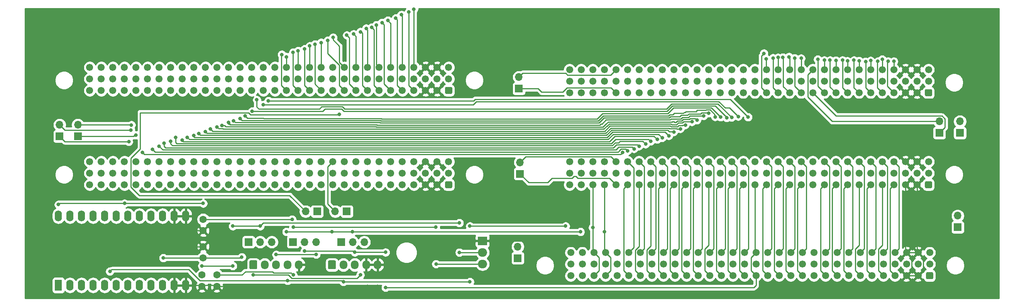
<source format=gbr>
%TF.GenerationSoftware,KiCad,Pcbnew,(5.1.10)-1*%
%TF.CreationDate,2022-04-01T18:04:23+02:00*%
%TF.ProjectId,Backplane,4261636b-706c-4616-9e65-2e6b69636164,rev?*%
%TF.SameCoordinates,Original*%
%TF.FileFunction,Copper,L2,Bot*%
%TF.FilePolarity,Positive*%
%FSLAX46Y46*%
G04 Gerber Fmt 4.6, Leading zero omitted, Abs format (unit mm)*
G04 Created by KiCad (PCBNEW (5.1.10)-1) date 2022-04-01 18:04:23*
%MOMM*%
%LPD*%
G01*
G04 APERTURE LIST*
%TA.AperFunction,ComponentPad*%
%ADD10C,1.550000*%
%TD*%
%TA.AperFunction,ComponentPad*%
%ADD11C,1.600000*%
%TD*%
%TA.AperFunction,ComponentPad*%
%ADD12O,1.700000X1.700000*%
%TD*%
%TA.AperFunction,ComponentPad*%
%ADD13R,1.700000X1.700000*%
%TD*%
%TA.AperFunction,ComponentPad*%
%ADD14O,1.700000X1.950000*%
%TD*%
%TA.AperFunction,ComponentPad*%
%ADD15R,2.000000X1.905000*%
%TD*%
%TA.AperFunction,ComponentPad*%
%ADD16O,2.000000X1.905000*%
%TD*%
%TA.AperFunction,ComponentPad*%
%ADD17R,1.600000X2.400000*%
%TD*%
%TA.AperFunction,ComponentPad*%
%ADD18O,1.600000X2.400000*%
%TD*%
%TA.AperFunction,ViaPad*%
%ADD19C,0.800000*%
%TD*%
%TA.AperFunction,Conductor*%
%ADD20C,0.250000*%
%TD*%
%TA.AperFunction,Conductor*%
%ADD21C,0.254000*%
%TD*%
%TA.AperFunction,Conductor*%
%ADD22C,0.100000*%
%TD*%
G04 APERTURE END LIST*
%TO.P,J7,A1*%
%TO.N,N/C*%
%TA.AperFunction,ComponentPad*%
G36*
G01*
X130579550Y-100373000D02*
X131630450Y-100373000D01*
G75*
G02*
X131880000Y-100622550I0J-249550D01*
G01*
X131880000Y-101673450D01*
G75*
G02*
X131630450Y-101923000I-249550J0D01*
G01*
X130579550Y-101923000D01*
G75*
G02*
X130330000Y-101673450I0J249550D01*
G01*
X130330000Y-100622550D01*
G75*
G02*
X130579550Y-100373000I249550J0D01*
G01*
G37*
%TD.AperFunction*%
D10*
%TO.P,J7,A2*%
%TO.N,GND*%
X128565000Y-101148000D03*
%TO.P,J7,A3*%
X126025000Y-101148000D03*
%TO.P,J7,A4*%
%TO.N,Net-(J1-PadA4)*%
X123485000Y-101148000D03*
%TO.P,J7,A5*%
%TO.N,Net-(J1-PadA5)*%
X120945000Y-101148000D03*
%TO.P,J7,A6*%
%TO.N,Net-(J1-PadA6)*%
X118405000Y-101148000D03*
%TO.P,J7,A7*%
%TO.N,Net-(J1-PadA7)*%
X115865000Y-101148000D03*
%TO.P,J7,A8*%
%TO.N,Net-(J1-PadA8)*%
X113325000Y-101148000D03*
%TO.P,J7,A9*%
%TO.N,Net-(J1-PadA9)*%
X110785000Y-101148000D03*
%TO.P,J7,A10*%
%TO.N,Net-(J1-PadA10)*%
X108245000Y-101148000D03*
%TO.P,J7,A11*%
%TO.N,Net-(J7-PadA11)*%
X105705000Y-101148000D03*
%TO.P,J7,A12*%
%TO.N,Net-(J1-PadA12)*%
X103165000Y-101148000D03*
%TO.P,J7,A13*%
%TO.N,Net-(J1-PadA13)*%
X100625000Y-101148000D03*
%TO.P,J7,A14*%
%TO.N,Net-(J1-PadA14)*%
X98085000Y-101148000D03*
%TO.P,J7,A15*%
%TO.N,Net-(J1-PadA15)*%
X95545000Y-101148000D03*
%TO.P,J7,A16*%
%TO.N,-5V*%
X93005000Y-101148000D03*
%TO.P,J7,A17*%
%TO.N,Net-(J1-PadA17)*%
X90465000Y-101148000D03*
%TO.P,J7,A18*%
%TO.N,Net-(J1-PadA18)*%
X87925000Y-101148000D03*
%TO.P,J7,A19*%
%TO.N,Net-(J1-PadA19)*%
X85385000Y-101148000D03*
%TO.P,J7,A20*%
%TO.N,Net-(J1-PadA20)*%
X82845000Y-101148000D03*
%TO.P,J7,A21*%
%TO.N,Net-(J1-PadA21)*%
X80305000Y-101148000D03*
%TO.P,J7,A22*%
%TO.N,Net-(J1-PadA22)*%
X77765000Y-101148000D03*
%TO.P,J7,A23*%
%TO.N,Net-(J1-PadA23)*%
X75225000Y-101148000D03*
%TO.P,J7,A24*%
%TO.N,Net-(J1-PadA24)*%
X72685000Y-101148000D03*
%TO.P,J7,A25*%
%TO.N,Net-(J1-PadA25)*%
X70145000Y-101148000D03*
%TO.P,J7,A26*%
%TO.N,Net-(J1-PadA26)*%
X67605000Y-101148000D03*
%TO.P,J7,A27*%
%TO.N,Net-(J1-PadA27)*%
X65065000Y-101148000D03*
%TO.P,J7,A28*%
%TO.N,Net-(J7-PadA28)*%
X62525000Y-101148000D03*
%TO.P,J7,A29*%
%TO.N,+12P*%
X59985000Y-101148000D03*
%TO.P,J7,A30*%
%TO.N,+5P*%
X57445000Y-101148000D03*
%TO.P,J7,A31*%
%TO.N,N/C*%
X54905000Y-101148000D03*
%TO.P,J7,A32*%
X52365000Y-101148000D03*
%TO.P,J7,b1*%
X131105000Y-98608000D03*
%TO.P,J7,b2*%
X128565000Y-98608000D03*
%TO.P,J7,b3*%
X126025000Y-98608000D03*
%TO.P,J7,b4*%
X123485000Y-98608000D03*
%TO.P,J7,b5*%
X120945000Y-98608000D03*
%TO.P,J7,b6*%
X118405000Y-98608000D03*
%TO.P,J7,b7*%
X115865000Y-98608000D03*
%TO.P,J7,b8*%
X113325000Y-98608000D03*
%TO.P,J7,b9*%
X110785000Y-98608000D03*
%TO.P,J7,b10*%
X108245000Y-98608000D03*
%TO.P,J7,b11*%
X105705000Y-98608000D03*
%TO.P,J7,b12*%
X103165000Y-98608000D03*
%TO.P,J7,b13*%
X100625000Y-98608000D03*
%TO.P,J7,b14*%
X98085000Y-98608000D03*
%TO.P,J7,b15*%
X95545000Y-98608000D03*
%TO.P,J7,b16*%
X93005000Y-98608000D03*
%TO.P,J7,b17*%
X90465000Y-98608000D03*
%TO.P,J7,b18*%
X87925000Y-98608000D03*
%TO.P,J7,b19*%
X85385000Y-98608000D03*
%TO.P,J7,b20*%
X82845000Y-98608000D03*
%TO.P,J7,b21*%
X80305000Y-98608000D03*
%TO.P,J7,b22*%
X77765000Y-98608000D03*
%TO.P,J7,b23*%
X75225000Y-98608000D03*
%TO.P,J7,b24*%
X72685000Y-98608000D03*
%TO.P,J7,b25*%
X70145000Y-98608000D03*
%TO.P,J7,b26*%
X67605000Y-98608000D03*
%TO.P,J7,b27*%
X65065000Y-98608000D03*
%TO.P,J7,b28*%
X62525000Y-98608000D03*
%TO.P,J7,b29*%
X59985000Y-98608000D03*
%TO.P,J7,b30*%
X57445000Y-98608000D03*
%TO.P,J7,b31*%
X54905000Y-98608000D03*
%TO.P,J7,b32*%
X52365000Y-98608000D03*
%TO.P,J7,C1*%
X131105000Y-96068000D03*
%TO.P,J7,C2*%
%TO.N,GND*%
X128565000Y-96068000D03*
%TO.P,J7,C3*%
X126025000Y-96068000D03*
%TO.P,J7,C4*%
%TO.N,Net-(J1-PadC4)*%
X123485000Y-96068000D03*
%TO.P,J7,C5*%
%TO.N,Net-(J1-PadC5)*%
X120945000Y-96068000D03*
%TO.P,J7,C6*%
%TO.N,Net-(J1-PadC6)*%
X118405000Y-96068000D03*
%TO.P,J7,C7*%
%TO.N,Net-(J1-PadC7)*%
X115865000Y-96068000D03*
%TO.P,J7,C8*%
%TO.N,Net-(J1-PadC8)*%
X113325000Y-96068000D03*
%TO.P,J7,C9*%
%TO.N,Net-(J1-PadC9)*%
X110785000Y-96068000D03*
%TO.P,J7,C10*%
%TO.N,Net-(J1-PadC10)*%
X108245000Y-96068000D03*
%TO.P,J7,C11*%
%TO.N,Net-(J7-PadC11)*%
X105705000Y-96068000D03*
%TO.P,J7,C12*%
%TO.N,Net-(J1-PadC12)*%
X103165000Y-96068000D03*
%TO.P,J7,C13*%
%TO.N,Net-(J1-PadC13)*%
X100625000Y-96068000D03*
%TO.P,J7,C14*%
%TO.N,Net-(J1-PadC14)*%
X98085000Y-96068000D03*
%TO.P,J7,C15*%
%TO.N,Net-(J1-PadC15)*%
X95545000Y-96068000D03*
%TO.P,J7,C16*%
%TO.N,-5V*%
X93005000Y-96068000D03*
%TO.P,J7,C17*%
%TO.N,Net-(J1-PadC17)*%
X90465000Y-96068000D03*
%TO.P,J7,C18*%
%TO.N,Net-(J1-PadC18)*%
X87925000Y-96068000D03*
%TO.P,J7,C19*%
%TO.N,Net-(J1-PadC19)*%
X85385000Y-96068000D03*
%TO.P,J7,C20*%
%TO.N,Net-(J1-PadC20)*%
X82845000Y-96068000D03*
%TO.P,J7,C21*%
%TO.N,Net-(J1-PadC21)*%
X80305000Y-96068000D03*
%TO.P,J7,C22*%
%TO.N,Net-(J1-PadC22)*%
X77765000Y-96068000D03*
%TO.P,J7,C23*%
%TO.N,Net-(J1-PadC23)*%
X75225000Y-96068000D03*
%TO.P,J7,C24*%
%TO.N,Net-(J1-PadC24)*%
X72685000Y-96068000D03*
%TO.P,J7,C25*%
%TO.N,Net-(J1-PadC25)*%
X70145000Y-96068000D03*
%TO.P,J7,C26*%
%TO.N,Net-(J1-PadC26)*%
X67605000Y-96068000D03*
%TO.P,J7,C27*%
%TO.N,Net-(J1-PadC27)*%
X65065000Y-96068000D03*
%TO.P,J7,C28*%
%TO.N,Net-(J7-PadC28)*%
X62525000Y-96068000D03*
%TO.P,J7,C29*%
%TO.N,+12P*%
X59985000Y-96068000D03*
%TO.P,J7,C30*%
%TO.N,+5P*%
X57445000Y-96068000D03*
%TO.P,J7,C31*%
%TO.N,N/C*%
X54905000Y-96068000D03*
%TO.P,J7,C32*%
X52365000Y-96068000D03*
%TD*%
D11*
%TO.P,C1001,1*%
%TO.N,-12V*%
X77000000Y-141750000D03*
%TO.P,C1001,2*%
%TO.N,GND*%
X77000000Y-144250000D03*
%TD*%
%TO.P,C1002,2*%
%TO.N,GND*%
X80250000Y-144250000D03*
%TO.P,C1002,1*%
%TO.N,Net-(C1002-Pad1)*%
X80250000Y-141750000D03*
%TD*%
%TO.P,C1003,2*%
%TO.N,GND*%
X77250000Y-132000000D03*
%TO.P,C1003,1*%
%TO.N,+12P*%
X77250000Y-129500000D03*
%TD*%
%TO.P,C1004,1*%
%TO.N,Net-(C1004-Pad1)*%
X77250000Y-138000000D03*
%TO.P,C1004,2*%
%TO.N,GND*%
X77250000Y-135500000D03*
%TD*%
D10*
%TO.P,J1,C32*%
%TO.N,N/C*%
X157865000Y-136818000D03*
%TO.P,J1,C31*%
X160405000Y-136818000D03*
%TO.P,J1,C30*%
%TO.N,+5P*%
X162945000Y-136818000D03*
%TO.P,J1,C29*%
%TO.N,+12P*%
X165485000Y-136818000D03*
%TO.P,J1,C28*%
%TO.N,Net-(J1-PadC28)*%
X168025000Y-136818000D03*
%TO.P,J1,C27*%
%TO.N,Net-(J1-PadC27)*%
X170565000Y-136818000D03*
%TO.P,J1,C26*%
%TO.N,Net-(J1-PadC26)*%
X173105000Y-136818000D03*
%TO.P,J1,C25*%
%TO.N,Net-(J1-PadC25)*%
X175645000Y-136818000D03*
%TO.P,J1,C24*%
%TO.N,Net-(J1-PadC24)*%
X178185000Y-136818000D03*
%TO.P,J1,C23*%
%TO.N,Net-(J1-PadC23)*%
X180725000Y-136818000D03*
%TO.P,J1,C22*%
%TO.N,Net-(J1-PadC22)*%
X183265000Y-136818000D03*
%TO.P,J1,C21*%
%TO.N,Net-(J1-PadC21)*%
X185805000Y-136818000D03*
%TO.P,J1,C20*%
%TO.N,Net-(J1-PadC20)*%
X188345000Y-136818000D03*
%TO.P,J1,C19*%
%TO.N,Net-(J1-PadC19)*%
X190885000Y-136818000D03*
%TO.P,J1,C18*%
%TO.N,Net-(J1-PadC18)*%
X193425000Y-136818000D03*
%TO.P,J1,C17*%
%TO.N,Net-(J1-PadC17)*%
X195965000Y-136818000D03*
%TO.P,J1,C16*%
%TO.N,-5V*%
X198505000Y-136818000D03*
%TO.P,J1,C15*%
%TO.N,Net-(J1-PadC15)*%
X201045000Y-136818000D03*
%TO.P,J1,C14*%
%TO.N,Net-(J1-PadC14)*%
X203585000Y-136818000D03*
%TO.P,J1,C13*%
%TO.N,Net-(J1-PadC13)*%
X206125000Y-136818000D03*
%TO.P,J1,C12*%
%TO.N,Net-(J1-PadC12)*%
X208665000Y-136818000D03*
%TO.P,J1,C11*%
%TO.N,Net-(J1-PadC11)*%
X211205000Y-136818000D03*
%TO.P,J1,C10*%
%TO.N,Net-(J1-PadC10)*%
X213745000Y-136818000D03*
%TO.P,J1,C9*%
%TO.N,Net-(J1-PadC9)*%
X216285000Y-136818000D03*
%TO.P,J1,C8*%
%TO.N,Net-(J1-PadC8)*%
X218825000Y-136818000D03*
%TO.P,J1,C7*%
%TO.N,Net-(J1-PadC7)*%
X221365000Y-136818000D03*
%TO.P,J1,C6*%
%TO.N,Net-(J1-PadC6)*%
X223905000Y-136818000D03*
%TO.P,J1,C5*%
%TO.N,Net-(J1-PadC5)*%
X226445000Y-136818000D03*
%TO.P,J1,C4*%
%TO.N,Net-(J1-PadC4)*%
X228985000Y-136818000D03*
%TO.P,J1,C3*%
%TO.N,GND*%
X231525000Y-136818000D03*
%TO.P,J1,C2*%
X234065000Y-136818000D03*
%TO.P,J1,C1*%
%TO.N,N/C*%
X236605000Y-136818000D03*
%TO.P,J1,b32*%
X157865000Y-139358000D03*
%TO.P,J1,b31*%
X160405000Y-139358000D03*
%TO.P,J1,b30*%
X162945000Y-139358000D03*
%TO.P,J1,b29*%
X165485000Y-139358000D03*
%TO.P,J1,b28*%
X168025000Y-139358000D03*
%TO.P,J1,b27*%
X170565000Y-139358000D03*
%TO.P,J1,b26*%
X173105000Y-139358000D03*
%TO.P,J1,b25*%
X175645000Y-139358000D03*
%TO.P,J1,b24*%
X178185000Y-139358000D03*
%TO.P,J1,b23*%
X180725000Y-139358000D03*
%TO.P,J1,b22*%
X183265000Y-139358000D03*
%TO.P,J1,b21*%
X185805000Y-139358000D03*
%TO.P,J1,b20*%
X188345000Y-139358000D03*
%TO.P,J1,b19*%
X190885000Y-139358000D03*
%TO.P,J1,b18*%
X193425000Y-139358000D03*
%TO.P,J1,b17*%
X195965000Y-139358000D03*
%TO.P,J1,b16*%
X198505000Y-139358000D03*
%TO.P,J1,b15*%
X201045000Y-139358000D03*
%TO.P,J1,b14*%
X203585000Y-139358000D03*
%TO.P,J1,b13*%
X206125000Y-139358000D03*
%TO.P,J1,b12*%
X208665000Y-139358000D03*
%TO.P,J1,b11*%
X211205000Y-139358000D03*
%TO.P,J1,b10*%
X213745000Y-139358000D03*
%TO.P,J1,b9*%
X216285000Y-139358000D03*
%TO.P,J1,b8*%
X218825000Y-139358000D03*
%TO.P,J1,b7*%
X221365000Y-139358000D03*
%TO.P,J1,b6*%
X223905000Y-139358000D03*
%TO.P,J1,b5*%
X226445000Y-139358000D03*
%TO.P,J1,b4*%
X228985000Y-139358000D03*
%TO.P,J1,b3*%
X231525000Y-139358000D03*
%TO.P,J1,b2*%
X234065000Y-139358000D03*
%TO.P,J1,b1*%
X236605000Y-139358000D03*
%TO.P,J1,A32*%
X157865000Y-141898000D03*
%TO.P,J1,A31*%
X160405000Y-141898000D03*
%TO.P,J1,A30*%
%TO.N,+5P*%
X162945000Y-141898000D03*
%TO.P,J1,A29*%
%TO.N,+12P*%
X165485000Y-141898000D03*
%TO.P,J1,A28*%
%TO.N,Net-(J1-PadA28)*%
X168025000Y-141898000D03*
%TO.P,J1,A27*%
%TO.N,Net-(J1-PadA27)*%
X170565000Y-141898000D03*
%TO.P,J1,A26*%
%TO.N,Net-(J1-PadA26)*%
X173105000Y-141898000D03*
%TO.P,J1,A25*%
%TO.N,Net-(J1-PadA25)*%
X175645000Y-141898000D03*
%TO.P,J1,A24*%
%TO.N,Net-(J1-PadA24)*%
X178185000Y-141898000D03*
%TO.P,J1,A23*%
%TO.N,Net-(J1-PadA23)*%
X180725000Y-141898000D03*
%TO.P,J1,A22*%
%TO.N,Net-(J1-PadA22)*%
X183265000Y-141898000D03*
%TO.P,J1,A21*%
%TO.N,Net-(J1-PadA21)*%
X185805000Y-141898000D03*
%TO.P,J1,A20*%
%TO.N,Net-(J1-PadA20)*%
X188345000Y-141898000D03*
%TO.P,J1,A19*%
%TO.N,Net-(J1-PadA19)*%
X190885000Y-141898000D03*
%TO.P,J1,A18*%
%TO.N,Net-(J1-PadA18)*%
X193425000Y-141898000D03*
%TO.P,J1,A17*%
%TO.N,Net-(J1-PadA17)*%
X195965000Y-141898000D03*
%TO.P,J1,A16*%
%TO.N,-5V*%
X198505000Y-141898000D03*
%TO.P,J1,A15*%
%TO.N,Net-(J1-PadA15)*%
X201045000Y-141898000D03*
%TO.P,J1,A14*%
%TO.N,Net-(J1-PadA14)*%
X203585000Y-141898000D03*
%TO.P,J1,A13*%
%TO.N,Net-(J1-PadA13)*%
X206125000Y-141898000D03*
%TO.P,J1,A12*%
%TO.N,Net-(J1-PadA12)*%
X208665000Y-141898000D03*
%TO.P,J1,A11*%
%TO.N,Net-(J1-PadA11)*%
X211205000Y-141898000D03*
%TO.P,J1,A10*%
%TO.N,Net-(J1-PadA10)*%
X213745000Y-141898000D03*
%TO.P,J1,A9*%
%TO.N,Net-(J1-PadA9)*%
X216285000Y-141898000D03*
%TO.P,J1,A8*%
%TO.N,Net-(J1-PadA8)*%
X218825000Y-141898000D03*
%TO.P,J1,A7*%
%TO.N,Net-(J1-PadA7)*%
X221365000Y-141898000D03*
%TO.P,J1,A6*%
%TO.N,Net-(J1-PadA6)*%
X223905000Y-141898000D03*
%TO.P,J1,A5*%
%TO.N,Net-(J1-PadA5)*%
X226445000Y-141898000D03*
%TO.P,J1,A4*%
%TO.N,Net-(J1-PadA4)*%
X228985000Y-141898000D03*
%TO.P,J1,A3*%
%TO.N,GND*%
X231525000Y-141898000D03*
%TO.P,J1,A2*%
X234065000Y-141898000D03*
%TO.P,J1,A1*%
%TO.N,N/C*%
%TA.AperFunction,ComponentPad*%
G36*
G01*
X236079550Y-141123000D02*
X237130450Y-141123000D01*
G75*
G02*
X237380000Y-141372550I0J-249550D01*
G01*
X237380000Y-142423450D01*
G75*
G02*
X237130450Y-142673000I-249550J0D01*
G01*
X236079550Y-142673000D01*
G75*
G02*
X235830000Y-142423450I0J249550D01*
G01*
X235830000Y-141372550D01*
G75*
G02*
X236079550Y-141123000I249550J0D01*
G01*
G37*
%TD.AperFunction*%
%TD*%
D12*
%TO.P,J2,2*%
%TO.N,Net-(J1-PadC11)*%
X242750000Y-128710000D03*
D13*
%TO.P,J2,1*%
%TO.N,Net-(J1-PadA11)*%
X242750000Y-131250000D03*
%TD*%
D12*
%TO.P,J3,2*%
%TO.N,Net-(J1-PadC28)*%
X146250000Y-135500000D03*
D13*
%TO.P,J3,1*%
%TO.N,Net-(J1-PadA28)*%
X146250000Y-138040000D03*
%TD*%
%TO.P,J4,A1*%
%TO.N,N/C*%
%TA.AperFunction,ComponentPad*%
G36*
G01*
X235829550Y-100873000D02*
X236880450Y-100873000D01*
G75*
G02*
X237130000Y-101122550I0J-249550D01*
G01*
X237130000Y-102173450D01*
G75*
G02*
X236880450Y-102423000I-249550J0D01*
G01*
X235829550Y-102423000D01*
G75*
G02*
X235580000Y-102173450I0J249550D01*
G01*
X235580000Y-101122550D01*
G75*
G02*
X235829550Y-100873000I249550J0D01*
G01*
G37*
%TD.AperFunction*%
D10*
%TO.P,J4,A2*%
%TO.N,GND*%
X233815000Y-101648000D03*
%TO.P,J4,A3*%
X231275000Y-101648000D03*
%TO.P,J4,A4*%
%TO.N,Net-(J1-PadA4)*%
X228735000Y-101648000D03*
%TO.P,J4,A5*%
%TO.N,Net-(J1-PadA5)*%
X226195000Y-101648000D03*
%TO.P,J4,A6*%
%TO.N,Net-(J1-PadA6)*%
X223655000Y-101648000D03*
%TO.P,J4,A7*%
%TO.N,Net-(J1-PadA7)*%
X221115000Y-101648000D03*
%TO.P,J4,A8*%
%TO.N,Net-(J1-PadA8)*%
X218575000Y-101648000D03*
%TO.P,J4,A9*%
%TO.N,Net-(J1-PadA9)*%
X216035000Y-101648000D03*
%TO.P,J4,A10*%
%TO.N,Net-(J1-PadA10)*%
X213495000Y-101648000D03*
%TO.P,J4,A11*%
%TO.N,Net-(J4-PadA11)*%
X210955000Y-101648000D03*
%TO.P,J4,A12*%
%TO.N,Net-(J1-PadA12)*%
X208415000Y-101648000D03*
%TO.P,J4,A13*%
%TO.N,Net-(J1-PadA13)*%
X205875000Y-101648000D03*
%TO.P,J4,A14*%
%TO.N,Net-(J1-PadA14)*%
X203335000Y-101648000D03*
%TO.P,J4,A15*%
%TO.N,Net-(J1-PadA15)*%
X200795000Y-101648000D03*
%TO.P,J4,A16*%
%TO.N,-5V*%
X198255000Y-101648000D03*
%TO.P,J4,A17*%
%TO.N,Net-(J1-PadA17)*%
X195715000Y-101648000D03*
%TO.P,J4,A18*%
%TO.N,Net-(J1-PadA18)*%
X193175000Y-101648000D03*
%TO.P,J4,A19*%
%TO.N,Net-(J1-PadA19)*%
X190635000Y-101648000D03*
%TO.P,J4,A20*%
%TO.N,Net-(J1-PadA20)*%
X188095000Y-101648000D03*
%TO.P,J4,A21*%
%TO.N,Net-(J1-PadA21)*%
X185555000Y-101648000D03*
%TO.P,J4,A22*%
%TO.N,Net-(J1-PadA22)*%
X183015000Y-101648000D03*
%TO.P,J4,A23*%
%TO.N,Net-(J1-PadA23)*%
X180475000Y-101648000D03*
%TO.P,J4,A24*%
%TO.N,Net-(J1-PadA24)*%
X177935000Y-101648000D03*
%TO.P,J4,A25*%
%TO.N,Net-(J1-PadA25)*%
X175395000Y-101648000D03*
%TO.P,J4,A26*%
%TO.N,Net-(J1-PadA26)*%
X172855000Y-101648000D03*
%TO.P,J4,A27*%
%TO.N,Net-(J1-PadA27)*%
X170315000Y-101648000D03*
%TO.P,J4,A28*%
%TO.N,Net-(J4-PadA28)*%
X167775000Y-101648000D03*
%TO.P,J4,A29*%
%TO.N,+12P*%
X165235000Y-101648000D03*
%TO.P,J4,A30*%
%TO.N,+5P*%
X162695000Y-101648000D03*
%TO.P,J4,A31*%
%TO.N,N/C*%
X160155000Y-101648000D03*
%TO.P,J4,A32*%
X157615000Y-101648000D03*
%TO.P,J4,b1*%
X236355000Y-99108000D03*
%TO.P,J4,b2*%
X233815000Y-99108000D03*
%TO.P,J4,b3*%
X231275000Y-99108000D03*
%TO.P,J4,b4*%
X228735000Y-99108000D03*
%TO.P,J4,b5*%
X226195000Y-99108000D03*
%TO.P,J4,b6*%
X223655000Y-99108000D03*
%TO.P,J4,b7*%
X221115000Y-99108000D03*
%TO.P,J4,b8*%
X218575000Y-99108000D03*
%TO.P,J4,b9*%
X216035000Y-99108000D03*
%TO.P,J4,b10*%
X213495000Y-99108000D03*
%TO.P,J4,b11*%
X210955000Y-99108000D03*
%TO.P,J4,b12*%
X208415000Y-99108000D03*
%TO.P,J4,b13*%
X205875000Y-99108000D03*
%TO.P,J4,b14*%
X203335000Y-99108000D03*
%TO.P,J4,b15*%
X200795000Y-99108000D03*
%TO.P,J4,b16*%
X198255000Y-99108000D03*
%TO.P,J4,b17*%
X195715000Y-99108000D03*
%TO.P,J4,b18*%
X193175000Y-99108000D03*
%TO.P,J4,b19*%
X190635000Y-99108000D03*
%TO.P,J4,b20*%
X188095000Y-99108000D03*
%TO.P,J4,b21*%
X185555000Y-99108000D03*
%TO.P,J4,b22*%
X183015000Y-99108000D03*
%TO.P,J4,b23*%
X180475000Y-99108000D03*
%TO.P,J4,b24*%
X177935000Y-99108000D03*
%TO.P,J4,b25*%
X175395000Y-99108000D03*
%TO.P,J4,b26*%
X172855000Y-99108000D03*
%TO.P,J4,b27*%
X170315000Y-99108000D03*
%TO.P,J4,b28*%
X167775000Y-99108000D03*
%TO.P,J4,b29*%
X165235000Y-99108000D03*
%TO.P,J4,b30*%
X162695000Y-99108000D03*
%TO.P,J4,b31*%
X160155000Y-99108000D03*
%TO.P,J4,b32*%
X157615000Y-99108000D03*
%TO.P,J4,C1*%
X236355000Y-96568000D03*
%TO.P,J4,C2*%
%TO.N,GND*%
X233815000Y-96568000D03*
%TO.P,J4,C3*%
X231275000Y-96568000D03*
%TO.P,J4,C4*%
%TO.N,Net-(J1-PadC4)*%
X228735000Y-96568000D03*
%TO.P,J4,C5*%
%TO.N,Net-(J1-PadC5)*%
X226195000Y-96568000D03*
%TO.P,J4,C6*%
%TO.N,Net-(J1-PadC6)*%
X223655000Y-96568000D03*
%TO.P,J4,C7*%
%TO.N,Net-(J1-PadC7)*%
X221115000Y-96568000D03*
%TO.P,J4,C8*%
%TO.N,Net-(J1-PadC8)*%
X218575000Y-96568000D03*
%TO.P,J4,C9*%
%TO.N,Net-(J1-PadC9)*%
X216035000Y-96568000D03*
%TO.P,J4,C10*%
%TO.N,Net-(J1-PadC10)*%
X213495000Y-96568000D03*
%TO.P,J4,C11*%
%TO.N,Net-(J4-PadC11)*%
X210955000Y-96568000D03*
%TO.P,J4,C12*%
%TO.N,Net-(J1-PadC12)*%
X208415000Y-96568000D03*
%TO.P,J4,C13*%
%TO.N,Net-(J1-PadC13)*%
X205875000Y-96568000D03*
%TO.P,J4,C14*%
%TO.N,Net-(J1-PadC14)*%
X203335000Y-96568000D03*
%TO.P,J4,C15*%
%TO.N,Net-(J1-PadC15)*%
X200795000Y-96568000D03*
%TO.P,J4,C16*%
%TO.N,-5V*%
X198255000Y-96568000D03*
%TO.P,J4,C17*%
%TO.N,Net-(J1-PadC17)*%
X195715000Y-96568000D03*
%TO.P,J4,C18*%
%TO.N,Net-(J1-PadC18)*%
X193175000Y-96568000D03*
%TO.P,J4,C19*%
%TO.N,Net-(J1-PadC19)*%
X190635000Y-96568000D03*
%TO.P,J4,C20*%
%TO.N,Net-(J1-PadC20)*%
X188095000Y-96568000D03*
%TO.P,J4,C21*%
%TO.N,Net-(J1-PadC21)*%
X185555000Y-96568000D03*
%TO.P,J4,C22*%
%TO.N,Net-(J1-PadC22)*%
X183015000Y-96568000D03*
%TO.P,J4,C23*%
%TO.N,Net-(J1-PadC23)*%
X180475000Y-96568000D03*
%TO.P,J4,C24*%
%TO.N,Net-(J1-PadC24)*%
X177935000Y-96568000D03*
%TO.P,J4,C25*%
%TO.N,Net-(J1-PadC25)*%
X175395000Y-96568000D03*
%TO.P,J4,C26*%
%TO.N,Net-(J1-PadC26)*%
X172855000Y-96568000D03*
%TO.P,J4,C27*%
%TO.N,Net-(J1-PadC27)*%
X170315000Y-96568000D03*
%TO.P,J4,C28*%
%TO.N,Net-(J4-PadC28)*%
X167775000Y-96568000D03*
%TO.P,J4,C29*%
%TO.N,+12P*%
X165235000Y-96568000D03*
%TO.P,J4,C30*%
%TO.N,+5P*%
X162695000Y-96568000D03*
%TO.P,J4,C31*%
%TO.N,N/C*%
X160155000Y-96568000D03*
%TO.P,J4,C32*%
X157615000Y-96568000D03*
%TD*%
D13*
%TO.P,J5,1*%
%TO.N,Net-(J4-PadA11)*%
X238750000Y-110500000D03*
D12*
%TO.P,J5,2*%
%TO.N,Net-(J4-PadC11)*%
X238750000Y-107960000D03*
%TD*%
D13*
%TO.P,J6,1*%
%TO.N,Net-(J4-PadA28)*%
X146500000Y-100750000D03*
D12*
%TO.P,J6,2*%
%TO.N,Net-(J4-PadC28)*%
X146500000Y-98210000D03*
%TD*%
%TO.P,J8,2*%
%TO.N,Net-(J7-PadC11)*%
X99710000Y-127750000D03*
D13*
%TO.P,J8,1*%
%TO.N,Net-(J7-PadA11)*%
X102250000Y-127750000D03*
%TD*%
%TO.P,J9,1*%
%TO.N,Net-(J7-PadA28)*%
X49750000Y-111250000D03*
D12*
%TO.P,J9,2*%
%TO.N,Net-(J7-PadC28)*%
X49750000Y-108710000D03*
%TD*%
D10*
%TO.P,J10,C32*%
%TO.N,N/C*%
X52365000Y-116818000D03*
%TO.P,J10,C31*%
X54905000Y-116818000D03*
%TO.P,J10,C30*%
%TO.N,+5P*%
X57445000Y-116818000D03*
%TO.P,J10,C29*%
%TO.N,+12P*%
X59985000Y-116818000D03*
%TO.P,J10,C28*%
%TO.N,Net-(J10-PadC28)*%
X62525000Y-116818000D03*
%TO.P,J10,C27*%
%TO.N,Net-(J1-PadC27)*%
X65065000Y-116818000D03*
%TO.P,J10,C26*%
%TO.N,Net-(J1-PadC26)*%
X67605000Y-116818000D03*
%TO.P,J10,C25*%
%TO.N,Net-(J1-PadC25)*%
X70145000Y-116818000D03*
%TO.P,J10,C24*%
%TO.N,Net-(J1-PadC24)*%
X72685000Y-116818000D03*
%TO.P,J10,C23*%
%TO.N,Net-(J1-PadC23)*%
X75225000Y-116818000D03*
%TO.P,J10,C22*%
%TO.N,Net-(J1-PadC22)*%
X77765000Y-116818000D03*
%TO.P,J10,C21*%
%TO.N,Net-(J1-PadC21)*%
X80305000Y-116818000D03*
%TO.P,J10,C20*%
%TO.N,Net-(J1-PadC20)*%
X82845000Y-116818000D03*
%TO.P,J10,C19*%
%TO.N,Net-(J1-PadC19)*%
X85385000Y-116818000D03*
%TO.P,J10,C18*%
%TO.N,Net-(J1-PadC18)*%
X87925000Y-116818000D03*
%TO.P,J10,C17*%
%TO.N,Net-(J1-PadC17)*%
X90465000Y-116818000D03*
%TO.P,J10,C16*%
%TO.N,-5V*%
X93005000Y-116818000D03*
%TO.P,J10,C15*%
%TO.N,Net-(J1-PadC15)*%
X95545000Y-116818000D03*
%TO.P,J10,C14*%
%TO.N,Net-(J1-PadC14)*%
X98085000Y-116818000D03*
%TO.P,J10,C13*%
%TO.N,Net-(J1-PadC13)*%
X100625000Y-116818000D03*
%TO.P,J10,C12*%
%TO.N,Net-(J1-PadC12)*%
X103165000Y-116818000D03*
%TO.P,J10,C11*%
%TO.N,Net-(J10-PadC11)*%
X105705000Y-116818000D03*
%TO.P,J10,C10*%
%TO.N,Net-(J1-PadC10)*%
X108245000Y-116818000D03*
%TO.P,J10,C9*%
%TO.N,Net-(J1-PadC9)*%
X110785000Y-116818000D03*
%TO.P,J10,C8*%
%TO.N,Net-(J1-PadC8)*%
X113325000Y-116818000D03*
%TO.P,J10,C7*%
%TO.N,Net-(J1-PadC7)*%
X115865000Y-116818000D03*
%TO.P,J10,C6*%
%TO.N,Net-(J1-PadC6)*%
X118405000Y-116818000D03*
%TO.P,J10,C5*%
%TO.N,Net-(J1-PadC5)*%
X120945000Y-116818000D03*
%TO.P,J10,C4*%
%TO.N,Net-(J1-PadC4)*%
X123485000Y-116818000D03*
%TO.P,J10,C3*%
%TO.N,GND*%
X126025000Y-116818000D03*
%TO.P,J10,C2*%
X128565000Y-116818000D03*
%TO.P,J10,C1*%
%TO.N,N/C*%
X131105000Y-116818000D03*
%TO.P,J10,b32*%
X52365000Y-119358000D03*
%TO.P,J10,b31*%
X54905000Y-119358000D03*
%TO.P,J10,b30*%
X57445000Y-119358000D03*
%TO.P,J10,b29*%
X59985000Y-119358000D03*
%TO.P,J10,b28*%
X62525000Y-119358000D03*
%TO.P,J10,b27*%
X65065000Y-119358000D03*
%TO.P,J10,b26*%
X67605000Y-119358000D03*
%TO.P,J10,b25*%
X70145000Y-119358000D03*
%TO.P,J10,b24*%
X72685000Y-119358000D03*
%TO.P,J10,b23*%
X75225000Y-119358000D03*
%TO.P,J10,b22*%
X77765000Y-119358000D03*
%TO.P,J10,b21*%
X80305000Y-119358000D03*
%TO.P,J10,b20*%
X82845000Y-119358000D03*
%TO.P,J10,b19*%
X85385000Y-119358000D03*
%TO.P,J10,b18*%
X87925000Y-119358000D03*
%TO.P,J10,b17*%
X90465000Y-119358000D03*
%TO.P,J10,b16*%
X93005000Y-119358000D03*
%TO.P,J10,b15*%
X95545000Y-119358000D03*
%TO.P,J10,b14*%
X98085000Y-119358000D03*
%TO.P,J10,b13*%
X100625000Y-119358000D03*
%TO.P,J10,b12*%
X103165000Y-119358000D03*
%TO.P,J10,b11*%
X105705000Y-119358000D03*
%TO.P,J10,b10*%
X108245000Y-119358000D03*
%TO.P,J10,b9*%
X110785000Y-119358000D03*
%TO.P,J10,b8*%
X113325000Y-119358000D03*
%TO.P,J10,b7*%
X115865000Y-119358000D03*
%TO.P,J10,b6*%
X118405000Y-119358000D03*
%TO.P,J10,b5*%
X120945000Y-119358000D03*
%TO.P,J10,b4*%
X123485000Y-119358000D03*
%TO.P,J10,b3*%
X126025000Y-119358000D03*
%TO.P,J10,b2*%
X128565000Y-119358000D03*
%TO.P,J10,b1*%
X131105000Y-119358000D03*
%TO.P,J10,A32*%
X52365000Y-121898000D03*
%TO.P,J10,A31*%
X54905000Y-121898000D03*
%TO.P,J10,A30*%
%TO.N,+5P*%
X57445000Y-121898000D03*
%TO.P,J10,A29*%
%TO.N,+12P*%
X59985000Y-121898000D03*
%TO.P,J10,A28*%
%TO.N,Net-(J10-PadA28)*%
X62525000Y-121898000D03*
%TO.P,J10,A27*%
%TO.N,Net-(J1-PadA27)*%
X65065000Y-121898000D03*
%TO.P,J10,A26*%
%TO.N,Net-(J1-PadA26)*%
X67605000Y-121898000D03*
%TO.P,J10,A25*%
%TO.N,Net-(J1-PadA25)*%
X70145000Y-121898000D03*
%TO.P,J10,A24*%
%TO.N,Net-(J1-PadA24)*%
X72685000Y-121898000D03*
%TO.P,J10,A23*%
%TO.N,Net-(J1-PadA23)*%
X75225000Y-121898000D03*
%TO.P,J10,A22*%
%TO.N,Net-(J1-PadA22)*%
X77765000Y-121898000D03*
%TO.P,J10,A21*%
%TO.N,Net-(J1-PadA21)*%
X80305000Y-121898000D03*
%TO.P,J10,A20*%
%TO.N,Net-(J1-PadA20)*%
X82845000Y-121898000D03*
%TO.P,J10,A19*%
%TO.N,Net-(J1-PadA19)*%
X85385000Y-121898000D03*
%TO.P,J10,A18*%
%TO.N,Net-(J1-PadA18)*%
X87925000Y-121898000D03*
%TO.P,J10,A17*%
%TO.N,Net-(J1-PadA17)*%
X90465000Y-121898000D03*
%TO.P,J10,A16*%
%TO.N,-5V*%
X93005000Y-121898000D03*
%TO.P,J10,A15*%
%TO.N,Net-(J1-PadA15)*%
X95545000Y-121898000D03*
%TO.P,J10,A14*%
%TO.N,Net-(J1-PadA14)*%
X98085000Y-121898000D03*
%TO.P,J10,A13*%
%TO.N,Net-(J1-PadA13)*%
X100625000Y-121898000D03*
%TO.P,J10,A12*%
%TO.N,Net-(J1-PadA12)*%
X103165000Y-121898000D03*
%TO.P,J10,A11*%
%TO.N,Net-(J10-PadA11)*%
X105705000Y-121898000D03*
%TO.P,J10,A10*%
%TO.N,Net-(J1-PadA10)*%
X108245000Y-121898000D03*
%TO.P,J10,A9*%
%TO.N,Net-(J1-PadA9)*%
X110785000Y-121898000D03*
%TO.P,J10,A8*%
%TO.N,Net-(J1-PadA8)*%
X113325000Y-121898000D03*
%TO.P,J10,A7*%
%TO.N,Net-(J1-PadA7)*%
X115865000Y-121898000D03*
%TO.P,J10,A6*%
%TO.N,Net-(J1-PadA6)*%
X118405000Y-121898000D03*
%TO.P,J10,A5*%
%TO.N,Net-(J1-PadA5)*%
X120945000Y-121898000D03*
%TO.P,J10,A4*%
%TO.N,Net-(J1-PadA4)*%
X123485000Y-121898000D03*
%TO.P,J10,A3*%
%TO.N,GND*%
X126025000Y-121898000D03*
%TO.P,J10,A2*%
X128565000Y-121898000D03*
%TO.P,J10,A1*%
%TO.N,N/C*%
%TA.AperFunction,ComponentPad*%
G36*
G01*
X130579550Y-121123000D02*
X131630450Y-121123000D01*
G75*
G02*
X131880000Y-121372550I0J-249550D01*
G01*
X131880000Y-122423450D01*
G75*
G02*
X131630450Y-122673000I-249550J0D01*
G01*
X130579550Y-122673000D01*
G75*
G02*
X130330000Y-122423450I0J249550D01*
G01*
X130330000Y-121372550D01*
G75*
G02*
X130579550Y-121123000I249550J0D01*
G01*
G37*
%TD.AperFunction*%
%TD*%
D12*
%TO.P,J11,2*%
%TO.N,Net-(J10-PadC11)*%
X106210000Y-127750000D03*
D13*
%TO.P,J11,1*%
%TO.N,Net-(J10-PadA11)*%
X108750000Y-127750000D03*
%TD*%
D12*
%TO.P,J12,2*%
%TO.N,Net-(J10-PadC28)*%
X45750000Y-108710000D03*
D13*
%TO.P,J12,1*%
%TO.N,Net-(J10-PadA28)*%
X45750000Y-111250000D03*
%TD*%
%TO.P,J13,1*%
%TO.N,+12P*%
%TA.AperFunction,ComponentPad*%
G36*
G01*
X104650000Y-140225000D02*
X104650000Y-138775000D01*
G75*
G02*
X104900000Y-138525000I250000J0D01*
G01*
X106100000Y-138525000D01*
G75*
G02*
X106350000Y-138775000I0J-250000D01*
G01*
X106350000Y-140225000D01*
G75*
G02*
X106100000Y-140475000I-250000J0D01*
G01*
X104900000Y-140475000D01*
G75*
G02*
X104650000Y-140225000I0J250000D01*
G01*
G37*
%TD.AperFunction*%
D14*
%TO.P,J13,2*%
%TO.N,+5P*%
X108000000Y-139500000D03*
%TO.P,J13,3*%
%TO.N,-5V*%
X110500000Y-139500000D03*
%TO.P,J13,4*%
%TO.N,GND*%
X113000000Y-139500000D03*
%TO.P,J13,5*%
X115500000Y-139500000D03*
%TD*%
%TO.P,J14,A1*%
%TO.N,N/C*%
%TA.AperFunction,ComponentPad*%
G36*
G01*
X235829550Y-121123000D02*
X236880450Y-121123000D01*
G75*
G02*
X237130000Y-121372550I0J-249550D01*
G01*
X237130000Y-122423450D01*
G75*
G02*
X236880450Y-122673000I-249550J0D01*
G01*
X235829550Y-122673000D01*
G75*
G02*
X235580000Y-122423450I0J249550D01*
G01*
X235580000Y-121372550D01*
G75*
G02*
X235829550Y-121123000I249550J0D01*
G01*
G37*
%TD.AperFunction*%
D10*
%TO.P,J14,A2*%
%TO.N,GND*%
X233815000Y-121898000D03*
%TO.P,J14,A3*%
X231275000Y-121898000D03*
%TO.P,J14,A4*%
%TO.N,Net-(J1-PadA4)*%
X228735000Y-121898000D03*
%TO.P,J14,A5*%
%TO.N,Net-(J1-PadA5)*%
X226195000Y-121898000D03*
%TO.P,J14,A6*%
%TO.N,Net-(J1-PadA6)*%
X223655000Y-121898000D03*
%TO.P,J14,A7*%
%TO.N,Net-(J1-PadA7)*%
X221115000Y-121898000D03*
%TO.P,J14,A8*%
%TO.N,Net-(J1-PadA8)*%
X218575000Y-121898000D03*
%TO.P,J14,A9*%
%TO.N,Net-(J1-PadA9)*%
X216035000Y-121898000D03*
%TO.P,J14,A10*%
%TO.N,Net-(J1-PadA10)*%
X213495000Y-121898000D03*
%TO.P,J14,A11*%
%TO.N,Net-(J14-PadA11)*%
X210955000Y-121898000D03*
%TO.P,J14,A12*%
%TO.N,Net-(J1-PadA12)*%
X208415000Y-121898000D03*
%TO.P,J14,A13*%
%TO.N,Net-(J1-PadA13)*%
X205875000Y-121898000D03*
%TO.P,J14,A14*%
%TO.N,Net-(J1-PadA14)*%
X203335000Y-121898000D03*
%TO.P,J14,A15*%
%TO.N,Net-(J1-PadA15)*%
X200795000Y-121898000D03*
%TO.P,J14,A16*%
%TO.N,-5V*%
X198255000Y-121898000D03*
%TO.P,J14,A17*%
%TO.N,Net-(J1-PadA17)*%
X195715000Y-121898000D03*
%TO.P,J14,A18*%
%TO.N,Net-(J1-PadA18)*%
X193175000Y-121898000D03*
%TO.P,J14,A19*%
%TO.N,Net-(J1-PadA19)*%
X190635000Y-121898000D03*
%TO.P,J14,A20*%
%TO.N,Net-(J1-PadA20)*%
X188095000Y-121898000D03*
%TO.P,J14,A21*%
%TO.N,Net-(J1-PadA21)*%
X185555000Y-121898000D03*
%TO.P,J14,A22*%
%TO.N,Net-(J1-PadA22)*%
X183015000Y-121898000D03*
%TO.P,J14,A23*%
%TO.N,Net-(J1-PadA23)*%
X180475000Y-121898000D03*
%TO.P,J14,A24*%
%TO.N,Net-(J1-PadA24)*%
X177935000Y-121898000D03*
%TO.P,J14,A25*%
%TO.N,Net-(J1-PadA25)*%
X175395000Y-121898000D03*
%TO.P,J14,A26*%
%TO.N,Net-(J1-PadA26)*%
X172855000Y-121898000D03*
%TO.P,J14,A27*%
%TO.N,Net-(J1-PadA27)*%
X170315000Y-121898000D03*
%TO.P,J14,A28*%
%TO.N,Net-(J14-PadA28)*%
X167775000Y-121898000D03*
%TO.P,J14,A29*%
%TO.N,+12P*%
X165235000Y-121898000D03*
%TO.P,J14,A30*%
%TO.N,+5P*%
X162695000Y-121898000D03*
%TO.P,J14,A31*%
%TO.N,N/C*%
X160155000Y-121898000D03*
%TO.P,J14,A32*%
X157615000Y-121898000D03*
%TO.P,J14,b1*%
X236355000Y-119358000D03*
%TO.P,J14,b2*%
X233815000Y-119358000D03*
%TO.P,J14,b3*%
X231275000Y-119358000D03*
%TO.P,J14,b4*%
X228735000Y-119358000D03*
%TO.P,J14,b5*%
X226195000Y-119358000D03*
%TO.P,J14,b6*%
X223655000Y-119358000D03*
%TO.P,J14,b7*%
X221115000Y-119358000D03*
%TO.P,J14,b8*%
X218575000Y-119358000D03*
%TO.P,J14,b9*%
X216035000Y-119358000D03*
%TO.P,J14,b10*%
X213495000Y-119358000D03*
%TO.P,J14,b11*%
X210955000Y-119358000D03*
%TO.P,J14,b12*%
X208415000Y-119358000D03*
%TO.P,J14,b13*%
X205875000Y-119358000D03*
%TO.P,J14,b14*%
X203335000Y-119358000D03*
%TO.P,J14,b15*%
X200795000Y-119358000D03*
%TO.P,J14,b16*%
X198255000Y-119358000D03*
%TO.P,J14,b17*%
X195715000Y-119358000D03*
%TO.P,J14,b18*%
X193175000Y-119358000D03*
%TO.P,J14,b19*%
X190635000Y-119358000D03*
%TO.P,J14,b20*%
X188095000Y-119358000D03*
%TO.P,J14,b21*%
X185555000Y-119358000D03*
%TO.P,J14,b22*%
X183015000Y-119358000D03*
%TO.P,J14,b23*%
X180475000Y-119358000D03*
%TO.P,J14,b24*%
X177935000Y-119358000D03*
%TO.P,J14,b25*%
X175395000Y-119358000D03*
%TO.P,J14,b26*%
X172855000Y-119358000D03*
%TO.P,J14,b27*%
X170315000Y-119358000D03*
%TO.P,J14,b28*%
X167775000Y-119358000D03*
%TO.P,J14,b29*%
X165235000Y-119358000D03*
%TO.P,J14,b30*%
X162695000Y-119358000D03*
%TO.P,J14,b31*%
X160155000Y-119358000D03*
%TO.P,J14,b32*%
X157615000Y-119358000D03*
%TO.P,J14,C1*%
X236355000Y-116818000D03*
%TO.P,J14,C2*%
%TO.N,GND*%
X233815000Y-116818000D03*
%TO.P,J14,C3*%
X231275000Y-116818000D03*
%TO.P,J14,C4*%
%TO.N,Net-(J1-PadC4)*%
X228735000Y-116818000D03*
%TO.P,J14,C5*%
%TO.N,Net-(J1-PadC5)*%
X226195000Y-116818000D03*
%TO.P,J14,C6*%
%TO.N,Net-(J1-PadC6)*%
X223655000Y-116818000D03*
%TO.P,J14,C7*%
%TO.N,Net-(J1-PadC7)*%
X221115000Y-116818000D03*
%TO.P,J14,C8*%
%TO.N,Net-(J1-PadC8)*%
X218575000Y-116818000D03*
%TO.P,J14,C9*%
%TO.N,Net-(J1-PadC9)*%
X216035000Y-116818000D03*
%TO.P,J14,C10*%
%TO.N,Net-(J1-PadC10)*%
X213495000Y-116818000D03*
%TO.P,J14,C11*%
%TO.N,Net-(J14-PadC11)*%
X210955000Y-116818000D03*
%TO.P,J14,C12*%
%TO.N,Net-(J1-PadC12)*%
X208415000Y-116818000D03*
%TO.P,J14,C13*%
%TO.N,Net-(J1-PadC13)*%
X205875000Y-116818000D03*
%TO.P,J14,C14*%
%TO.N,Net-(J1-PadC14)*%
X203335000Y-116818000D03*
%TO.P,J14,C15*%
%TO.N,Net-(J1-PadC15)*%
X200795000Y-116818000D03*
%TO.P,J14,C16*%
%TO.N,-5V*%
X198255000Y-116818000D03*
%TO.P,J14,C17*%
%TO.N,Net-(J1-PadC17)*%
X195715000Y-116818000D03*
%TO.P,J14,C18*%
%TO.N,Net-(J1-PadC18)*%
X193175000Y-116818000D03*
%TO.P,J14,C19*%
%TO.N,Net-(J1-PadC19)*%
X190635000Y-116818000D03*
%TO.P,J14,C20*%
%TO.N,Net-(J1-PadC20)*%
X188095000Y-116818000D03*
%TO.P,J14,C21*%
%TO.N,Net-(J1-PadC21)*%
X185555000Y-116818000D03*
%TO.P,J14,C22*%
%TO.N,Net-(J1-PadC22)*%
X183015000Y-116818000D03*
%TO.P,J14,C23*%
%TO.N,Net-(J1-PadC23)*%
X180475000Y-116818000D03*
%TO.P,J14,C24*%
%TO.N,Net-(J1-PadC24)*%
X177935000Y-116818000D03*
%TO.P,J14,C25*%
%TO.N,Net-(J1-PadC25)*%
X175395000Y-116818000D03*
%TO.P,J14,C26*%
%TO.N,Net-(J1-PadC26)*%
X172855000Y-116818000D03*
%TO.P,J14,C27*%
%TO.N,Net-(J1-PadC27)*%
X170315000Y-116818000D03*
%TO.P,J14,C28*%
%TO.N,Net-(J14-PadC28)*%
X167775000Y-116818000D03*
%TO.P,J14,C29*%
%TO.N,+12P*%
X165235000Y-116818000D03*
%TO.P,J14,C30*%
%TO.N,+5P*%
X162695000Y-116818000D03*
%TO.P,J14,C31*%
%TO.N,N/C*%
X160155000Y-116818000D03*
%TO.P,J14,C32*%
X157615000Y-116818000D03*
%TD*%
D13*
%TO.P,J15,1*%
%TO.N,Net-(J14-PadA11)*%
X243250000Y-110500000D03*
D12*
%TO.P,J15,2*%
%TO.N,Net-(J14-PadC11)*%
X243250000Y-107960000D03*
%TD*%
D13*
%TO.P,J16,1*%
%TO.N,Net-(J14-PadA28)*%
X146750000Y-119500000D03*
D12*
%TO.P,J16,2*%
%TO.N,Net-(J14-PadC28)*%
X146750000Y-116960000D03*
%TD*%
D13*
%TO.P,J1001,1*%
%TO.N,N/C*%
X107500000Y-134500000D03*
D12*
%TO.P,J1001,2*%
%TO.N,+12P*%
X110040000Y-134500000D03*
%TO.P,J1001,3*%
%TO.N,Net-(J1001-Pad3)*%
X112580000Y-134500000D03*
%TD*%
%TO.P,J1002,3*%
%TO.N,Net-(J1002-Pad3)*%
X92290000Y-134500000D03*
%TO.P,J1002,2*%
%TO.N,-12V*%
X89750000Y-134500000D03*
D13*
%TO.P,J1002,1*%
%TO.N,Net-(C1004-Pad1)*%
X87210000Y-134500000D03*
%TD*%
%TO.P,J1003,1*%
%TO.N,Net-(C1002-Pad1)*%
X96960000Y-134500000D03*
D12*
%TO.P,J1003,2*%
%TO.N,-5V*%
X99500000Y-134500000D03*
%TO.P,J1003,3*%
%TO.N,Net-(J1003-Pad3)*%
X102040000Y-134500000D03*
%TD*%
D14*
%TO.P,J1004,5*%
%TO.N,GND*%
X98250000Y-139500000D03*
%TO.P,J1004,4*%
%TO.N,+5P*%
X95750000Y-139500000D03*
%TO.P,J1004,3*%
%TO.N,Net-(J1003-Pad3)*%
X93250000Y-139500000D03*
%TO.P,J1004,2*%
%TO.N,Net-(J1002-Pad3)*%
X90750000Y-139500000D03*
%TO.P,J1004,1*%
%TO.N,Net-(J1001-Pad3)*%
%TA.AperFunction,ComponentPad*%
G36*
G01*
X87400000Y-140225000D02*
X87400000Y-138775000D01*
G75*
G02*
X87650000Y-138525000I250000J0D01*
G01*
X88850000Y-138525000D01*
G75*
G02*
X89100000Y-138775000I0J-250000D01*
G01*
X89100000Y-140225000D01*
G75*
G02*
X88850000Y-140475000I-250000J0D01*
G01*
X87650000Y-140475000D01*
G75*
G02*
X87400000Y-140225000I0J250000D01*
G01*
G37*
%TD.AperFunction*%
%TD*%
D15*
%TO.P,U1001,1*%
%TO.N,GND*%
X138500000Y-134250000D03*
D16*
%TO.P,U1001,2*%
%TO.N,-12V*%
X138500000Y-136790000D03*
%TO.P,U1001,3*%
%TO.N,Net-(C1002-Pad1)*%
X138500000Y-139330000D03*
%TD*%
D17*
%TO.P,U1002,1*%
%TO.N,+12P*%
X45500000Y-144000000D03*
D18*
%TO.P,U1002,13*%
%TO.N,GND*%
X73440000Y-128760000D03*
%TO.P,U1002,2*%
%TO.N,N/C*%
X48040000Y-144000000D03*
%TO.P,U1002,14*%
%TO.N,GND*%
X70900000Y-128760000D03*
%TO.P,U1002,3*%
%TO.N,N/C*%
X50580000Y-144000000D03*
%TO.P,U1002,15*%
%TO.N,Net-(C1004-Pad1)*%
X68360000Y-128760000D03*
%TO.P,U1002,4*%
%TO.N,N/C*%
X53120000Y-144000000D03*
%TO.P,U1002,16*%
X65820000Y-128760000D03*
%TO.P,U1002,5*%
X55660000Y-144000000D03*
%TO.P,U1002,17*%
X63280000Y-128760000D03*
%TO.P,U1002,6*%
X58200000Y-144000000D03*
%TO.P,U1002,18*%
X60740000Y-128760000D03*
%TO.P,U1002,7*%
X60740000Y-144000000D03*
%TO.P,U1002,19*%
X58200000Y-128760000D03*
%TO.P,U1002,8*%
X63280000Y-144000000D03*
%TO.P,U1002,20*%
X55660000Y-128760000D03*
%TO.P,U1002,9*%
X65820000Y-144000000D03*
%TO.P,U1002,21*%
X53120000Y-128760000D03*
%TO.P,U1002,10*%
%TO.N,Net-(C1004-Pad1)*%
X68360000Y-144000000D03*
%TO.P,U1002,22*%
%TO.N,N/C*%
X50580000Y-128760000D03*
%TO.P,U1002,11*%
%TO.N,GND*%
X70900000Y-144000000D03*
%TO.P,U1002,23*%
%TO.N,N/C*%
X48040000Y-128760000D03*
%TO.P,U1002,12*%
%TO.N,GND*%
X73440000Y-144000000D03*
%TO.P,U1002,24*%
%TO.N,+12P*%
X45500000Y-128760000D03*
%TD*%
D19*
%TO.N,-12V*%
X133460000Y-136790000D03*
X133460000Y-130290000D03*
X89750000Y-131000000D03*
X77000000Y-139750000D03*
X83750000Y-139750000D03*
X83750000Y-131000000D03*
%TO.N,GND*%
X71000000Y-132000000D03*
X73500000Y-135500000D03*
X70900000Y-135350000D03*
X73500000Y-132000000D03*
X115500000Y-144250000D03*
X113250000Y-144250000D03*
X98250000Y-144250000D03*
X115500000Y-126500000D03*
X128565000Y-126185000D03*
X138500000Y-126250000D03*
X154250000Y-133750000D03*
X233815000Y-126935000D03*
X231275000Y-126975000D03*
%TO.N,Net-(C1002-Pad1)*%
X128330000Y-139330000D03*
X128250000Y-131250000D03*
X97000000Y-131250000D03*
X97000000Y-141750000D03*
%TO.N,+12P*%
X45500000Y-126250000D03*
X60000000Y-126000000D03*
X77250000Y-126000000D03*
X96750000Y-129500000D03*
X110000000Y-132250000D03*
X105500000Y-132250000D03*
X95500000Y-132250000D03*
X160000000Y-132250000D03*
X165235000Y-132265000D03*
%TO.N,Net-(C1004-Pad1)*%
X68500000Y-138000000D03*
X85725000Y-137795000D03*
%TO.N,+5P*%
X162695000Y-131305000D03*
X156750000Y-131000000D03*
X95750000Y-143000000D03*
X108000000Y-143250000D03*
X135750000Y-131000000D03*
X135750000Y-143250000D03*
X56785010Y-140964990D03*
%TO.N,Net-(J1-PadC27)*%
X66165001Y-114084999D03*
X170315000Y-114435000D03*
%TO.N,Net-(J1-PadC26)*%
X68705001Y-112794999D03*
X172855000Y-113395000D03*
%TO.N,Net-(J1-PadC25)*%
X71245001Y-111504999D03*
X175395000Y-112355000D03*
%TO.N,Net-(J1-PadC24)*%
X177935000Y-111565000D03*
X73785001Y-111464999D03*
%TO.N,Net-(J1-PadC23)*%
X180475000Y-110275000D03*
X76325001Y-110674999D03*
%TO.N,Net-(J1-PadC22)*%
X183015000Y-108735000D03*
X78865001Y-109634999D03*
%TO.N,Net-(J1-PadC21)*%
X185555000Y-107695000D03*
X81405001Y-108844999D03*
%TO.N,Net-(J1-PadC20)*%
X188095000Y-106155000D03*
X83945001Y-107804999D03*
%TO.N,Net-(J1-PadC19)*%
X86485001Y-106764999D03*
X190750000Y-107000000D03*
%TO.N,Net-(J1-PadC18)*%
X89025001Y-103224999D03*
X193175000Y-107075000D03*
%TO.N,Net-(J1-PadC17)*%
X91565001Y-103434999D03*
X196750000Y-107000000D03*
%TO.N,-5V*%
X110500000Y-136750000D03*
X99500000Y-136500000D03*
X117250000Y-136750000D03*
X117250000Y-144500000D03*
%TO.N,Net-(J1-PadC15)*%
X95500000Y-93750000D03*
X200750000Y-94250000D03*
%TO.N,Net-(J1-PadC14)*%
X98085000Y-92415000D03*
X203335000Y-93915000D03*
%TO.N,Net-(J1-PadC13)*%
X100625000Y-91375000D03*
X205750000Y-93750000D03*
%TO.N,Net-(J1-PadC12)*%
X103125000Y-90625000D03*
X208415000Y-94085000D03*
%TO.N,Net-(J1-PadC10)*%
X213495000Y-94505000D03*
X105750000Y-89500000D03*
%TO.N,Net-(J1-PadC9)*%
X216035000Y-94535000D03*
X110250000Y-88750000D03*
%TO.N,Net-(J1-PadC8)*%
X218575000Y-94675000D03*
X113000000Y-87500000D03*
%TO.N,Net-(J1-PadC7)*%
X221115000Y-94635000D03*
X115250000Y-86750000D03*
%TO.N,Net-(J1-PadC6)*%
X223655000Y-94595000D03*
X117750000Y-85750000D03*
%TO.N,Net-(J1-PadC5)*%
X226195000Y-94305000D03*
X120750000Y-84500000D03*
%TO.N,Net-(J1-PadC4)*%
X228750000Y-94750000D03*
X123485000Y-83265000D03*
%TO.N,Net-(J1-PadA27)*%
X63964999Y-114785001D03*
X169214999Y-114785001D03*
%TO.N,Net-(J1-PadA26)*%
X67605000Y-113395000D03*
X171754999Y-113995001D03*
%TO.N,Net-(J1-PadA25)*%
X70145000Y-112355000D03*
X174294999Y-112955001D03*
%TO.N,Net-(J1-PadA24)*%
X176834999Y-111915001D03*
X72685000Y-112065000D03*
%TO.N,Net-(J1-PadA23)*%
X179374999Y-111125001D03*
X75225000Y-111025000D03*
%TO.N,Net-(J1-PadA22)*%
X181914999Y-109585001D03*
X77765000Y-110235000D03*
%TO.N,Net-(J1-PadA21)*%
X184454999Y-108045001D03*
X80305000Y-109195000D03*
%TO.N,Net-(J1-PadA20)*%
X186994999Y-106755001D03*
X82845000Y-108155000D03*
%TO.N,Net-(J1-PadA19)*%
X85385000Y-107365000D03*
X189534999Y-106965001D03*
%TO.N,Net-(J1-PadA18)*%
X88000000Y-105750000D03*
X192074999Y-107175001D03*
%TO.N,Net-(J1-PadA17)*%
X194614999Y-106885001D03*
X90465000Y-104285000D03*
%TO.N,Net-(J1-PadA15)*%
X200250000Y-93000000D03*
X94500000Y-93250000D03*
%TO.N,Net-(J1-PadA14)*%
X96984999Y-92765001D03*
X202234999Y-94015001D03*
%TO.N,Net-(J1-PadA13)*%
X99524999Y-92024999D03*
X204371501Y-93878499D03*
%TO.N,Net-(J1-PadA12)*%
X101750000Y-91000000D03*
X206975001Y-94024999D03*
%TO.N,Net-(J1-PadA10)*%
X212055001Y-94305001D03*
X104604999Y-90145001D03*
%TO.N,Net-(J1-PadA9)*%
X214750000Y-94500000D03*
X108750000Y-89000000D03*
%TO.N,Net-(J1-PadA8)*%
X217500000Y-94500000D03*
X111750000Y-88250000D03*
%TO.N,Net-(J1-PadA7)*%
X220000000Y-94500000D03*
X114250000Y-87250000D03*
%TO.N,Net-(J1-PadA6)*%
X222554999Y-94804999D03*
X116500000Y-86250000D03*
%TO.N,Net-(J1-PadA5)*%
X225250000Y-94750000D03*
X119500000Y-85250000D03*
%TO.N,Net-(J1-PadA4)*%
X227500000Y-94750000D03*
X122384999Y-83884999D03*
%TO.N,Net-(J7-PadA28)*%
X62500000Y-111000000D03*
%TO.N,Net-(J7-PadC11)*%
X107144999Y-106394999D03*
%TO.N,Net-(J7-PadC28)*%
X61500000Y-108750000D03*
%TO.N,Net-(J10-PadC28)*%
X61385001Y-109885001D03*
%TO.N,Net-(J10-PadA28)*%
X60925001Y-112425001D03*
%TO.N,Net-(J1001-Pad3)*%
X88250000Y-141750000D03*
X111730001Y-141730001D03*
%TO.N,Net-(J1003-Pad3)*%
X93250000Y-137250000D03*
X102040000Y-137210000D03*
%TD*%
D20*
%TO.N,-12V*%
X138500000Y-136790000D02*
X133460000Y-136790000D01*
X133460000Y-136790000D02*
X133290000Y-136790000D01*
X133460000Y-130290000D02*
X90460000Y-130290000D01*
X90460000Y-130290000D02*
X89750000Y-131000000D01*
X89750000Y-131000000D02*
X89750000Y-131000000D01*
X77000000Y-139750000D02*
X83750000Y-139750000D01*
X89750000Y-131000000D02*
X84000000Y-131000000D01*
X84000000Y-131000000D02*
X83750000Y-131000000D01*
X83750000Y-139750000D02*
X83750000Y-139750000D01*
X83750000Y-131000000D02*
X83750000Y-131000000D01*
%TO.N,GND*%
X233815000Y-136568000D02*
X234065000Y-136818000D01*
X233815000Y-121898000D02*
X233815000Y-126935000D01*
X231275000Y-136568000D02*
X231525000Y-136818000D01*
X231275000Y-121898000D02*
X231275000Y-126975000D01*
X231525000Y-136818000D02*
X233068000Y-136818000D01*
X233068000Y-136818000D02*
X234065000Y-136818000D01*
X235165001Y-140797999D02*
X234065000Y-141898000D01*
X235165001Y-137918001D02*
X235165001Y-140797999D01*
X234065000Y-136818000D02*
X235165001Y-137918001D01*
X231525000Y-141898000D02*
X234065000Y-141898000D01*
X232625001Y-140797999D02*
X231525000Y-141898000D01*
X232625001Y-137918001D02*
X232625001Y-140797999D01*
X231525000Y-136818000D02*
X232625001Y-137918001D01*
X70900000Y-144000000D02*
X73440000Y-144000000D01*
X70900000Y-128760000D02*
X73440000Y-128760000D01*
X77250000Y-132000000D02*
X73750000Y-132000000D01*
X77250000Y-135500000D02*
X73500000Y-135500000D01*
X73750000Y-132000000D02*
X73500000Y-132000000D01*
X71000000Y-132000000D02*
X71000000Y-132000000D01*
X73500000Y-135500000D02*
X71250000Y-135500000D01*
X71250000Y-135500000D02*
X71000000Y-135500000D01*
X71000000Y-135500000D02*
X71000000Y-135500000D01*
X73500000Y-132000000D02*
X71000000Y-132000000D01*
X80000000Y-144000000D02*
X80250000Y-144250000D01*
X73440000Y-144000000D02*
X80000000Y-144000000D01*
X80250000Y-144250000D02*
X98250000Y-144250000D01*
X98250000Y-144250000D02*
X113250000Y-144250000D01*
X115500000Y-144250000D02*
X115750000Y-144250000D01*
X115500000Y-144250000D02*
X115500000Y-144250000D01*
X113250000Y-144250000D02*
X115500000Y-144250000D01*
X98250000Y-144250000D02*
X98250000Y-144250000D01*
X128630000Y-126250000D02*
X128565000Y-126185000D01*
X138500000Y-126250000D02*
X128630000Y-126250000D01*
X115815000Y-126185000D02*
X115500000Y-126500000D01*
X128565000Y-126185000D02*
X115815000Y-126185000D01*
X153750000Y-134250000D02*
X138500000Y-134250000D01*
X154250000Y-133750000D02*
X154250000Y-133750000D01*
X154250000Y-133750000D02*
X153750000Y-134250000D01*
X233815000Y-126935000D02*
X233815000Y-136568000D01*
X231275000Y-126975000D02*
X231275000Y-136568000D01*
%TO.N,Net-(C1002-Pad1)*%
X138500000Y-139330000D02*
X128330000Y-139330000D01*
X128330000Y-139330000D02*
X128330000Y-139330000D01*
X128250000Y-131250000D02*
X97000000Y-131250000D01*
X97000000Y-131250000D02*
X97000000Y-131250000D01*
X97000000Y-141750000D02*
X97000000Y-141750000D01*
X97000000Y-141750000D02*
X97000000Y-141750000D01*
X96500000Y-141250000D02*
X97000000Y-141750000D01*
X92750000Y-141250000D02*
X96500000Y-141250000D01*
X92500000Y-141000000D02*
X92750000Y-141250000D01*
X86500000Y-141000000D02*
X92500000Y-141000000D01*
X85750000Y-141750000D02*
X86500000Y-141000000D01*
X80250000Y-141750000D02*
X85750000Y-141750000D01*
%TO.N,+12P*%
X165235000Y-136568000D02*
X165485000Y-136818000D01*
X165235000Y-121898000D02*
X165235000Y-132265000D01*
X166585001Y-140797999D02*
X165485000Y-141898000D01*
X166585001Y-137918001D02*
X166585001Y-140797999D01*
X165485000Y-136818000D02*
X166585001Y-137918001D01*
X45750000Y-126000000D02*
X45500000Y-126250000D01*
X60000000Y-126000000D02*
X45750000Y-126000000D01*
X60000000Y-126000000D02*
X77250000Y-126000000D01*
X77250000Y-126000000D02*
X77250000Y-126000000D01*
X77250000Y-129500000D02*
X96750000Y-129500000D01*
X96750000Y-129500000D02*
X96750000Y-129500000D01*
X110000000Y-132250000D02*
X105500000Y-132250000D01*
X105500000Y-132250000D02*
X95500000Y-132250000D01*
X95500000Y-132250000D02*
X95500000Y-132250000D01*
X110000000Y-132250000D02*
X160000000Y-132250000D01*
X160000000Y-132250000D02*
X160000000Y-132250000D01*
X165235000Y-132265000D02*
X165235000Y-136568000D01*
%TO.N,Net-(C1004-Pad1)*%
X85750000Y-138000000D02*
X85750000Y-138000000D01*
X77250000Y-138000000D02*
X68500000Y-138000000D01*
X68500000Y-138000000D02*
X68500000Y-138000000D01*
X85520000Y-138000000D02*
X85725000Y-137795000D01*
X84885000Y-138000000D02*
X85520000Y-138000000D01*
X77250000Y-138000000D02*
X84885000Y-138000000D01*
X84885000Y-138000000D02*
X85750000Y-138000000D01*
%TO.N,+5P*%
X162695000Y-136568000D02*
X162945000Y-136818000D01*
X162695000Y-121898000D02*
X162695000Y-131305000D01*
X164045001Y-140797999D02*
X162945000Y-141898000D01*
X164045001Y-137918001D02*
X164045001Y-140797999D01*
X162945000Y-136818000D02*
X164045001Y-137918001D01*
X162695000Y-131305000D02*
X162695000Y-136568000D01*
X156750000Y-131000000D02*
X135750000Y-131000000D01*
X135750000Y-131000000D02*
X135500000Y-131000000D01*
X107750000Y-143000000D02*
X108000000Y-143250000D01*
X95750000Y-143000000D02*
X107750000Y-143000000D01*
X108000000Y-143250000D02*
X135750000Y-143250000D01*
X76500000Y-143000000D02*
X95750000Y-143000000D01*
X74064991Y-140564991D02*
X76500000Y-143000000D01*
X57185009Y-140564991D02*
X74064991Y-140564991D01*
X56785010Y-140964990D02*
X57185009Y-140564991D01*
%TO.N,Net-(J1-PadC27)*%
X171665001Y-135717999D02*
X170565000Y-136818000D01*
X171665001Y-118168001D02*
X171665001Y-135717999D01*
X170315000Y-116818000D02*
X171665001Y-118168001D01*
X169915001Y-114035001D02*
X170315000Y-114435000D01*
X168489998Y-114437000D02*
X168891997Y-114035001D01*
X168891997Y-114035001D02*
X169915001Y-114035001D01*
X168265010Y-114734990D02*
X168489998Y-114510002D01*
X78234990Y-114734990D02*
X168265010Y-114734990D01*
X78169998Y-114669998D02*
X78234990Y-114734990D01*
X168489998Y-114510002D02*
X168489998Y-114437000D01*
X66750000Y-114669998D02*
X78169998Y-114669998D01*
X66165001Y-114084999D02*
X66750000Y-114669998D01*
%TO.N,Net-(J1-PadC26)*%
X173955001Y-135967999D02*
X173105000Y-136818000D01*
X173955001Y-117918001D02*
X173955001Y-135967999D01*
X172855000Y-116818000D02*
X173955001Y-117918001D01*
X172540001Y-113080001D02*
X172855000Y-113395000D01*
X167250000Y-113750000D02*
X167919999Y-113080001D01*
X69000000Y-113750000D02*
X167250000Y-113750000D01*
X68705001Y-113455001D02*
X69000000Y-113750000D01*
X167919999Y-113080001D02*
X172540001Y-113080001D01*
X68705001Y-112794999D02*
X68705001Y-113455001D01*
%TO.N,Net-(J1-PadC25)*%
X176495001Y-135967999D02*
X175645000Y-136818000D01*
X176495001Y-117918001D02*
X176495001Y-135967999D01*
X175395000Y-116818000D02*
X176495001Y-117918001D01*
X174944990Y-111904990D02*
X175395000Y-112355000D01*
X167708600Y-111904990D02*
X174944990Y-111904990D01*
X166763610Y-112849980D02*
X167708600Y-111904990D01*
X71500000Y-112849980D02*
X166763610Y-112849980D01*
X71245001Y-112594981D02*
X71500000Y-112849980D01*
X71245001Y-111504999D02*
X71245001Y-112594981D01*
%TO.N,Net-(J1-PadC24)*%
X179035001Y-135967999D02*
X178185000Y-136818000D01*
X179035001Y-117918001D02*
X179035001Y-135967999D01*
X177935000Y-116818000D02*
X179035001Y-117918001D01*
X177136989Y-110766989D02*
X177935000Y-111565000D01*
X167233011Y-110766989D02*
X177136989Y-110766989D01*
X74269962Y-111949960D02*
X166050040Y-111949960D01*
X166050040Y-111949960D02*
X167233011Y-110766989D01*
X73785001Y-111464999D02*
X74269962Y-111949960D01*
%TO.N,Net-(J1-PadC23)*%
X181575001Y-135967999D02*
X180725000Y-136818000D01*
X181575001Y-117918001D02*
X181575001Y-135967999D01*
X180475000Y-116818000D02*
X181575001Y-117918001D01*
X179500000Y-110177000D02*
X180377000Y-110177000D01*
X179189971Y-109866971D02*
X179500000Y-110177000D01*
X180377000Y-110177000D02*
X180475000Y-110275000D01*
X165727180Y-111000000D02*
X166860211Y-109866971D01*
X166860211Y-109866971D02*
X179189971Y-109866971D01*
X76650002Y-111000000D02*
X165727180Y-111000000D01*
X76325001Y-110674999D02*
X76650002Y-111000000D01*
%TO.N,Net-(J1-PadC22)*%
X184115001Y-135967999D02*
X183265000Y-136818000D01*
X184115001Y-117918001D02*
X184115001Y-135967999D01*
X183015000Y-116818000D02*
X184115001Y-117918001D01*
X181566998Y-108860000D02*
X182360000Y-108860000D01*
X181327009Y-109099989D02*
X181566998Y-108860000D01*
X179849989Y-109099989D02*
X181327009Y-109099989D01*
X179716951Y-108966951D02*
X179849989Y-109099989D01*
X166487409Y-108966951D02*
X179716951Y-108966951D01*
X165354381Y-110099980D02*
X166487409Y-108966951D01*
X79329982Y-110099980D02*
X165354381Y-110099980D01*
X182485000Y-108735000D02*
X183015000Y-108735000D01*
X182360000Y-108860000D02*
X182485000Y-108735000D01*
X78865001Y-109634999D02*
X79329982Y-110099980D01*
%TO.N,Net-(J1-PadC21)*%
X186655001Y-135967999D02*
X185805000Y-136818000D01*
X186655001Y-117918001D02*
X186655001Y-135967999D01*
X185555000Y-116818000D02*
X186655001Y-117918001D01*
X185180000Y-107320000D02*
X185555000Y-107695000D01*
X183926998Y-107500000D02*
X184106998Y-107320000D01*
X182205608Y-107834980D02*
X182540588Y-107500000D01*
X181278610Y-107834980D02*
X182205608Y-107834980D01*
X81405001Y-108844999D02*
X81970686Y-108844999D01*
X81970686Y-108844999D02*
X82250000Y-109124313D01*
X82250000Y-109124313D02*
X115124313Y-109124313D01*
X182540588Y-107500000D02*
X183926998Y-107500000D01*
X115124313Y-109124313D02*
X115199960Y-109199960D01*
X165654622Y-108458968D02*
X165722576Y-108458968D01*
X180156682Y-108000000D02*
X180500000Y-108000000D01*
X115199960Y-109199960D02*
X164913630Y-109199960D01*
X164913630Y-109199960D02*
X165654622Y-108458968D01*
X184106998Y-107320000D02*
X185180000Y-107320000D01*
X180500000Y-108000000D02*
X180699969Y-108199969D01*
X165722576Y-108458968D02*
X166114615Y-108066931D01*
X166114615Y-108066931D02*
X180089751Y-108066931D01*
X180089751Y-108066931D02*
X180156682Y-108000000D01*
X180913621Y-108199969D02*
X181278610Y-107834980D01*
X180699969Y-108199969D02*
X180913621Y-108199969D01*
%TO.N,Net-(J1-PadC20)*%
X189195001Y-135967999D02*
X188345000Y-136818000D01*
X189195001Y-117918001D02*
X189195001Y-135967999D01*
X188095000Y-116818000D02*
X189195001Y-117918001D01*
X115974293Y-108224293D02*
X84364295Y-108224293D01*
X188095000Y-106155000D02*
X187970000Y-106030000D01*
X187970000Y-106030000D02*
X186646998Y-106030000D01*
X182150018Y-106599982D02*
X181815040Y-106934960D01*
X186646998Y-106030000D02*
X186372007Y-106304991D01*
X165196679Y-107166911D02*
X164063650Y-108299940D01*
X183513608Y-106599982D02*
X182150018Y-106599982D01*
X186372007Y-106304991D02*
X183808598Y-106304992D01*
X179731951Y-106934960D02*
X179500000Y-107166911D01*
X84364295Y-108224293D02*
X83945001Y-107804999D01*
X181815040Y-106934960D02*
X179731951Y-106934960D01*
X183808598Y-106304992D02*
X183513608Y-106599982D01*
X179500000Y-107166911D02*
X165196679Y-107166911D01*
X164063650Y-108299940D02*
X116049940Y-108299940D01*
X116049940Y-108299940D02*
X115974293Y-108224293D01*
%TO.N,Net-(J1-PadC19)*%
X191735001Y-135967999D02*
X190885000Y-136818000D01*
X191735001Y-117918001D02*
X191735001Y-135967999D01*
X190635000Y-116818000D02*
X191735001Y-117918001D01*
X86485001Y-106764999D02*
X86970002Y-107250000D01*
X86970002Y-107250000D02*
X90500000Y-107250000D01*
X163690850Y-107399920D02*
X164823879Y-106266893D01*
X90500000Y-107250000D02*
X90549990Y-107299990D01*
X180394091Y-105000000D02*
X187363590Y-105000000D01*
X90549990Y-107299990D02*
X116322810Y-107299990D01*
X179127198Y-106266893D02*
X180394091Y-105000000D01*
X116322810Y-107299990D02*
X116422740Y-107399920D01*
X116422740Y-107399920D02*
X163690850Y-107399920D01*
X164823879Y-106266893D02*
X179127198Y-106266893D01*
X187383601Y-104979989D02*
X188729989Y-104979989D01*
X187363590Y-105000000D02*
X187383601Y-104979989D01*
X188729989Y-104979989D02*
X190750000Y-107000000D01*
X190750000Y-107000000D02*
X190750000Y-107000000D01*
%TO.N,Net-(J1-PadC18)*%
X194275001Y-135967999D02*
X193425000Y-136818000D01*
X194275001Y-117918001D02*
X194275001Y-135967999D01*
X193175000Y-116818000D02*
X194275001Y-117918001D01*
X102750000Y-105250000D02*
X89500000Y-105250000D01*
X103250000Y-104750000D02*
X102750000Y-105250000D01*
X108250000Y-105250000D02*
X107750000Y-104750000D01*
X89025001Y-104775001D02*
X89025001Y-103224999D01*
X178863590Y-105250000D02*
X108250000Y-105250000D01*
X89500000Y-105250000D02*
X89025001Y-104775001D01*
X107750000Y-104750000D02*
X103250000Y-104750000D01*
X180033620Y-104079970D02*
X178863590Y-105250000D01*
X190179970Y-104079970D02*
X180033620Y-104079970D01*
X193175000Y-107075000D02*
X190179970Y-104079970D01*
%TO.N,Net-(J1-PadC17)*%
X196815001Y-135967999D02*
X195965000Y-136818000D01*
X196815001Y-117918001D02*
X196815001Y-135967999D01*
X195715000Y-116818000D02*
X196815001Y-117918001D01*
X91565001Y-103434999D02*
X136565001Y-103434999D01*
X136877010Y-103122990D02*
X192872990Y-103122990D01*
X136565001Y-103434999D02*
X136877010Y-103122990D01*
X192872990Y-103122990D02*
X196750000Y-107000000D01*
X196750000Y-107000000D02*
X196750000Y-107000000D01*
%TO.N,-5V*%
X198255000Y-136568000D02*
X198505000Y-136818000D01*
X198255000Y-121898000D02*
X198255000Y-136568000D01*
X197404999Y-140797999D02*
X198505000Y-141898000D01*
X197404999Y-137918001D02*
X197404999Y-140797999D01*
X198505000Y-136818000D02*
X197404999Y-137918001D01*
X110234999Y-136484999D02*
X110500000Y-136750000D01*
X99515001Y-136484999D02*
X110234999Y-136484999D01*
X99500000Y-136500000D02*
X99515001Y-136484999D01*
X110500000Y-136750000D02*
X117250000Y-136750000D01*
X117250000Y-136750000D02*
X117250000Y-136750000D01*
X117250000Y-144500000D02*
X198000000Y-144500000D01*
X198505000Y-143995000D02*
X198505000Y-141898000D01*
X198000000Y-144500000D02*
X198505000Y-143995000D01*
%TO.N,Net-(J1-PadC15)*%
X201895001Y-135967999D02*
X201045000Y-136818000D01*
X201895001Y-117918001D02*
X201895001Y-135967999D01*
X200795000Y-116818000D02*
X201895001Y-117918001D01*
X95545000Y-96068000D02*
X95545000Y-93795000D01*
X95545000Y-93795000D02*
X95500000Y-93750000D01*
X95500000Y-93750000D02*
X95500000Y-93750000D01*
X200750000Y-96523000D02*
X200795000Y-96568000D01*
X200750000Y-94250000D02*
X200750000Y-96523000D01*
%TO.N,Net-(J1-PadC14)*%
X204435001Y-135967999D02*
X203585000Y-136818000D01*
X204435001Y-117918001D02*
X204435001Y-135967999D01*
X203335000Y-116818000D02*
X204435001Y-117918001D01*
X98085000Y-96068000D02*
X98085000Y-92415000D01*
X98085000Y-92415000D02*
X98085000Y-92415000D01*
X203335000Y-96568000D02*
X203335000Y-93915000D01*
%TO.N,Net-(J1-PadC13)*%
X206975001Y-135967999D02*
X206125000Y-136818000D01*
X206975001Y-117918001D02*
X206975001Y-135967999D01*
X205875000Y-116818000D02*
X206975001Y-117918001D01*
X100625000Y-96068000D02*
X100625000Y-91375000D01*
X100625000Y-91375000D02*
X100625000Y-91375000D01*
X205875000Y-96568000D02*
X205875000Y-93875000D01*
X205875000Y-93875000D02*
X205750000Y-93750000D01*
X205750000Y-93750000D02*
X205750000Y-93750000D01*
%TO.N,Net-(J1-PadC12)*%
X209515001Y-135967999D02*
X208665000Y-136818000D01*
X209515001Y-117918001D02*
X209515001Y-135967999D01*
X208415000Y-116818000D02*
X209515001Y-117918001D01*
X103165000Y-96068000D02*
X103165000Y-90665000D01*
X103165000Y-90665000D02*
X103125000Y-90625000D01*
X103125000Y-90625000D02*
X103000000Y-90500000D01*
X208415000Y-96568000D02*
X208415000Y-94085000D01*
X208415000Y-94085000D02*
X208415000Y-94085000D01*
%TO.N,Net-(J1-PadC10)*%
X214595001Y-135967999D02*
X213745000Y-136818000D01*
X214595001Y-117918001D02*
X214595001Y-135967999D01*
X213495000Y-116818000D02*
X214595001Y-117918001D01*
X213495000Y-96568000D02*
X213495000Y-94505000D01*
X213495000Y-94505000D02*
X213495000Y-94505000D01*
X108245000Y-96068000D02*
X107144999Y-94967999D01*
X107144999Y-94967999D02*
X107144999Y-91394999D01*
X107144999Y-91394999D02*
X105750000Y-90000000D01*
X105750000Y-89500000D02*
X105750000Y-89500000D01*
X105750000Y-90000000D02*
X105750000Y-89500000D01*
%TO.N,Net-(J1-PadC9)*%
X217135001Y-135967999D02*
X216285000Y-136818000D01*
X217135001Y-117918001D02*
X217135001Y-135967999D01*
X216035000Y-116818000D02*
X217135001Y-117918001D01*
X216035000Y-96568000D02*
X216035000Y-94535000D01*
X216035000Y-94535000D02*
X216035000Y-94535000D01*
X110500000Y-89000000D02*
X110500000Y-89000000D01*
X110500000Y-89000000D02*
X110250000Y-88750000D01*
X110785000Y-89285000D02*
X110500000Y-89000000D01*
X110785000Y-96068000D02*
X110785000Y-89285000D01*
%TO.N,Net-(J1-PadC8)*%
X219675001Y-135967999D02*
X218825000Y-136818000D01*
X219675001Y-117918001D02*
X219675001Y-135967999D01*
X218575000Y-116818000D02*
X219675001Y-117918001D01*
X218575000Y-96568000D02*
X218575000Y-94675000D01*
X218575000Y-94675000D02*
X218575000Y-94675000D01*
X113325000Y-96068000D02*
X113325000Y-87825000D01*
X113325000Y-87825000D02*
X113000000Y-87500000D01*
X113000000Y-87500000D02*
X113000000Y-87500000D01*
%TO.N,Net-(J1-PadC7)*%
X222215001Y-135967999D02*
X221365000Y-136818000D01*
X222215001Y-117918001D02*
X222215001Y-135967999D01*
X221115000Y-116818000D02*
X222215001Y-117918001D01*
X221115000Y-96568000D02*
X221115000Y-94635000D01*
X221115000Y-94635000D02*
X221115000Y-94635000D01*
X115250000Y-95453000D02*
X115865000Y-96068000D01*
X115250000Y-86750000D02*
X115250000Y-95453000D01*
%TO.N,Net-(J1-PadC6)*%
X224755001Y-135967999D02*
X223905000Y-136818000D01*
X224755001Y-117918001D02*
X224755001Y-135967999D01*
X223655000Y-116818000D02*
X224755001Y-117918001D01*
X223655000Y-96568000D02*
X223655000Y-94595000D01*
X223655000Y-94595000D02*
X223655000Y-94595000D01*
X118405000Y-86405000D02*
X117750000Y-85750000D01*
X118405000Y-96068000D02*
X118405000Y-86405000D01*
%TO.N,Net-(J1-PadC5)*%
X227295001Y-135967999D02*
X226445000Y-136818000D01*
X227295001Y-117918001D02*
X227295001Y-135967999D01*
X226195000Y-116818000D02*
X227295001Y-117918001D01*
X226195000Y-96568000D02*
X226195000Y-94305000D01*
X226195000Y-94305000D02*
X226195000Y-94305000D01*
X120945000Y-96068000D02*
X120945000Y-84695000D01*
X120945000Y-84695000D02*
X120750000Y-84500000D01*
X120750000Y-84500000D02*
X120750000Y-84500000D01*
%TO.N,Net-(J1-PadC4)*%
X229835001Y-135967999D02*
X228985000Y-136818000D01*
X229835001Y-117918001D02*
X229835001Y-135967999D01*
X228735000Y-116818000D02*
X229835001Y-117918001D01*
X228735000Y-94765000D02*
X228750000Y-94750000D01*
X228735000Y-94765000D02*
X228735000Y-94985000D01*
X228735000Y-96568000D02*
X228735000Y-94985000D01*
X228750000Y-94750000D02*
X228750000Y-94750000D01*
X123485000Y-96068000D02*
X123485000Y-83265000D01*
X123485000Y-83265000D02*
X123485000Y-83265000D01*
%TO.N,Net-(J1-PadA27)*%
X169464999Y-122748001D02*
X169464999Y-140797999D01*
X169464999Y-140797999D02*
X170565000Y-141898000D01*
X170315000Y-121898000D02*
X169464999Y-122748001D01*
X168815000Y-115185000D02*
X169214999Y-114785001D01*
X64364998Y-115185000D02*
X168815000Y-115185000D01*
X63964999Y-114785001D02*
X64364998Y-115185000D01*
%TO.N,Net-(J1-PadA26)*%
X172004999Y-140797999D02*
X173105000Y-141898000D01*
X172004999Y-136289999D02*
X172004999Y-140797999D01*
X172855000Y-135439998D02*
X172004999Y-136289999D01*
X172855000Y-121898000D02*
X172855000Y-135439998D01*
X171344989Y-113584991D02*
X171754999Y-113995001D01*
X168334991Y-113584991D02*
X168334991Y-113665009D01*
X168334991Y-113584991D02*
X171344989Y-113584991D01*
X168334991Y-113665009D02*
X167780012Y-114219988D01*
X68429988Y-114219988D02*
X67605000Y-113395000D01*
X167780012Y-114219988D02*
X68429988Y-114219988D01*
%TO.N,Net-(J1-PadA25)*%
X174544999Y-140797999D02*
X175645000Y-141898000D01*
X174544999Y-136205001D02*
X174544999Y-140797999D01*
X175395000Y-135355000D02*
X174544999Y-136205001D01*
X175395000Y-121898000D02*
X175395000Y-135355000D01*
X70145000Y-112895000D02*
X70145000Y-112355000D01*
X166950010Y-113299990D02*
X70549990Y-113299990D01*
X70549990Y-113299990D02*
X70145000Y-112895000D01*
X167620009Y-112629991D02*
X166950010Y-113299990D01*
X168370009Y-112629991D02*
X167620009Y-112629991D01*
X168645000Y-112355000D02*
X168370009Y-112629991D01*
X173694998Y-112355000D02*
X168645000Y-112355000D01*
X174294999Y-112955001D02*
X173694998Y-112355000D01*
%TO.N,Net-(J1-PadA24)*%
X177084999Y-140797999D02*
X178185000Y-141898000D01*
X177084999Y-122748001D02*
X177084999Y-140797999D01*
X177935000Y-121898000D02*
X177084999Y-122748001D01*
X176136997Y-111216999D02*
X176834999Y-111915001D01*
X168216999Y-111216999D02*
X167533001Y-111216999D01*
X168216999Y-111216999D02*
X176136997Y-111216999D01*
X167533001Y-111216999D02*
X166350030Y-112399970D01*
X166350030Y-112399970D02*
X72899970Y-112399970D01*
X72899970Y-112399970D02*
X72750000Y-112250000D01*
%TO.N,Net-(J1-PadA23)*%
X179624999Y-140797999D02*
X180725000Y-141898000D01*
X179624999Y-122748001D02*
X179624999Y-140797999D01*
X180475000Y-121898000D02*
X179624999Y-122748001D01*
X179374999Y-111125001D02*
X178566977Y-110316979D01*
X178566977Y-110316979D02*
X167046610Y-110316980D01*
X167046610Y-110316980D02*
X165863640Y-111499950D01*
X165863640Y-111499950D02*
X75250000Y-111499950D01*
X75250000Y-111499950D02*
X75250000Y-111250000D01*
%TO.N,Net-(J1-PadA22)*%
X182164999Y-140797999D02*
X183265000Y-141898000D01*
X182164999Y-122748001D02*
X182164999Y-140797999D01*
X183015000Y-121898000D02*
X182164999Y-122748001D01*
X179509409Y-109549999D02*
X181129997Y-109549999D01*
X181164999Y-109585001D02*
X181914999Y-109585001D01*
X181129997Y-109549999D02*
X181164999Y-109585001D01*
X179376371Y-109416961D02*
X179509409Y-109549999D01*
X166673809Y-109416961D02*
X179376371Y-109416961D01*
X165540781Y-110549990D02*
X166673809Y-109416961D01*
X78079990Y-110549990D02*
X165540781Y-110549990D01*
X77765000Y-110235000D02*
X78079990Y-110549990D01*
%TO.N,Net-(J1-PadA21)*%
X184704999Y-140797999D02*
X185805000Y-141898000D01*
X184704999Y-122748001D02*
X184704999Y-140797999D01*
X185555000Y-121898000D02*
X184704999Y-122748001D01*
X80680000Y-109570000D02*
X80305000Y-109195000D01*
X81570000Y-109570000D02*
X80680000Y-109570000D01*
X165100030Y-109649970D02*
X81649970Y-109649970D01*
X184454999Y-108045001D02*
X184419997Y-108009999D01*
X184419997Y-108009999D02*
X182666999Y-108009999D01*
X179903351Y-108516941D02*
X166301014Y-108516941D01*
X182666999Y-108009999D02*
X182392008Y-108284990D01*
X181465010Y-108284990D02*
X181100021Y-108649979D01*
X181100021Y-108649979D02*
X180036389Y-108649979D01*
X165908975Y-108908977D02*
X165841023Y-108908977D01*
X180036389Y-108649979D02*
X179903351Y-108516941D01*
X81649970Y-109649970D02*
X81570000Y-109570000D01*
X166301014Y-108516941D02*
X165908975Y-108908977D01*
X182392008Y-108284990D02*
X181465010Y-108284990D01*
X165841023Y-108908977D02*
X165100030Y-109649970D01*
%TO.N,Net-(J1-PadA20)*%
X187244999Y-140797999D02*
X188345000Y-141898000D01*
X187244999Y-136014411D02*
X187244999Y-140797999D01*
X188095000Y-135164410D02*
X187244999Y-136014411D01*
X188095000Y-121898000D02*
X188095000Y-135164410D01*
X83174303Y-108674303D02*
X83000000Y-108500000D01*
X83000000Y-108500000D02*
X82750000Y-108500000D01*
X83174303Y-108484303D02*
X82845000Y-108155000D01*
X83174303Y-108674303D02*
X83174303Y-108484303D01*
X83250000Y-108674303D02*
X83174303Y-108674303D01*
X186994999Y-106755001D02*
X183994999Y-106755001D01*
X183994999Y-106755001D02*
X183700010Y-107049990D01*
X115310713Y-108674303D02*
X83250000Y-108674303D01*
X183700010Y-107049990D02*
X182354187Y-107049991D01*
X182354187Y-107049991D02*
X182019208Y-107384970D01*
X179918351Y-107384970D02*
X179686400Y-107616921D01*
X165633079Y-107616921D02*
X164750000Y-108500000D01*
X164750000Y-108500000D02*
X164500000Y-108500000D01*
X179686400Y-107616921D02*
X165633079Y-107616921D01*
X182019208Y-107384970D02*
X179918351Y-107384970D01*
X164500000Y-108500000D02*
X164250050Y-108749950D01*
X164250050Y-108749950D02*
X115386360Y-108749950D01*
X115386360Y-108749950D02*
X115310713Y-108674303D01*
%TO.N,Net-(J1-PadA19)*%
X189784999Y-140797999D02*
X190885000Y-141898000D01*
X189784999Y-122748001D02*
X189784999Y-140797999D01*
X190635000Y-121898000D02*
X189784999Y-122748001D01*
X187500000Y-105500000D02*
X185500000Y-105500000D01*
X185500000Y-105500000D02*
X185500000Y-105750000D01*
X182750000Y-106000000D02*
X182600028Y-106149972D01*
X187570001Y-105429999D02*
X187500000Y-105500000D01*
X185500000Y-105750000D02*
X185395017Y-105854983D01*
X185395017Y-105854983D02*
X183145017Y-105854983D01*
X183145017Y-105854983D02*
X183000000Y-106000000D01*
X183000000Y-106000000D02*
X182750000Y-106000000D01*
X180265050Y-106484950D02*
X179545551Y-106484950D01*
X180600028Y-106149972D02*
X180265050Y-106484950D01*
X182600028Y-106149972D02*
X181100028Y-106149972D01*
X181100028Y-106149972D02*
X180600028Y-106149972D01*
X179545551Y-106484950D02*
X179313600Y-106716901D01*
X179313600Y-106716901D02*
X165010278Y-106716902D01*
X165010278Y-106716902D02*
X163877250Y-107849930D01*
X116236340Y-107849930D02*
X116136410Y-107750000D01*
X163877250Y-107849930D02*
X116236340Y-107849930D01*
X85770000Y-107750000D02*
X85385000Y-107365000D01*
X116136410Y-107750000D02*
X85770000Y-107750000D01*
X188443001Y-105429999D02*
X189500000Y-106486998D01*
X187820001Y-105429999D02*
X188443001Y-105429999D01*
X187820001Y-105429999D02*
X187570001Y-105429999D01*
X189500000Y-106486998D02*
X189500000Y-107000000D01*
%TO.N,Net-(J1-PadA18)*%
X192324999Y-140797999D02*
X193425000Y-141898000D01*
X192324999Y-122748001D02*
X192324999Y-140797999D01*
X193175000Y-121898000D02*
X192324999Y-122748001D01*
X186720021Y-104529979D02*
X189529979Y-104529979D01*
X186700010Y-104549990D02*
X186720021Y-104529979D01*
X180200010Y-104549990D02*
X186700010Y-104549990D01*
X108113590Y-105750000D02*
X179000000Y-105750000D01*
X179000000Y-105750000D02*
X180200010Y-104549990D01*
X104000000Y-105250000D02*
X107613590Y-105250000D01*
X103500000Y-105750000D02*
X104000000Y-105250000D01*
X189529979Y-104529979D02*
X192000000Y-107000000D01*
X107613590Y-105250000D02*
X108113590Y-105750000D01*
X88000000Y-105750000D02*
X103500000Y-105750000D01*
%TO.N,Net-(J1-PadA17)*%
X194864999Y-140797999D02*
X195965000Y-141898000D01*
X194864999Y-122748001D02*
X194864999Y-140797999D01*
X195715000Y-121898000D02*
X194864999Y-122748001D01*
X194614999Y-106885001D02*
X192729998Y-105000000D01*
X190366370Y-103629960D02*
X179620040Y-103629960D01*
X191736410Y-105000000D02*
X190366370Y-103629960D01*
X192729998Y-105000000D02*
X191736410Y-105000000D01*
X179620040Y-103629960D02*
X179563080Y-103573000D01*
X90465000Y-104285000D02*
X136465000Y-104285000D01*
X136465000Y-104285000D02*
X137177000Y-103573000D01*
X137177000Y-103573000D02*
X137927000Y-103573000D01*
X179563080Y-103573000D02*
X137927000Y-103573000D01*
%TO.N,Net-(J1-PadA15)*%
X199944999Y-140797999D02*
X201045000Y-141898000D01*
X199944999Y-122748001D02*
X199944999Y-140797999D01*
X200795000Y-121898000D02*
X199944999Y-122748001D01*
X94444999Y-100047999D02*
X94444999Y-93805001D01*
X95545000Y-101148000D02*
X94444999Y-100047999D01*
X94444999Y-93305001D02*
X94500000Y-93250000D01*
X94444999Y-93805001D02*
X94444999Y-93555001D01*
X94444999Y-93555001D02*
X94444999Y-93305001D01*
X94500000Y-93250000D02*
X94500000Y-93250000D01*
X199694999Y-93555001D02*
X200250000Y-93000000D01*
X199694999Y-100547999D02*
X199694999Y-93555001D01*
X200795000Y-101648000D02*
X199694999Y-100547999D01*
%TO.N,Net-(J1-PadA14)*%
X202484999Y-140797999D02*
X203585000Y-141898000D01*
X202484999Y-122748001D02*
X202484999Y-140797999D01*
X203335000Y-121898000D02*
X202484999Y-122748001D01*
X96984999Y-100047999D02*
X96984999Y-92765001D01*
X98085000Y-101148000D02*
X96984999Y-100047999D01*
X96984999Y-92765001D02*
X96984999Y-92765001D01*
X202234999Y-100547999D02*
X202234999Y-94015001D01*
X203335000Y-101648000D02*
X202234999Y-100547999D01*
%TO.N,Net-(J1-PadA13)*%
X205024999Y-140797999D02*
X206125000Y-141898000D01*
X205024999Y-122748001D02*
X205024999Y-140797999D01*
X205875000Y-121898000D02*
X205024999Y-122748001D01*
X99524999Y-100047999D02*
X99524999Y-92024999D01*
X100625000Y-101148000D02*
X99524999Y-100047999D01*
X99524999Y-92024999D02*
X99524999Y-92024999D01*
X205875000Y-101648000D02*
X204500000Y-100273000D01*
X204500000Y-94006998D02*
X204371501Y-93878499D01*
X204500000Y-100273000D02*
X204500000Y-94006998D01*
%TO.N,Net-(J1-PadA12)*%
X207564999Y-140797999D02*
X208665000Y-141898000D01*
X207564999Y-122748001D02*
X207564999Y-140797999D01*
X208415000Y-121898000D02*
X207564999Y-122748001D01*
X103165000Y-101148000D02*
X101750000Y-99733000D01*
X101750000Y-99733000D02*
X101750000Y-91000000D01*
X101750000Y-91000000D02*
X101750000Y-91000000D01*
X206975001Y-100208001D02*
X206975001Y-94024999D01*
X208415000Y-101648000D02*
X206975001Y-100208001D01*
X206975001Y-94024999D02*
X206975001Y-94024999D01*
%TO.N,Net-(J1-PadA10)*%
X212644999Y-140797999D02*
X213745000Y-141898000D01*
X212644999Y-122748001D02*
X212644999Y-140797999D01*
X213495000Y-121898000D02*
X212644999Y-122748001D01*
X212055001Y-100208001D02*
X212055001Y-94305001D01*
X213495000Y-101648000D02*
X212055001Y-100208001D01*
X212055001Y-94305001D02*
X212055001Y-94305001D01*
X104604999Y-90145001D02*
X104604999Y-89895001D01*
X104604999Y-90145001D02*
X104604999Y-90145001D01*
X104604999Y-93064409D02*
X104604999Y-90145001D01*
X107144999Y-95604409D02*
X104604999Y-93064409D01*
X107144999Y-100047999D02*
X107144999Y-95604409D01*
X108245000Y-101148000D02*
X107144999Y-100047999D01*
%TO.N,Net-(J1-PadA9)*%
X215184999Y-140797999D02*
X216285000Y-141898000D01*
X215184999Y-122748001D02*
X215184999Y-140797999D01*
X216035000Y-121898000D02*
X215184999Y-122748001D01*
X216035000Y-101648000D02*
X214750000Y-100363000D01*
X214750000Y-100363000D02*
X214750000Y-94500000D01*
X214750000Y-94500000D02*
X214750000Y-94500000D01*
X109345001Y-99708001D02*
X109345001Y-89845001D01*
X110785000Y-101148000D02*
X109345001Y-99708001D01*
X109345001Y-89845001D02*
X109345001Y-89595001D01*
X109345001Y-89595001D02*
X108750000Y-89000000D01*
X108750000Y-89000000D02*
X108750000Y-89000000D01*
%TO.N,Net-(J1-PadA8)*%
X217724999Y-122748001D02*
X218575000Y-121898000D01*
X217724999Y-140797999D02*
X217724999Y-122748001D01*
X218825000Y-141898000D02*
X217724999Y-140797999D01*
X217474999Y-100547999D02*
X217474999Y-94775001D01*
X218575000Y-101648000D02*
X217474999Y-100547999D01*
X217474999Y-94775001D02*
X217500000Y-94750000D01*
X217500000Y-94750000D02*
X217500000Y-94500000D01*
X217500000Y-94500000D02*
X217500000Y-94500000D01*
X112224999Y-100047999D02*
X112224999Y-89474999D01*
X113325000Y-101148000D02*
X112224999Y-100047999D01*
X112224999Y-89474999D02*
X112224999Y-88974999D01*
X111750000Y-88500000D02*
X111750000Y-88500000D01*
X112224999Y-88974999D02*
X112224999Y-88525001D01*
X112224999Y-88525001D02*
X111949998Y-88250000D01*
X111949998Y-88250000D02*
X111750000Y-88250000D01*
X111750000Y-88250000D02*
X111750000Y-88250000D01*
%TO.N,Net-(J1-PadA7)*%
X220264999Y-136014411D02*
X220264999Y-140797999D01*
X221115000Y-135164410D02*
X220264999Y-136014411D01*
X220264999Y-140797999D02*
X221365000Y-141898000D01*
X221115000Y-121898000D02*
X221115000Y-135164410D01*
X221115000Y-101648000D02*
X220000000Y-100533000D01*
X220000000Y-100533000D02*
X220000000Y-94500000D01*
X220000000Y-94500000D02*
X220000000Y-94500000D01*
X114764999Y-100047999D02*
X114764999Y-87764999D01*
X115865000Y-101148000D02*
X114764999Y-100047999D01*
X114764999Y-87764999D02*
X114250000Y-87250000D01*
X114250000Y-87250000D02*
X114250000Y-87250000D01*
%TO.N,Net-(J1-PadA6)*%
X222804999Y-140797999D02*
X223905000Y-141898000D01*
X222804999Y-122748001D02*
X222804999Y-140797999D01*
X223655000Y-121898000D02*
X222804999Y-122748001D01*
X222554999Y-100547999D02*
X222554999Y-94804999D01*
X223655000Y-101648000D02*
X222554999Y-100547999D01*
X222554999Y-94804999D02*
X222554999Y-94804999D01*
X116965001Y-99708001D02*
X116965001Y-87215001D01*
X118405000Y-101148000D02*
X116965001Y-99708001D01*
X116965001Y-87215001D02*
X116965001Y-86715001D01*
X116965001Y-86715001D02*
X116500000Y-86250000D01*
X116500000Y-86250000D02*
X116500000Y-86250000D01*
X116500000Y-86250000D02*
X116500000Y-86250000D01*
%TO.N,Net-(J1-PadA5)*%
X225344999Y-140797999D02*
X226445000Y-141898000D01*
X225344999Y-136014411D02*
X225344999Y-140797999D01*
X226195000Y-135164410D02*
X225344999Y-136014411D01*
X226195000Y-121898000D02*
X226195000Y-135164410D01*
X225094999Y-100547999D02*
X225094999Y-94905001D01*
X226195000Y-101648000D02*
X225094999Y-100547999D01*
X225094999Y-94905001D02*
X225250000Y-94750000D01*
X225250000Y-94750000D02*
X225250000Y-94750000D01*
X119844999Y-100047999D02*
X119844999Y-85594999D01*
X120945000Y-101148000D02*
X119844999Y-100047999D01*
X119844999Y-85594999D02*
X119500000Y-85250000D01*
X119500000Y-85250000D02*
X119500000Y-85250000D01*
%TO.N,Net-(J1-PadA4)*%
X227884999Y-140797999D02*
X228985000Y-141898000D01*
X227884999Y-122748001D02*
X227884999Y-140797999D01*
X228735000Y-121898000D02*
X227884999Y-122748001D01*
X227295001Y-100208001D02*
X227295001Y-94954999D01*
X228735000Y-101648000D02*
X227295001Y-100208001D01*
X227295001Y-94954999D02*
X227500000Y-94750000D01*
X227500000Y-94750000D02*
X227500000Y-94750000D01*
X122384999Y-100047999D02*
X122384999Y-83884999D01*
X123485000Y-101148000D02*
X122384999Y-100047999D01*
X122384999Y-83884999D02*
X122384999Y-83884999D01*
%TO.N,Net-(J4-PadA11)*%
X239925001Y-107395999D02*
X239925001Y-109324999D01*
X239925001Y-109324999D02*
X238750000Y-110500000D01*
X239314001Y-106784999D02*
X239925001Y-107395999D01*
X216091999Y-106784999D02*
X239314001Y-106784999D01*
X210955000Y-101648000D02*
X216091999Y-106784999D01*
%TO.N,Net-(J4-PadA28)*%
X157086999Y-100547999D02*
X166674999Y-100547999D01*
X156134998Y-101500000D02*
X157086999Y-100547999D01*
X151486998Y-101500000D02*
X156134998Y-101500000D01*
X166674999Y-100547999D02*
X167775000Y-101648000D01*
X150736998Y-100750000D02*
X151486998Y-101500000D01*
X148250000Y-100750000D02*
X146500000Y-100750000D01*
X147250000Y-100750000D02*
X148250000Y-100750000D01*
X148250000Y-100750000D02*
X150736998Y-100750000D01*
%TO.N,Net-(J4-PadC11)*%
X209854999Y-97668001D02*
X209854999Y-102604999D01*
X210955000Y-96568000D02*
X209854999Y-97668001D01*
X215210000Y-107960000D02*
X238750000Y-107960000D01*
X209854999Y-102604999D02*
X215210000Y-107960000D01*
%TO.N,Net-(J4-PadC28)*%
X156778999Y-97360001D02*
X157168998Y-97750000D01*
X166593000Y-97750000D02*
X167775000Y-96568000D01*
X157168998Y-97750000D02*
X166593000Y-97750000D01*
X147349999Y-97360001D02*
X146500000Y-98210000D01*
X148860001Y-97360001D02*
X147349999Y-97360001D01*
X148099999Y-97360001D02*
X148860001Y-97360001D01*
X148860001Y-97360001D02*
X156778999Y-97360001D01*
%TO.N,Net-(J7-PadA28)*%
X49750000Y-111250000D02*
X62000000Y-111250000D01*
X62000000Y-111250000D02*
X62250000Y-111000000D01*
X62500000Y-111000000D02*
X62500000Y-111000000D01*
X62500000Y-111000000D02*
X62250000Y-111000000D01*
%TO.N,Net-(J7-PadC11)*%
X87651999Y-106475001D02*
X87250000Y-106073002D01*
X107064997Y-106475001D02*
X87651999Y-106475001D01*
X107144999Y-106394999D02*
X107064997Y-106475001D01*
X87250000Y-106073002D02*
X87216996Y-106039998D01*
X61424999Y-122426001D02*
X63248998Y-124250000D01*
X61424999Y-116075001D02*
X61424999Y-122426001D01*
X63460002Y-106039998D02*
X63460002Y-114039998D01*
X63460002Y-114039998D02*
X61424999Y-116075001D01*
X87216996Y-106039998D02*
X63460002Y-106039998D01*
X96210000Y-124250000D02*
X99710000Y-127750000D01*
X63248998Y-124250000D02*
X96210000Y-124250000D01*
%TO.N,Net-(J7-PadC28)*%
X49750000Y-108710000D02*
X61210000Y-108710000D01*
X61210000Y-108710000D02*
X61250000Y-108750000D01*
X61250000Y-108750000D02*
X61500000Y-108750000D01*
X61500000Y-108750000D02*
X61500000Y-108750000D01*
%TO.N,Net-(J10-PadC28)*%
X46925001Y-109885001D02*
X61385001Y-109885001D01*
X45750000Y-108710000D02*
X46925001Y-109885001D01*
X61385001Y-109885001D02*
X61385001Y-109885001D01*
%TO.N,Net-(J10-PadC11)*%
X104604999Y-126144999D02*
X106210000Y-127750000D01*
X104604999Y-117918001D02*
X104604999Y-126144999D01*
X105705000Y-116818000D02*
X104604999Y-117918001D01*
%TO.N,Net-(J10-PadA28)*%
X45750000Y-111250000D02*
X46925001Y-112425001D01*
X60425001Y-112425001D02*
X60925001Y-112425001D01*
X46925001Y-112425001D02*
X60425001Y-112425001D01*
X60425001Y-112425001D02*
X60675001Y-112425001D01*
X60925001Y-112425001D02*
X60925001Y-112425001D01*
%TO.N,Net-(J14-PadA28)*%
X152825001Y-121408001D02*
X148658001Y-121408001D01*
X153775001Y-120458001D02*
X152825001Y-121408001D01*
X158143001Y-120458001D02*
X153775001Y-120458001D01*
X158601002Y-120000000D02*
X158143001Y-120458001D01*
X159000000Y-120000000D02*
X158601002Y-120000000D01*
X148658001Y-121408001D02*
X146750000Y-119500000D01*
X159458001Y-120458001D02*
X159000000Y-120000000D01*
X166335001Y-120458001D02*
X159458001Y-120458001D01*
X167775000Y-121898000D02*
X166335001Y-120458001D01*
%TO.N,Net-(J14-PadC28)*%
X147992001Y-115717999D02*
X146750000Y-116960000D01*
X166674999Y-115717999D02*
X147992001Y-115717999D01*
X167775000Y-116818000D02*
X166674999Y-115717999D01*
%TO.N,Net-(J1001-Pad3)*%
X95926998Y-141750000D02*
X96676998Y-142500000D01*
X88250000Y-141750000D02*
X95926998Y-141750000D01*
X96676998Y-142500000D02*
X111000000Y-142500000D01*
X111000000Y-142500000D02*
X111750000Y-141750000D01*
%TO.N,Net-(J1003-Pad3)*%
X102000000Y-137250000D02*
X102040000Y-137210000D01*
X93250000Y-137250000D02*
X102000000Y-137250000D01*
%TD*%
D21*
%TO.N,GND*%
X121581062Y-83225225D02*
X121467794Y-83394743D01*
X121389773Y-83583101D01*
X121372286Y-83671014D01*
X121240256Y-83582795D01*
X121051898Y-83504774D01*
X120851939Y-83465000D01*
X120648061Y-83465000D01*
X120448102Y-83504774D01*
X120259744Y-83582795D01*
X120090226Y-83696063D01*
X119946063Y-83840226D01*
X119832795Y-84009744D01*
X119754774Y-84198102D01*
X119745724Y-84243600D01*
X119601939Y-84215000D01*
X119398061Y-84215000D01*
X119198102Y-84254774D01*
X119009744Y-84332795D01*
X118840226Y-84446063D01*
X118696063Y-84590226D01*
X118582795Y-84759744D01*
X118504774Y-84948102D01*
X118489351Y-85025640D01*
X118409774Y-84946063D01*
X118240256Y-84832795D01*
X118051898Y-84754774D01*
X117851939Y-84715000D01*
X117648061Y-84715000D01*
X117448102Y-84754774D01*
X117259744Y-84832795D01*
X117090226Y-84946063D01*
X116946063Y-85090226D01*
X116832795Y-85259744D01*
X116830027Y-85266426D01*
X116801898Y-85254774D01*
X116601939Y-85215000D01*
X116398061Y-85215000D01*
X116198102Y-85254774D01*
X116009744Y-85332795D01*
X115840226Y-85446063D01*
X115696063Y-85590226D01*
X115582795Y-85759744D01*
X115580027Y-85766426D01*
X115551898Y-85754774D01*
X115351939Y-85715000D01*
X115148061Y-85715000D01*
X114948102Y-85754774D01*
X114759744Y-85832795D01*
X114590226Y-85946063D01*
X114446063Y-86090226D01*
X114361430Y-86216888D01*
X114351939Y-86215000D01*
X114148061Y-86215000D01*
X113948102Y-86254774D01*
X113759744Y-86332795D01*
X113590226Y-86446063D01*
X113464261Y-86572028D01*
X113301898Y-86504774D01*
X113101939Y-86465000D01*
X112898061Y-86465000D01*
X112698102Y-86504774D01*
X112509744Y-86582795D01*
X112340226Y-86696063D01*
X112196063Y-86840226D01*
X112082795Y-87009744D01*
X112004774Y-87198102D01*
X111995724Y-87243600D01*
X111851939Y-87215000D01*
X111648061Y-87215000D01*
X111448102Y-87254774D01*
X111259744Y-87332795D01*
X111090226Y-87446063D01*
X110946063Y-87590226D01*
X110832795Y-87759744D01*
X110789035Y-87865388D01*
X110740256Y-87832795D01*
X110551898Y-87754774D01*
X110351939Y-87715000D01*
X110148061Y-87715000D01*
X109948102Y-87754774D01*
X109759744Y-87832795D01*
X109590226Y-87946063D01*
X109446063Y-88090226D01*
X109385972Y-88180159D01*
X109240256Y-88082795D01*
X109051898Y-88004774D01*
X108851939Y-87965000D01*
X108648061Y-87965000D01*
X108448102Y-88004774D01*
X108259744Y-88082795D01*
X108090226Y-88196063D01*
X107946063Y-88340226D01*
X107832795Y-88509744D01*
X107754774Y-88698102D01*
X107715000Y-88898061D01*
X107715000Y-89101939D01*
X107754774Y-89301898D01*
X107832795Y-89490256D01*
X107946063Y-89659774D01*
X108090226Y-89803937D01*
X108259744Y-89917205D01*
X108448102Y-89995226D01*
X108585002Y-90022457D01*
X108585002Y-94698007D01*
X108383873Y-94658000D01*
X108106127Y-94658000D01*
X107942374Y-94690573D01*
X107904999Y-94653198D01*
X107904999Y-91432332D01*
X107908676Y-91394999D01*
X107894002Y-91246013D01*
X107850545Y-91102752D01*
X107779973Y-90970723D01*
X107708798Y-90883996D01*
X107685000Y-90854998D01*
X107656002Y-90831200D01*
X106710510Y-89885709D01*
X106745226Y-89801898D01*
X106785000Y-89601939D01*
X106785000Y-89398061D01*
X106745226Y-89198102D01*
X106667205Y-89009744D01*
X106553937Y-88840226D01*
X106409774Y-88696063D01*
X106240256Y-88582795D01*
X106051898Y-88504774D01*
X105851939Y-88465000D01*
X105648061Y-88465000D01*
X105448102Y-88504774D01*
X105259744Y-88582795D01*
X105090226Y-88696063D01*
X104946063Y-88840226D01*
X104832795Y-89009744D01*
X104784848Y-89125498D01*
X104706938Y-89110001D01*
X104503060Y-89110001D01*
X104303101Y-89149775D01*
X104114743Y-89227796D01*
X103945225Y-89341064D01*
X103801062Y-89485227D01*
X103687794Y-89654745D01*
X103654859Y-89734257D01*
X103615256Y-89707795D01*
X103426898Y-89629774D01*
X103226939Y-89590000D01*
X103023061Y-89590000D01*
X102823102Y-89629774D01*
X102634744Y-89707795D01*
X102465226Y-89821063D01*
X102321063Y-89965226D01*
X102241812Y-90083834D01*
X102240256Y-90082795D01*
X102051898Y-90004774D01*
X101851939Y-89965000D01*
X101648061Y-89965000D01*
X101448102Y-90004774D01*
X101259744Y-90082795D01*
X101090226Y-90196063D01*
X100946063Y-90340226D01*
X100920490Y-90378499D01*
X100726939Y-90340000D01*
X100523061Y-90340000D01*
X100323102Y-90379774D01*
X100134744Y-90457795D01*
X99965226Y-90571063D01*
X99821063Y-90715226D01*
X99707795Y-90884744D01*
X99661360Y-90996846D01*
X99626938Y-90989999D01*
X99423060Y-90989999D01*
X99223101Y-91029773D01*
X99034743Y-91107794D01*
X98865225Y-91221062D01*
X98721062Y-91365225D01*
X98614819Y-91524230D01*
X98575256Y-91497795D01*
X98386898Y-91419774D01*
X98186939Y-91380000D01*
X97983061Y-91380000D01*
X97783102Y-91419774D01*
X97594744Y-91497795D01*
X97425226Y-91611063D01*
X97281063Y-91755226D01*
X97273167Y-91767044D01*
X97086938Y-91730001D01*
X96883060Y-91730001D01*
X96683101Y-91769775D01*
X96494743Y-91847796D01*
X96325225Y-91961064D01*
X96181062Y-92105227D01*
X96067794Y-92274745D01*
X95989773Y-92463103D01*
X95949999Y-92663062D01*
X95949999Y-92816120D01*
X95801898Y-92754774D01*
X95601939Y-92715000D01*
X95398061Y-92715000D01*
X95388570Y-92716888D01*
X95303937Y-92590226D01*
X95159774Y-92446063D01*
X94990256Y-92332795D01*
X94801898Y-92254774D01*
X94601939Y-92215000D01*
X94398061Y-92215000D01*
X94198102Y-92254774D01*
X94009744Y-92332795D01*
X93840226Y-92446063D01*
X93696063Y-92590226D01*
X93582795Y-92759744D01*
X93504774Y-92948102D01*
X93465000Y-93148061D01*
X93465000Y-93351939D01*
X93504774Y-93551898D01*
X93582795Y-93740256D01*
X93685000Y-93893217D01*
X93685000Y-94826570D01*
X93672885Y-94818475D01*
X93416282Y-94712186D01*
X93143873Y-94658000D01*
X92866127Y-94658000D01*
X92593718Y-94712186D01*
X92337115Y-94818475D01*
X92106178Y-94972782D01*
X91909782Y-95169178D01*
X91755475Y-95400115D01*
X91735000Y-95449546D01*
X91714525Y-95400115D01*
X91560218Y-95169178D01*
X91363822Y-94972782D01*
X91132885Y-94818475D01*
X90876282Y-94712186D01*
X90603873Y-94658000D01*
X90326127Y-94658000D01*
X90053718Y-94712186D01*
X89797115Y-94818475D01*
X89566178Y-94972782D01*
X89369782Y-95169178D01*
X89215475Y-95400115D01*
X89195000Y-95449546D01*
X89174525Y-95400115D01*
X89020218Y-95169178D01*
X88823822Y-94972782D01*
X88592885Y-94818475D01*
X88336282Y-94712186D01*
X88063873Y-94658000D01*
X87786127Y-94658000D01*
X87513718Y-94712186D01*
X87257115Y-94818475D01*
X87026178Y-94972782D01*
X86829782Y-95169178D01*
X86675475Y-95400115D01*
X86655000Y-95449546D01*
X86634525Y-95400115D01*
X86480218Y-95169178D01*
X86283822Y-94972782D01*
X86052885Y-94818475D01*
X85796282Y-94712186D01*
X85523873Y-94658000D01*
X85246127Y-94658000D01*
X84973718Y-94712186D01*
X84717115Y-94818475D01*
X84486178Y-94972782D01*
X84289782Y-95169178D01*
X84135475Y-95400115D01*
X84115000Y-95449546D01*
X84094525Y-95400115D01*
X83940218Y-95169178D01*
X83743822Y-94972782D01*
X83512885Y-94818475D01*
X83256282Y-94712186D01*
X82983873Y-94658000D01*
X82706127Y-94658000D01*
X82433718Y-94712186D01*
X82177115Y-94818475D01*
X81946178Y-94972782D01*
X81749782Y-95169178D01*
X81595475Y-95400115D01*
X81575000Y-95449546D01*
X81554525Y-95400115D01*
X81400218Y-95169178D01*
X81203822Y-94972782D01*
X80972885Y-94818475D01*
X80716282Y-94712186D01*
X80443873Y-94658000D01*
X80166127Y-94658000D01*
X79893718Y-94712186D01*
X79637115Y-94818475D01*
X79406178Y-94972782D01*
X79209782Y-95169178D01*
X79055475Y-95400115D01*
X79035000Y-95449546D01*
X79014525Y-95400115D01*
X78860218Y-95169178D01*
X78663822Y-94972782D01*
X78432885Y-94818475D01*
X78176282Y-94712186D01*
X77903873Y-94658000D01*
X77626127Y-94658000D01*
X77353718Y-94712186D01*
X77097115Y-94818475D01*
X76866178Y-94972782D01*
X76669782Y-95169178D01*
X76515475Y-95400115D01*
X76495000Y-95449546D01*
X76474525Y-95400115D01*
X76320218Y-95169178D01*
X76123822Y-94972782D01*
X75892885Y-94818475D01*
X75636282Y-94712186D01*
X75363873Y-94658000D01*
X75086127Y-94658000D01*
X74813718Y-94712186D01*
X74557115Y-94818475D01*
X74326178Y-94972782D01*
X74129782Y-95169178D01*
X73975475Y-95400115D01*
X73955000Y-95449546D01*
X73934525Y-95400115D01*
X73780218Y-95169178D01*
X73583822Y-94972782D01*
X73352885Y-94818475D01*
X73096282Y-94712186D01*
X72823873Y-94658000D01*
X72546127Y-94658000D01*
X72273718Y-94712186D01*
X72017115Y-94818475D01*
X71786178Y-94972782D01*
X71589782Y-95169178D01*
X71435475Y-95400115D01*
X71415000Y-95449546D01*
X71394525Y-95400115D01*
X71240218Y-95169178D01*
X71043822Y-94972782D01*
X70812885Y-94818475D01*
X70556282Y-94712186D01*
X70283873Y-94658000D01*
X70006127Y-94658000D01*
X69733718Y-94712186D01*
X69477115Y-94818475D01*
X69246178Y-94972782D01*
X69049782Y-95169178D01*
X68895475Y-95400115D01*
X68875000Y-95449546D01*
X68854525Y-95400115D01*
X68700218Y-95169178D01*
X68503822Y-94972782D01*
X68272885Y-94818475D01*
X68016282Y-94712186D01*
X67743873Y-94658000D01*
X67466127Y-94658000D01*
X67193718Y-94712186D01*
X66937115Y-94818475D01*
X66706178Y-94972782D01*
X66509782Y-95169178D01*
X66355475Y-95400115D01*
X66335000Y-95449546D01*
X66314525Y-95400115D01*
X66160218Y-95169178D01*
X65963822Y-94972782D01*
X65732885Y-94818475D01*
X65476282Y-94712186D01*
X65203873Y-94658000D01*
X64926127Y-94658000D01*
X64653718Y-94712186D01*
X64397115Y-94818475D01*
X64166178Y-94972782D01*
X63969782Y-95169178D01*
X63815475Y-95400115D01*
X63795000Y-95449546D01*
X63774525Y-95400115D01*
X63620218Y-95169178D01*
X63423822Y-94972782D01*
X63192885Y-94818475D01*
X62936282Y-94712186D01*
X62663873Y-94658000D01*
X62386127Y-94658000D01*
X62113718Y-94712186D01*
X61857115Y-94818475D01*
X61626178Y-94972782D01*
X61429782Y-95169178D01*
X61275475Y-95400115D01*
X61255000Y-95449546D01*
X61234525Y-95400115D01*
X61080218Y-95169178D01*
X60883822Y-94972782D01*
X60652885Y-94818475D01*
X60396282Y-94712186D01*
X60123873Y-94658000D01*
X59846127Y-94658000D01*
X59573718Y-94712186D01*
X59317115Y-94818475D01*
X59086178Y-94972782D01*
X58889782Y-95169178D01*
X58735475Y-95400115D01*
X58715000Y-95449546D01*
X58694525Y-95400115D01*
X58540218Y-95169178D01*
X58343822Y-94972782D01*
X58112885Y-94818475D01*
X57856282Y-94712186D01*
X57583873Y-94658000D01*
X57306127Y-94658000D01*
X57033718Y-94712186D01*
X56777115Y-94818475D01*
X56546178Y-94972782D01*
X56349782Y-95169178D01*
X56195475Y-95400115D01*
X56175000Y-95449546D01*
X56154525Y-95400115D01*
X56000218Y-95169178D01*
X55803822Y-94972782D01*
X55572885Y-94818475D01*
X55316282Y-94712186D01*
X55043873Y-94658000D01*
X54766127Y-94658000D01*
X54493718Y-94712186D01*
X54237115Y-94818475D01*
X54006178Y-94972782D01*
X53809782Y-95169178D01*
X53655475Y-95400115D01*
X53635000Y-95449546D01*
X53614525Y-95400115D01*
X53460218Y-95169178D01*
X53263822Y-94972782D01*
X53032885Y-94818475D01*
X52776282Y-94712186D01*
X52503873Y-94658000D01*
X52226127Y-94658000D01*
X51953718Y-94712186D01*
X51697115Y-94818475D01*
X51466178Y-94972782D01*
X51269782Y-95169178D01*
X51115475Y-95400115D01*
X51009186Y-95656718D01*
X50955000Y-95929127D01*
X50955000Y-96206873D01*
X51009186Y-96479282D01*
X51115475Y-96735885D01*
X51269782Y-96966822D01*
X51466178Y-97163218D01*
X51697115Y-97317525D01*
X51746546Y-97338000D01*
X51697115Y-97358475D01*
X51466178Y-97512782D01*
X51269782Y-97709178D01*
X51115475Y-97940115D01*
X51009186Y-98196718D01*
X50955000Y-98469127D01*
X50955000Y-98746873D01*
X51009186Y-99019282D01*
X51115475Y-99275885D01*
X51269782Y-99506822D01*
X51466178Y-99703218D01*
X51697115Y-99857525D01*
X51746546Y-99878000D01*
X51697115Y-99898475D01*
X51466178Y-100052782D01*
X51269782Y-100249178D01*
X51115475Y-100480115D01*
X51009186Y-100736718D01*
X50955000Y-101009127D01*
X50955000Y-101286873D01*
X51009186Y-101559282D01*
X51115475Y-101815885D01*
X51269782Y-102046822D01*
X51466178Y-102243218D01*
X51697115Y-102397525D01*
X51953718Y-102503814D01*
X52226127Y-102558000D01*
X52503873Y-102558000D01*
X52776282Y-102503814D01*
X53032885Y-102397525D01*
X53263822Y-102243218D01*
X53460218Y-102046822D01*
X53614525Y-101815885D01*
X53635000Y-101766454D01*
X53655475Y-101815885D01*
X53809782Y-102046822D01*
X54006178Y-102243218D01*
X54237115Y-102397525D01*
X54493718Y-102503814D01*
X54766127Y-102558000D01*
X55043873Y-102558000D01*
X55316282Y-102503814D01*
X55572885Y-102397525D01*
X55803822Y-102243218D01*
X56000218Y-102046822D01*
X56154525Y-101815885D01*
X56175000Y-101766454D01*
X56195475Y-101815885D01*
X56349782Y-102046822D01*
X56546178Y-102243218D01*
X56777115Y-102397525D01*
X57033718Y-102503814D01*
X57306127Y-102558000D01*
X57583873Y-102558000D01*
X57856282Y-102503814D01*
X58112885Y-102397525D01*
X58343822Y-102243218D01*
X58540218Y-102046822D01*
X58694525Y-101815885D01*
X58715000Y-101766454D01*
X58735475Y-101815885D01*
X58889782Y-102046822D01*
X59086178Y-102243218D01*
X59317115Y-102397525D01*
X59573718Y-102503814D01*
X59846127Y-102558000D01*
X60123873Y-102558000D01*
X60396282Y-102503814D01*
X60652885Y-102397525D01*
X60883822Y-102243218D01*
X61080218Y-102046822D01*
X61234525Y-101815885D01*
X61255000Y-101766454D01*
X61275475Y-101815885D01*
X61429782Y-102046822D01*
X61626178Y-102243218D01*
X61857115Y-102397525D01*
X62113718Y-102503814D01*
X62386127Y-102558000D01*
X62663873Y-102558000D01*
X62936282Y-102503814D01*
X63192885Y-102397525D01*
X63423822Y-102243218D01*
X63620218Y-102046822D01*
X63774525Y-101815885D01*
X63795000Y-101766454D01*
X63815475Y-101815885D01*
X63969782Y-102046822D01*
X64166178Y-102243218D01*
X64397115Y-102397525D01*
X64653718Y-102503814D01*
X64926127Y-102558000D01*
X65203873Y-102558000D01*
X65476282Y-102503814D01*
X65732885Y-102397525D01*
X65963822Y-102243218D01*
X66160218Y-102046822D01*
X66314525Y-101815885D01*
X66335000Y-101766454D01*
X66355475Y-101815885D01*
X66509782Y-102046822D01*
X66706178Y-102243218D01*
X66937115Y-102397525D01*
X67193718Y-102503814D01*
X67466127Y-102558000D01*
X67743873Y-102558000D01*
X68016282Y-102503814D01*
X68272885Y-102397525D01*
X68503822Y-102243218D01*
X68700218Y-102046822D01*
X68854525Y-101815885D01*
X68875000Y-101766454D01*
X68895475Y-101815885D01*
X69049782Y-102046822D01*
X69246178Y-102243218D01*
X69477115Y-102397525D01*
X69733718Y-102503814D01*
X70006127Y-102558000D01*
X70283873Y-102558000D01*
X70556282Y-102503814D01*
X70812885Y-102397525D01*
X71043822Y-102243218D01*
X71240218Y-102046822D01*
X71394525Y-101815885D01*
X71415000Y-101766454D01*
X71435475Y-101815885D01*
X71589782Y-102046822D01*
X71786178Y-102243218D01*
X72017115Y-102397525D01*
X72273718Y-102503814D01*
X72546127Y-102558000D01*
X72823873Y-102558000D01*
X73096282Y-102503814D01*
X73352885Y-102397525D01*
X73583822Y-102243218D01*
X73780218Y-102046822D01*
X73934525Y-101815885D01*
X73955000Y-101766454D01*
X73975475Y-101815885D01*
X74129782Y-102046822D01*
X74326178Y-102243218D01*
X74557115Y-102397525D01*
X74813718Y-102503814D01*
X75086127Y-102558000D01*
X75363873Y-102558000D01*
X75636282Y-102503814D01*
X75892885Y-102397525D01*
X76123822Y-102243218D01*
X76320218Y-102046822D01*
X76474525Y-101815885D01*
X76495000Y-101766454D01*
X76515475Y-101815885D01*
X76669782Y-102046822D01*
X76866178Y-102243218D01*
X77097115Y-102397525D01*
X77353718Y-102503814D01*
X77626127Y-102558000D01*
X77903873Y-102558000D01*
X78176282Y-102503814D01*
X78432885Y-102397525D01*
X78663822Y-102243218D01*
X78860218Y-102046822D01*
X79014525Y-101815885D01*
X79035000Y-101766454D01*
X79055475Y-101815885D01*
X79209782Y-102046822D01*
X79406178Y-102243218D01*
X79637115Y-102397525D01*
X79893718Y-102503814D01*
X80166127Y-102558000D01*
X80443873Y-102558000D01*
X80716282Y-102503814D01*
X80972885Y-102397525D01*
X81203822Y-102243218D01*
X81400218Y-102046822D01*
X81554525Y-101815885D01*
X81575000Y-101766454D01*
X81595475Y-101815885D01*
X81749782Y-102046822D01*
X81946178Y-102243218D01*
X82177115Y-102397525D01*
X82433718Y-102503814D01*
X82706127Y-102558000D01*
X82983873Y-102558000D01*
X83256282Y-102503814D01*
X83512885Y-102397525D01*
X83743822Y-102243218D01*
X83940218Y-102046822D01*
X84094525Y-101815885D01*
X84115000Y-101766454D01*
X84135475Y-101815885D01*
X84289782Y-102046822D01*
X84486178Y-102243218D01*
X84717115Y-102397525D01*
X84973718Y-102503814D01*
X85246127Y-102558000D01*
X85523873Y-102558000D01*
X85796282Y-102503814D01*
X86052885Y-102397525D01*
X86283822Y-102243218D01*
X86480218Y-102046822D01*
X86634525Y-101815885D01*
X86655000Y-101766454D01*
X86675475Y-101815885D01*
X86829782Y-102046822D01*
X87026178Y-102243218D01*
X87257115Y-102397525D01*
X87513718Y-102503814D01*
X87786127Y-102558000D01*
X88063873Y-102558000D01*
X88269114Y-102517175D01*
X88221064Y-102565225D01*
X88107796Y-102734743D01*
X88029775Y-102923101D01*
X87990001Y-103123060D01*
X87990001Y-103326938D01*
X88029775Y-103526897D01*
X88107796Y-103715255D01*
X88221064Y-103884773D01*
X88265002Y-103928711D01*
X88265001Y-104737678D01*
X88264059Y-104747247D01*
X88101939Y-104715000D01*
X87898061Y-104715000D01*
X87698102Y-104754774D01*
X87509744Y-104832795D01*
X87340226Y-104946063D01*
X87196063Y-105090226D01*
X87082795Y-105259744D01*
X87074405Y-105279998D01*
X63497335Y-105279998D01*
X63460002Y-105276321D01*
X63422669Y-105279998D01*
X63311016Y-105290995D01*
X63167755Y-105334452D01*
X63035726Y-105405024D01*
X62920001Y-105499997D01*
X62825028Y-105615722D01*
X62754456Y-105747751D01*
X62710999Y-105891012D01*
X62696325Y-106039998D01*
X62700002Y-106077331D01*
X62700002Y-109984506D01*
X62601939Y-109965000D01*
X62420001Y-109965000D01*
X62420001Y-109783062D01*
X62380227Y-109583103D01*
X62306711Y-109405622D01*
X62417205Y-109240256D01*
X62495226Y-109051898D01*
X62535000Y-108851939D01*
X62535000Y-108648061D01*
X62495226Y-108448102D01*
X62417205Y-108259744D01*
X62303937Y-108090226D01*
X62159774Y-107946063D01*
X61990256Y-107832795D01*
X61801898Y-107754774D01*
X61601939Y-107715000D01*
X61398061Y-107715000D01*
X61198102Y-107754774D01*
X61009744Y-107832795D01*
X60840226Y-107946063D01*
X60836289Y-107950000D01*
X51028178Y-107950000D01*
X50903475Y-107763368D01*
X50696632Y-107556525D01*
X50453411Y-107394010D01*
X50183158Y-107282068D01*
X49896260Y-107225000D01*
X49603740Y-107225000D01*
X49316842Y-107282068D01*
X49046589Y-107394010D01*
X48803368Y-107556525D01*
X48596525Y-107763368D01*
X48434010Y-108006589D01*
X48322068Y-108276842D01*
X48265000Y-108563740D01*
X48265000Y-108856260D01*
X48318456Y-109125001D01*
X47239803Y-109125001D01*
X47191210Y-109076408D01*
X47235000Y-108856260D01*
X47235000Y-108563740D01*
X47177932Y-108276842D01*
X47065990Y-108006589D01*
X46903475Y-107763368D01*
X46696632Y-107556525D01*
X46453411Y-107394010D01*
X46183158Y-107282068D01*
X45896260Y-107225000D01*
X45603740Y-107225000D01*
X45316842Y-107282068D01*
X45046589Y-107394010D01*
X44803368Y-107556525D01*
X44596525Y-107763368D01*
X44434010Y-108006589D01*
X44322068Y-108276842D01*
X44265000Y-108563740D01*
X44265000Y-108856260D01*
X44322068Y-109143158D01*
X44434010Y-109413411D01*
X44596525Y-109656632D01*
X44728380Y-109788487D01*
X44655820Y-109810498D01*
X44545506Y-109869463D01*
X44448815Y-109948815D01*
X44369463Y-110045506D01*
X44310498Y-110155820D01*
X44274188Y-110275518D01*
X44261928Y-110400000D01*
X44261928Y-112100000D01*
X44274188Y-112224482D01*
X44310498Y-112344180D01*
X44369463Y-112454494D01*
X44448815Y-112551185D01*
X44545506Y-112630537D01*
X44655820Y-112689502D01*
X44775518Y-112725812D01*
X44900000Y-112738072D01*
X46163270Y-112738072D01*
X46361202Y-112936004D01*
X46385000Y-112965002D01*
X46500725Y-113059975D01*
X46632754Y-113130547D01*
X46776015Y-113174004D01*
X46887668Y-113185001D01*
X46887677Y-113185001D01*
X46925000Y-113188677D01*
X46962323Y-113185001D01*
X60221290Y-113185001D01*
X60265227Y-113228938D01*
X60434745Y-113342206D01*
X60623103Y-113420227D01*
X60823062Y-113460001D01*
X61026940Y-113460001D01*
X61226899Y-113420227D01*
X61415257Y-113342206D01*
X61584775Y-113228938D01*
X61728938Y-113084775D01*
X61842206Y-112915257D01*
X61920227Y-112726899D01*
X61960001Y-112526940D01*
X61960001Y-112323062D01*
X61920227Y-112123103D01*
X61873378Y-112010000D01*
X61962678Y-112010000D01*
X62000000Y-112013676D01*
X62037322Y-112010000D01*
X62037333Y-112010000D01*
X62148986Y-111999003D01*
X62182602Y-111988806D01*
X62198102Y-111995226D01*
X62398061Y-112035000D01*
X62601939Y-112035000D01*
X62700003Y-112015494D01*
X62700003Y-113725195D01*
X60914002Y-115511197D01*
X60884998Y-115535000D01*
X60857085Y-115569013D01*
X60790025Y-115650725D01*
X60786329Y-115657639D01*
X60652885Y-115568475D01*
X60396282Y-115462186D01*
X60123873Y-115408000D01*
X59846127Y-115408000D01*
X59573718Y-115462186D01*
X59317115Y-115568475D01*
X59086178Y-115722782D01*
X58889782Y-115919178D01*
X58735475Y-116150115D01*
X58715000Y-116199546D01*
X58694525Y-116150115D01*
X58540218Y-115919178D01*
X58343822Y-115722782D01*
X58112885Y-115568475D01*
X57856282Y-115462186D01*
X57583873Y-115408000D01*
X57306127Y-115408000D01*
X57033718Y-115462186D01*
X56777115Y-115568475D01*
X56546178Y-115722782D01*
X56349782Y-115919178D01*
X56195475Y-116150115D01*
X56175000Y-116199546D01*
X56154525Y-116150115D01*
X56000218Y-115919178D01*
X55803822Y-115722782D01*
X55572885Y-115568475D01*
X55316282Y-115462186D01*
X55043873Y-115408000D01*
X54766127Y-115408000D01*
X54493718Y-115462186D01*
X54237115Y-115568475D01*
X54006178Y-115722782D01*
X53809782Y-115919178D01*
X53655475Y-116150115D01*
X53635000Y-116199546D01*
X53614525Y-116150115D01*
X53460218Y-115919178D01*
X53263822Y-115722782D01*
X53032885Y-115568475D01*
X52776282Y-115462186D01*
X52503873Y-115408000D01*
X52226127Y-115408000D01*
X51953718Y-115462186D01*
X51697115Y-115568475D01*
X51466178Y-115722782D01*
X51269782Y-115919178D01*
X51115475Y-116150115D01*
X51009186Y-116406718D01*
X50955000Y-116679127D01*
X50955000Y-116956873D01*
X51009186Y-117229282D01*
X51115475Y-117485885D01*
X51269782Y-117716822D01*
X51466178Y-117913218D01*
X51697115Y-118067525D01*
X51746546Y-118088000D01*
X51697115Y-118108475D01*
X51466178Y-118262782D01*
X51269782Y-118459178D01*
X51115475Y-118690115D01*
X51009186Y-118946718D01*
X50955000Y-119219127D01*
X50955000Y-119496873D01*
X51009186Y-119769282D01*
X51115475Y-120025885D01*
X51269782Y-120256822D01*
X51466178Y-120453218D01*
X51697115Y-120607525D01*
X51746546Y-120628000D01*
X51697115Y-120648475D01*
X51466178Y-120802782D01*
X51269782Y-120999178D01*
X51115475Y-121230115D01*
X51009186Y-121486718D01*
X50955000Y-121759127D01*
X50955000Y-122036873D01*
X51009186Y-122309282D01*
X51115475Y-122565885D01*
X51269782Y-122796822D01*
X51466178Y-122993218D01*
X51697115Y-123147525D01*
X51953718Y-123253814D01*
X52226127Y-123308000D01*
X52503873Y-123308000D01*
X52776282Y-123253814D01*
X53032885Y-123147525D01*
X53263822Y-122993218D01*
X53460218Y-122796822D01*
X53614525Y-122565885D01*
X53635000Y-122516454D01*
X53655475Y-122565885D01*
X53809782Y-122796822D01*
X54006178Y-122993218D01*
X54237115Y-123147525D01*
X54493718Y-123253814D01*
X54766127Y-123308000D01*
X55043873Y-123308000D01*
X55316282Y-123253814D01*
X55572885Y-123147525D01*
X55803822Y-122993218D01*
X56000218Y-122796822D01*
X56154525Y-122565885D01*
X56175000Y-122516454D01*
X56195475Y-122565885D01*
X56349782Y-122796822D01*
X56546178Y-122993218D01*
X56777115Y-123147525D01*
X57033718Y-123253814D01*
X57306127Y-123308000D01*
X57583873Y-123308000D01*
X57856282Y-123253814D01*
X58112885Y-123147525D01*
X58343822Y-122993218D01*
X58540218Y-122796822D01*
X58694525Y-122565885D01*
X58715000Y-122516454D01*
X58735475Y-122565885D01*
X58889782Y-122796822D01*
X59086178Y-122993218D01*
X59317115Y-123147525D01*
X59573718Y-123253814D01*
X59846127Y-123308000D01*
X60123873Y-123308000D01*
X60396282Y-123253814D01*
X60652885Y-123147525D01*
X60883822Y-122993218D01*
X60899301Y-122977739D01*
X60913997Y-122989800D01*
X62685198Y-124761002D01*
X62708997Y-124790001D01*
X62737995Y-124813799D01*
X62824721Y-124884974D01*
X62956751Y-124955546D01*
X63100012Y-124999003D01*
X63211665Y-125010000D01*
X63211674Y-125010000D01*
X63248997Y-125013676D01*
X63286320Y-125010000D01*
X76935485Y-125010000D01*
X76759744Y-125082795D01*
X76590226Y-125196063D01*
X76546289Y-125240000D01*
X60703711Y-125240000D01*
X60659774Y-125196063D01*
X60490256Y-125082795D01*
X60301898Y-125004774D01*
X60101939Y-124965000D01*
X59898061Y-124965000D01*
X59698102Y-125004774D01*
X59509744Y-125082795D01*
X59340226Y-125196063D01*
X59296289Y-125240000D01*
X45787322Y-125240000D01*
X45749999Y-125236324D01*
X45722673Y-125239015D01*
X45601939Y-125215000D01*
X45398061Y-125215000D01*
X45198102Y-125254774D01*
X45009744Y-125332795D01*
X44840226Y-125446063D01*
X44696063Y-125590226D01*
X44582795Y-125759744D01*
X44504774Y-125948102D01*
X44465000Y-126148061D01*
X44465000Y-126351939D01*
X44504774Y-126551898D01*
X44582795Y-126740256D01*
X44696063Y-126909774D01*
X44840226Y-127053937D01*
X44866492Y-127071487D01*
X44698899Y-127161068D01*
X44480392Y-127340393D01*
X44301068Y-127558900D01*
X44167818Y-127808193D01*
X44085764Y-128078692D01*
X44065000Y-128289509D01*
X44065000Y-129230492D01*
X44085764Y-129441309D01*
X44167818Y-129711808D01*
X44301068Y-129961101D01*
X44480393Y-130179608D01*
X44698900Y-130358932D01*
X44948193Y-130492182D01*
X45218692Y-130574236D01*
X45500000Y-130601943D01*
X45781309Y-130574236D01*
X46051808Y-130492182D01*
X46301101Y-130358932D01*
X46519608Y-130179608D01*
X46698932Y-129961101D01*
X46770000Y-129828142D01*
X46841068Y-129961101D01*
X47020393Y-130179608D01*
X47238900Y-130358932D01*
X47488193Y-130492182D01*
X47758692Y-130574236D01*
X48040000Y-130601943D01*
X48321309Y-130574236D01*
X48591808Y-130492182D01*
X48841101Y-130358932D01*
X49059608Y-130179608D01*
X49238932Y-129961101D01*
X49310000Y-129828142D01*
X49381068Y-129961101D01*
X49560393Y-130179608D01*
X49778900Y-130358932D01*
X50028193Y-130492182D01*
X50298692Y-130574236D01*
X50580000Y-130601943D01*
X50861309Y-130574236D01*
X51131808Y-130492182D01*
X51381101Y-130358932D01*
X51599608Y-130179608D01*
X51778932Y-129961101D01*
X51850000Y-129828142D01*
X51921068Y-129961101D01*
X52100393Y-130179608D01*
X52318900Y-130358932D01*
X52568193Y-130492182D01*
X52838692Y-130574236D01*
X53120000Y-130601943D01*
X53401309Y-130574236D01*
X53671808Y-130492182D01*
X53921101Y-130358932D01*
X54139608Y-130179608D01*
X54318932Y-129961101D01*
X54390000Y-129828142D01*
X54461068Y-129961101D01*
X54640393Y-130179608D01*
X54858900Y-130358932D01*
X55108193Y-130492182D01*
X55378692Y-130574236D01*
X55660000Y-130601943D01*
X55941309Y-130574236D01*
X56211808Y-130492182D01*
X56461101Y-130358932D01*
X56679608Y-130179608D01*
X56858932Y-129961101D01*
X56930000Y-129828142D01*
X57001068Y-129961101D01*
X57180393Y-130179608D01*
X57398900Y-130358932D01*
X57648193Y-130492182D01*
X57918692Y-130574236D01*
X58200000Y-130601943D01*
X58481309Y-130574236D01*
X58751808Y-130492182D01*
X59001101Y-130358932D01*
X59219608Y-130179608D01*
X59398932Y-129961101D01*
X59470000Y-129828142D01*
X59541068Y-129961101D01*
X59720393Y-130179608D01*
X59938900Y-130358932D01*
X60188193Y-130492182D01*
X60458692Y-130574236D01*
X60740000Y-130601943D01*
X61021309Y-130574236D01*
X61291808Y-130492182D01*
X61541101Y-130358932D01*
X61759608Y-130179608D01*
X61938932Y-129961101D01*
X62010000Y-129828142D01*
X62081068Y-129961101D01*
X62260393Y-130179608D01*
X62478900Y-130358932D01*
X62728193Y-130492182D01*
X62998692Y-130574236D01*
X63280000Y-130601943D01*
X63561309Y-130574236D01*
X63831808Y-130492182D01*
X64081101Y-130358932D01*
X64299608Y-130179608D01*
X64478932Y-129961101D01*
X64550000Y-129828142D01*
X64621068Y-129961101D01*
X64800393Y-130179608D01*
X65018900Y-130358932D01*
X65268193Y-130492182D01*
X65538692Y-130574236D01*
X65820000Y-130601943D01*
X66101309Y-130574236D01*
X66371808Y-130492182D01*
X66621101Y-130358932D01*
X66839608Y-130179608D01*
X67018932Y-129961101D01*
X67090000Y-129828142D01*
X67161068Y-129961101D01*
X67340393Y-130179608D01*
X67558900Y-130358932D01*
X67808193Y-130492182D01*
X68078692Y-130574236D01*
X68360000Y-130601943D01*
X68641309Y-130574236D01*
X68911808Y-130492182D01*
X69161101Y-130358932D01*
X69379608Y-130179608D01*
X69558932Y-129961101D01*
X69627265Y-129833259D01*
X69777399Y-130062839D01*
X69975105Y-130264500D01*
X70208354Y-130423715D01*
X70468182Y-130534367D01*
X70550961Y-130551904D01*
X70773000Y-130429915D01*
X70773000Y-128887000D01*
X71027000Y-128887000D01*
X71027000Y-130429915D01*
X71249039Y-130551904D01*
X71331818Y-130534367D01*
X71591646Y-130423715D01*
X71824895Y-130264500D01*
X72022601Y-130062839D01*
X72170000Y-129837441D01*
X72317399Y-130062839D01*
X72515105Y-130264500D01*
X72748354Y-130423715D01*
X73008182Y-130534367D01*
X73090961Y-130551904D01*
X73313000Y-130429915D01*
X73313000Y-128887000D01*
X73567000Y-128887000D01*
X73567000Y-130429915D01*
X73789039Y-130551904D01*
X73871818Y-130534367D01*
X74131646Y-130423715D01*
X74364895Y-130264500D01*
X74562601Y-130062839D01*
X74717166Y-129826483D01*
X74822650Y-129564514D01*
X74875000Y-129287000D01*
X74875000Y-128887000D01*
X73567000Y-128887000D01*
X73313000Y-128887000D01*
X71027000Y-128887000D01*
X70773000Y-128887000D01*
X70753000Y-128887000D01*
X70753000Y-128633000D01*
X70773000Y-128633000D01*
X70773000Y-127090085D01*
X71027000Y-127090085D01*
X71027000Y-128633000D01*
X73313000Y-128633000D01*
X73313000Y-127090085D01*
X73567000Y-127090085D01*
X73567000Y-128633000D01*
X74875000Y-128633000D01*
X74875000Y-128233000D01*
X74822650Y-127955486D01*
X74717166Y-127693517D01*
X74562601Y-127457161D01*
X74364895Y-127255500D01*
X74131646Y-127096285D01*
X73871818Y-126985633D01*
X73789039Y-126968096D01*
X73567000Y-127090085D01*
X73313000Y-127090085D01*
X73090961Y-126968096D01*
X73008182Y-126985633D01*
X72748354Y-127096285D01*
X72515105Y-127255500D01*
X72317399Y-127457161D01*
X72170000Y-127682559D01*
X72022601Y-127457161D01*
X71824895Y-127255500D01*
X71591646Y-127096285D01*
X71331818Y-126985633D01*
X71249039Y-126968096D01*
X71027000Y-127090085D01*
X70773000Y-127090085D01*
X70550961Y-126968096D01*
X70468182Y-126985633D01*
X70208354Y-127096285D01*
X69975105Y-127255500D01*
X69777399Y-127457161D01*
X69627265Y-127686741D01*
X69558932Y-127558899D01*
X69379607Y-127340392D01*
X69161100Y-127161068D01*
X68911807Y-127027818D01*
X68641308Y-126945764D01*
X68360000Y-126918057D01*
X68078691Y-126945764D01*
X67808192Y-127027818D01*
X67558899Y-127161068D01*
X67340392Y-127340393D01*
X67161068Y-127558900D01*
X67090000Y-127691858D01*
X67018932Y-127558899D01*
X66839607Y-127340392D01*
X66621100Y-127161068D01*
X66371807Y-127027818D01*
X66101308Y-126945764D01*
X65820000Y-126918057D01*
X65538691Y-126945764D01*
X65268192Y-127027818D01*
X65018899Y-127161068D01*
X64800392Y-127340393D01*
X64621068Y-127558900D01*
X64550000Y-127691858D01*
X64478932Y-127558899D01*
X64299607Y-127340392D01*
X64081100Y-127161068D01*
X63831807Y-127027818D01*
X63561308Y-126945764D01*
X63280000Y-126918057D01*
X62998691Y-126945764D01*
X62728192Y-127027818D01*
X62478899Y-127161068D01*
X62260392Y-127340393D01*
X62081068Y-127558900D01*
X62010000Y-127691858D01*
X61938932Y-127558899D01*
X61759607Y-127340392D01*
X61541100Y-127161068D01*
X61291807Y-127027818D01*
X61021308Y-126945764D01*
X60740000Y-126918057D01*
X60458691Y-126945764D01*
X60319034Y-126988128D01*
X60490256Y-126917205D01*
X60659774Y-126803937D01*
X60703711Y-126760000D01*
X76546289Y-126760000D01*
X76590226Y-126803937D01*
X76759744Y-126917205D01*
X76948102Y-126995226D01*
X77148061Y-127035000D01*
X77351939Y-127035000D01*
X77551898Y-126995226D01*
X77740256Y-126917205D01*
X77909774Y-126803937D01*
X78053937Y-126659774D01*
X78167205Y-126490256D01*
X78245226Y-126301898D01*
X78285000Y-126101939D01*
X78285000Y-125898061D01*
X78245226Y-125698102D01*
X78167205Y-125509744D01*
X78053937Y-125340226D01*
X77909774Y-125196063D01*
X77740256Y-125082795D01*
X77564515Y-125010000D01*
X95895199Y-125010000D01*
X98268790Y-127383593D01*
X98225000Y-127603740D01*
X98225000Y-127896260D01*
X98282068Y-128183158D01*
X98394010Y-128453411D01*
X98556525Y-128696632D01*
X98763368Y-128903475D01*
X99006589Y-129065990D01*
X99276842Y-129177932D01*
X99563740Y-129235000D01*
X99856260Y-129235000D01*
X100143158Y-129177932D01*
X100413411Y-129065990D01*
X100656632Y-128903475D01*
X100788487Y-128771620D01*
X100810498Y-128844180D01*
X100869463Y-128954494D01*
X100948815Y-129051185D01*
X101045506Y-129130537D01*
X101155820Y-129189502D01*
X101275518Y-129225812D01*
X101400000Y-129238072D01*
X103100000Y-129238072D01*
X103224482Y-129225812D01*
X103344180Y-129189502D01*
X103454494Y-129130537D01*
X103551185Y-129051185D01*
X103630537Y-128954494D01*
X103689502Y-128844180D01*
X103725812Y-128724482D01*
X103738072Y-128600000D01*
X103738072Y-126900000D01*
X103725812Y-126775518D01*
X103689502Y-126655820D01*
X103630537Y-126545506D01*
X103551185Y-126448815D01*
X103454494Y-126369463D01*
X103344180Y-126310498D01*
X103224482Y-126274188D01*
X103100000Y-126261928D01*
X101400000Y-126261928D01*
X101275518Y-126274188D01*
X101155820Y-126310498D01*
X101045506Y-126369463D01*
X100948815Y-126448815D01*
X100869463Y-126545506D01*
X100810498Y-126655820D01*
X100788487Y-126728380D01*
X100656632Y-126596525D01*
X100413411Y-126434010D01*
X100143158Y-126322068D01*
X99856260Y-126265000D01*
X99563740Y-126265000D01*
X99343593Y-126308790D01*
X96773804Y-123739003D01*
X96750001Y-123709999D01*
X96634276Y-123615026D01*
X96502247Y-123544454D01*
X96358986Y-123500997D01*
X96247333Y-123490000D01*
X96247322Y-123490000D01*
X96210000Y-123486324D01*
X96172678Y-123490000D01*
X63563800Y-123490000D01*
X63209933Y-123136134D01*
X63423822Y-122993218D01*
X63620218Y-122796822D01*
X63774525Y-122565885D01*
X63795000Y-122516454D01*
X63815475Y-122565885D01*
X63969782Y-122796822D01*
X64166178Y-122993218D01*
X64397115Y-123147525D01*
X64653718Y-123253814D01*
X64926127Y-123308000D01*
X65203873Y-123308000D01*
X65476282Y-123253814D01*
X65732885Y-123147525D01*
X65963822Y-122993218D01*
X66160218Y-122796822D01*
X66314525Y-122565885D01*
X66335000Y-122516454D01*
X66355475Y-122565885D01*
X66509782Y-122796822D01*
X66706178Y-122993218D01*
X66937115Y-123147525D01*
X67193718Y-123253814D01*
X67466127Y-123308000D01*
X67743873Y-123308000D01*
X68016282Y-123253814D01*
X68272885Y-123147525D01*
X68503822Y-122993218D01*
X68700218Y-122796822D01*
X68854525Y-122565885D01*
X68875000Y-122516454D01*
X68895475Y-122565885D01*
X69049782Y-122796822D01*
X69246178Y-122993218D01*
X69477115Y-123147525D01*
X69733718Y-123253814D01*
X70006127Y-123308000D01*
X70283873Y-123308000D01*
X70556282Y-123253814D01*
X70812885Y-123147525D01*
X71043822Y-122993218D01*
X71240218Y-122796822D01*
X71394525Y-122565885D01*
X71415000Y-122516454D01*
X71435475Y-122565885D01*
X71589782Y-122796822D01*
X71786178Y-122993218D01*
X72017115Y-123147525D01*
X72273718Y-123253814D01*
X72546127Y-123308000D01*
X72823873Y-123308000D01*
X73096282Y-123253814D01*
X73352885Y-123147525D01*
X73583822Y-122993218D01*
X73780218Y-122796822D01*
X73934525Y-122565885D01*
X73955000Y-122516454D01*
X73975475Y-122565885D01*
X74129782Y-122796822D01*
X74326178Y-122993218D01*
X74557115Y-123147525D01*
X74813718Y-123253814D01*
X75086127Y-123308000D01*
X75363873Y-123308000D01*
X75636282Y-123253814D01*
X75892885Y-123147525D01*
X76123822Y-122993218D01*
X76320218Y-122796822D01*
X76474525Y-122565885D01*
X76495000Y-122516454D01*
X76515475Y-122565885D01*
X76669782Y-122796822D01*
X76866178Y-122993218D01*
X77097115Y-123147525D01*
X77353718Y-123253814D01*
X77626127Y-123308000D01*
X77903873Y-123308000D01*
X78176282Y-123253814D01*
X78432885Y-123147525D01*
X78663822Y-122993218D01*
X78860218Y-122796822D01*
X79014525Y-122565885D01*
X79035000Y-122516454D01*
X79055475Y-122565885D01*
X79209782Y-122796822D01*
X79406178Y-122993218D01*
X79637115Y-123147525D01*
X79893718Y-123253814D01*
X80166127Y-123308000D01*
X80443873Y-123308000D01*
X80716282Y-123253814D01*
X80972885Y-123147525D01*
X81203822Y-122993218D01*
X81400218Y-122796822D01*
X81554525Y-122565885D01*
X81575000Y-122516454D01*
X81595475Y-122565885D01*
X81749782Y-122796822D01*
X81946178Y-122993218D01*
X82177115Y-123147525D01*
X82433718Y-123253814D01*
X82706127Y-123308000D01*
X82983873Y-123308000D01*
X83256282Y-123253814D01*
X83512885Y-123147525D01*
X83743822Y-122993218D01*
X83940218Y-122796822D01*
X84094525Y-122565885D01*
X84115000Y-122516454D01*
X84135475Y-122565885D01*
X84289782Y-122796822D01*
X84486178Y-122993218D01*
X84717115Y-123147525D01*
X84973718Y-123253814D01*
X85246127Y-123308000D01*
X85523873Y-123308000D01*
X85796282Y-123253814D01*
X86052885Y-123147525D01*
X86283822Y-122993218D01*
X86480218Y-122796822D01*
X86634525Y-122565885D01*
X86655000Y-122516454D01*
X86675475Y-122565885D01*
X86829782Y-122796822D01*
X87026178Y-122993218D01*
X87257115Y-123147525D01*
X87513718Y-123253814D01*
X87786127Y-123308000D01*
X88063873Y-123308000D01*
X88336282Y-123253814D01*
X88592885Y-123147525D01*
X88823822Y-122993218D01*
X89020218Y-122796822D01*
X89174525Y-122565885D01*
X89195000Y-122516454D01*
X89215475Y-122565885D01*
X89369782Y-122796822D01*
X89566178Y-122993218D01*
X89797115Y-123147525D01*
X90053718Y-123253814D01*
X90326127Y-123308000D01*
X90603873Y-123308000D01*
X90876282Y-123253814D01*
X91132885Y-123147525D01*
X91363822Y-122993218D01*
X91560218Y-122796822D01*
X91714525Y-122565885D01*
X91735000Y-122516454D01*
X91755475Y-122565885D01*
X91909782Y-122796822D01*
X92106178Y-122993218D01*
X92337115Y-123147525D01*
X92593718Y-123253814D01*
X92866127Y-123308000D01*
X93143873Y-123308000D01*
X93416282Y-123253814D01*
X93672885Y-123147525D01*
X93903822Y-122993218D01*
X94100218Y-122796822D01*
X94254525Y-122565885D01*
X94275000Y-122516454D01*
X94295475Y-122565885D01*
X94449782Y-122796822D01*
X94646178Y-122993218D01*
X94877115Y-123147525D01*
X95133718Y-123253814D01*
X95406127Y-123308000D01*
X95683873Y-123308000D01*
X95956282Y-123253814D01*
X96212885Y-123147525D01*
X96443822Y-122993218D01*
X96640218Y-122796822D01*
X96794525Y-122565885D01*
X96815000Y-122516454D01*
X96835475Y-122565885D01*
X96989782Y-122796822D01*
X97186178Y-122993218D01*
X97417115Y-123147525D01*
X97673718Y-123253814D01*
X97946127Y-123308000D01*
X98223873Y-123308000D01*
X98496282Y-123253814D01*
X98752885Y-123147525D01*
X98983822Y-122993218D01*
X99180218Y-122796822D01*
X99334525Y-122565885D01*
X99355000Y-122516454D01*
X99375475Y-122565885D01*
X99529782Y-122796822D01*
X99726178Y-122993218D01*
X99957115Y-123147525D01*
X100213718Y-123253814D01*
X100486127Y-123308000D01*
X100763873Y-123308000D01*
X101036282Y-123253814D01*
X101292885Y-123147525D01*
X101523822Y-122993218D01*
X101720218Y-122796822D01*
X101874525Y-122565885D01*
X101895000Y-122516454D01*
X101915475Y-122565885D01*
X102069782Y-122796822D01*
X102266178Y-122993218D01*
X102497115Y-123147525D01*
X102753718Y-123253814D01*
X103026127Y-123308000D01*
X103303873Y-123308000D01*
X103576282Y-123253814D01*
X103832885Y-123147525D01*
X103845000Y-123139430D01*
X103845000Y-126107667D01*
X103841323Y-126144999D01*
X103845000Y-126182332D01*
X103855997Y-126293985D01*
X103861006Y-126310498D01*
X103899453Y-126437245D01*
X103970025Y-126569275D01*
X104041200Y-126656001D01*
X104064999Y-126685000D01*
X104093997Y-126708798D01*
X104768791Y-127383592D01*
X104725000Y-127603740D01*
X104725000Y-127896260D01*
X104782068Y-128183158D01*
X104894010Y-128453411D01*
X105056525Y-128696632D01*
X105263368Y-128903475D01*
X105506589Y-129065990D01*
X105776842Y-129177932D01*
X106063740Y-129235000D01*
X106356260Y-129235000D01*
X106643158Y-129177932D01*
X106913411Y-129065990D01*
X107156632Y-128903475D01*
X107288487Y-128771620D01*
X107310498Y-128844180D01*
X107369463Y-128954494D01*
X107448815Y-129051185D01*
X107545506Y-129130537D01*
X107655820Y-129189502D01*
X107775518Y-129225812D01*
X107900000Y-129238072D01*
X109600000Y-129238072D01*
X109724482Y-129225812D01*
X109844180Y-129189502D01*
X109954494Y-129130537D01*
X110051185Y-129051185D01*
X110130537Y-128954494D01*
X110189502Y-128844180D01*
X110225812Y-128724482D01*
X110238072Y-128600000D01*
X110238072Y-126900000D01*
X110225812Y-126775518D01*
X110189502Y-126655820D01*
X110130537Y-126545506D01*
X110051185Y-126448815D01*
X109954494Y-126369463D01*
X109844180Y-126310498D01*
X109724482Y-126274188D01*
X109600000Y-126261928D01*
X107900000Y-126261928D01*
X107775518Y-126274188D01*
X107655820Y-126310498D01*
X107545506Y-126369463D01*
X107448815Y-126448815D01*
X107369463Y-126545506D01*
X107310498Y-126655820D01*
X107288487Y-126728380D01*
X107156632Y-126596525D01*
X106913411Y-126434010D01*
X106643158Y-126322068D01*
X106356260Y-126265000D01*
X106063740Y-126265000D01*
X105843592Y-126308791D01*
X105364999Y-125830198D01*
X105364999Y-123267993D01*
X105566127Y-123308000D01*
X105843873Y-123308000D01*
X106116282Y-123253814D01*
X106372885Y-123147525D01*
X106603822Y-122993218D01*
X106800218Y-122796822D01*
X106954525Y-122565885D01*
X106975000Y-122516454D01*
X106995475Y-122565885D01*
X107149782Y-122796822D01*
X107346178Y-122993218D01*
X107577115Y-123147525D01*
X107833718Y-123253814D01*
X108106127Y-123308000D01*
X108383873Y-123308000D01*
X108656282Y-123253814D01*
X108912885Y-123147525D01*
X109143822Y-122993218D01*
X109340218Y-122796822D01*
X109494525Y-122565885D01*
X109515000Y-122516454D01*
X109535475Y-122565885D01*
X109689782Y-122796822D01*
X109886178Y-122993218D01*
X110117115Y-123147525D01*
X110373718Y-123253814D01*
X110646127Y-123308000D01*
X110923873Y-123308000D01*
X111196282Y-123253814D01*
X111452885Y-123147525D01*
X111683822Y-122993218D01*
X111880218Y-122796822D01*
X112034525Y-122565885D01*
X112055000Y-122516454D01*
X112075475Y-122565885D01*
X112229782Y-122796822D01*
X112426178Y-122993218D01*
X112657115Y-123147525D01*
X112913718Y-123253814D01*
X113186127Y-123308000D01*
X113463873Y-123308000D01*
X113736282Y-123253814D01*
X113992885Y-123147525D01*
X114223822Y-122993218D01*
X114420218Y-122796822D01*
X114574525Y-122565885D01*
X114595000Y-122516454D01*
X114615475Y-122565885D01*
X114769782Y-122796822D01*
X114966178Y-122993218D01*
X115197115Y-123147525D01*
X115453718Y-123253814D01*
X115726127Y-123308000D01*
X116003873Y-123308000D01*
X116276282Y-123253814D01*
X116532885Y-123147525D01*
X116763822Y-122993218D01*
X116960218Y-122796822D01*
X117114525Y-122565885D01*
X117135000Y-122516454D01*
X117155475Y-122565885D01*
X117309782Y-122796822D01*
X117506178Y-122993218D01*
X117737115Y-123147525D01*
X117993718Y-123253814D01*
X118266127Y-123308000D01*
X118543873Y-123308000D01*
X118816282Y-123253814D01*
X119072885Y-123147525D01*
X119303822Y-122993218D01*
X119500218Y-122796822D01*
X119654525Y-122565885D01*
X119675000Y-122516454D01*
X119695475Y-122565885D01*
X119849782Y-122796822D01*
X120046178Y-122993218D01*
X120277115Y-123147525D01*
X120533718Y-123253814D01*
X120806127Y-123308000D01*
X121083873Y-123308000D01*
X121356282Y-123253814D01*
X121612885Y-123147525D01*
X121843822Y-122993218D01*
X122040218Y-122796822D01*
X122194525Y-122565885D01*
X122215000Y-122516454D01*
X122235475Y-122565885D01*
X122389782Y-122796822D01*
X122586178Y-122993218D01*
X122817115Y-123147525D01*
X123073718Y-123253814D01*
X123346127Y-123308000D01*
X123623873Y-123308000D01*
X123896282Y-123253814D01*
X124152885Y-123147525D01*
X124383822Y-122993218D01*
X124504191Y-122872849D01*
X125229756Y-122872849D01*
X125298310Y-123114268D01*
X125549556Y-123232668D01*
X125819071Y-123299778D01*
X126096502Y-123313018D01*
X126371184Y-123271879D01*
X126632562Y-123177943D01*
X126751690Y-123114268D01*
X126820244Y-122872849D01*
X127769756Y-122872849D01*
X127838310Y-123114268D01*
X128089556Y-123232668D01*
X128359071Y-123299778D01*
X128636502Y-123313018D01*
X128911184Y-123271879D01*
X129172562Y-123177943D01*
X129291690Y-123114268D01*
X129360244Y-122872849D01*
X128565000Y-122077605D01*
X127769756Y-122872849D01*
X126820244Y-122872849D01*
X126025000Y-122077605D01*
X125229756Y-122872849D01*
X124504191Y-122872849D01*
X124580218Y-122796822D01*
X124734525Y-122565885D01*
X124753201Y-122520798D01*
X124808732Y-122624690D01*
X125050151Y-122693244D01*
X125845395Y-121898000D01*
X126204605Y-121898000D01*
X126999849Y-122693244D01*
X127241268Y-122624690D01*
X127291620Y-122517841D01*
X127348732Y-122624690D01*
X127590151Y-122693244D01*
X128385395Y-121898000D01*
X127590151Y-121102756D01*
X127348732Y-121171310D01*
X127298380Y-121278159D01*
X127241268Y-121171310D01*
X126999849Y-121102756D01*
X126204605Y-121898000D01*
X125845395Y-121898000D01*
X125050151Y-121102756D01*
X124808732Y-121171310D01*
X124756275Y-121282624D01*
X124734525Y-121230115D01*
X124580218Y-120999178D01*
X124383822Y-120802782D01*
X124152885Y-120648475D01*
X124103454Y-120628000D01*
X124152885Y-120607525D01*
X124383822Y-120453218D01*
X124580218Y-120256822D01*
X124734525Y-120025885D01*
X124755000Y-119976454D01*
X124775475Y-120025885D01*
X124929782Y-120256822D01*
X125126178Y-120453218D01*
X125357115Y-120607525D01*
X125402202Y-120626201D01*
X125298310Y-120681732D01*
X125229756Y-120923151D01*
X126025000Y-121718395D01*
X126820244Y-120923151D01*
X126751690Y-120681732D01*
X126640376Y-120629275D01*
X126692885Y-120607525D01*
X126923822Y-120453218D01*
X127120218Y-120256822D01*
X127274525Y-120025885D01*
X127295000Y-119976454D01*
X127315475Y-120025885D01*
X127469782Y-120256822D01*
X127666178Y-120453218D01*
X127897115Y-120607525D01*
X127942202Y-120626201D01*
X127838310Y-120681732D01*
X127769756Y-120923151D01*
X128565000Y-121718395D01*
X129360244Y-120923151D01*
X129291690Y-120681732D01*
X129180376Y-120629275D01*
X129232885Y-120607525D01*
X129463822Y-120453218D01*
X129660218Y-120256822D01*
X129814525Y-120025885D01*
X129835000Y-119976454D01*
X129855475Y-120025885D01*
X130009782Y-120256822D01*
X130206178Y-120453218D01*
X130318884Y-120528526D01*
X130239872Y-120552494D01*
X130086414Y-120634519D01*
X129951906Y-120744906D01*
X129841519Y-120879414D01*
X129759494Y-121032872D01*
X129722557Y-121154638D01*
X129539849Y-121102756D01*
X128744605Y-121898000D01*
X129539849Y-122693244D01*
X129722557Y-122641362D01*
X129759494Y-122763128D01*
X129841519Y-122916586D01*
X129951906Y-123051094D01*
X130086414Y-123161481D01*
X130239872Y-123243506D01*
X130406384Y-123294017D01*
X130579550Y-123311072D01*
X131630450Y-123311072D01*
X131803616Y-123294017D01*
X131970128Y-123243506D01*
X132123586Y-123161481D01*
X132258094Y-123051094D01*
X132368481Y-122916586D01*
X132450506Y-122763128D01*
X132501017Y-122596616D01*
X132518072Y-122423450D01*
X132518072Y-121372550D01*
X132501017Y-121199384D01*
X132450506Y-121032872D01*
X132368481Y-120879414D01*
X132258094Y-120744906D01*
X132123586Y-120634519D01*
X131970128Y-120552494D01*
X131891116Y-120528526D01*
X132003822Y-120453218D01*
X132200218Y-120256822D01*
X132354525Y-120025885D01*
X132460814Y-119769282D01*
X132515000Y-119496873D01*
X132515000Y-119455108D01*
X134675000Y-119455108D01*
X134675000Y-119860892D01*
X134754165Y-120258880D01*
X134909452Y-120633776D01*
X135134894Y-120971173D01*
X135421827Y-121258106D01*
X135759224Y-121483548D01*
X136134120Y-121638835D01*
X136532108Y-121718000D01*
X136937892Y-121718000D01*
X137335880Y-121638835D01*
X137710776Y-121483548D01*
X138048173Y-121258106D01*
X138335106Y-120971173D01*
X138560548Y-120633776D01*
X138715835Y-120258880D01*
X138795000Y-119860892D01*
X138795000Y-119455108D01*
X138715835Y-119057120D01*
X138560548Y-118682224D01*
X138335106Y-118344827D01*
X138048173Y-118057894D01*
X137710776Y-117832452D01*
X137335880Y-117677165D01*
X136937892Y-117598000D01*
X136532108Y-117598000D01*
X136134120Y-117677165D01*
X135759224Y-117832452D01*
X135421827Y-118057894D01*
X135134894Y-118344827D01*
X134909452Y-118682224D01*
X134754165Y-119057120D01*
X134675000Y-119455108D01*
X132515000Y-119455108D01*
X132515000Y-119219127D01*
X132460814Y-118946718D01*
X132354525Y-118690115D01*
X132200218Y-118459178D01*
X132003822Y-118262782D01*
X131772885Y-118108475D01*
X131723454Y-118088000D01*
X131772885Y-118067525D01*
X132003822Y-117913218D01*
X132200218Y-117716822D01*
X132354525Y-117485885D01*
X132460814Y-117229282D01*
X132515000Y-116956873D01*
X132515000Y-116679127D01*
X132460814Y-116406718D01*
X132354525Y-116150115D01*
X132217472Y-115945000D01*
X145664893Y-115945000D01*
X145596525Y-116013368D01*
X145434010Y-116256589D01*
X145322068Y-116526842D01*
X145265000Y-116813740D01*
X145265000Y-117106260D01*
X145322068Y-117393158D01*
X145434010Y-117663411D01*
X145596525Y-117906632D01*
X145728380Y-118038487D01*
X145655820Y-118060498D01*
X145545506Y-118119463D01*
X145448815Y-118198815D01*
X145369463Y-118295506D01*
X145310498Y-118405820D01*
X145274188Y-118525518D01*
X145261928Y-118650000D01*
X145261928Y-120350000D01*
X145274188Y-120474482D01*
X145310498Y-120594180D01*
X145369463Y-120704494D01*
X145448815Y-120801185D01*
X145545506Y-120880537D01*
X145655820Y-120939502D01*
X145775518Y-120975812D01*
X145900000Y-120988072D01*
X147163271Y-120988072D01*
X148094202Y-121919004D01*
X148118000Y-121948002D01*
X148146998Y-121971800D01*
X148233724Y-122042975D01*
X148298512Y-122077605D01*
X148365754Y-122113547D01*
X148509015Y-122157004D01*
X148620668Y-122168001D01*
X148620678Y-122168001D01*
X148658001Y-122171677D01*
X148695324Y-122168001D01*
X152787679Y-122168001D01*
X152825001Y-122171677D01*
X152862323Y-122168001D01*
X152862334Y-122168001D01*
X152973987Y-122157004D01*
X153117248Y-122113547D01*
X153249277Y-122042975D01*
X153365002Y-121948002D01*
X153388805Y-121918999D01*
X154089803Y-121218001D01*
X156373569Y-121218001D01*
X156365475Y-121230115D01*
X156259186Y-121486718D01*
X156205000Y-121759127D01*
X156205000Y-122036873D01*
X156259186Y-122309282D01*
X156365475Y-122565885D01*
X156519782Y-122796822D01*
X156716178Y-122993218D01*
X156947115Y-123147525D01*
X157203718Y-123253814D01*
X157476127Y-123308000D01*
X157753873Y-123308000D01*
X158026282Y-123253814D01*
X158282885Y-123147525D01*
X158513822Y-122993218D01*
X158710218Y-122796822D01*
X158864525Y-122565885D01*
X158885000Y-122516454D01*
X158905475Y-122565885D01*
X159059782Y-122796822D01*
X159256178Y-122993218D01*
X159487115Y-123147525D01*
X159743718Y-123253814D01*
X160016127Y-123308000D01*
X160293873Y-123308000D01*
X160566282Y-123253814D01*
X160822885Y-123147525D01*
X161053822Y-122993218D01*
X161250218Y-122796822D01*
X161404525Y-122565885D01*
X161425000Y-122516454D01*
X161445475Y-122565885D01*
X161599782Y-122796822D01*
X161796178Y-122993218D01*
X161935000Y-123085976D01*
X161935001Y-130601288D01*
X161891063Y-130645226D01*
X161777795Y-130814744D01*
X161699774Y-131003102D01*
X161660000Y-131203061D01*
X161660000Y-131406939D01*
X161699774Y-131606898D01*
X161777795Y-131795256D01*
X161891063Y-131964774D01*
X161935000Y-132008711D01*
X161935001Y-135833959D01*
X161849782Y-135919178D01*
X161695475Y-136150115D01*
X161675000Y-136199546D01*
X161654525Y-136150115D01*
X161500218Y-135919178D01*
X161303822Y-135722782D01*
X161072885Y-135568475D01*
X160816282Y-135462186D01*
X160543873Y-135408000D01*
X160266127Y-135408000D01*
X159993718Y-135462186D01*
X159737115Y-135568475D01*
X159506178Y-135722782D01*
X159309782Y-135919178D01*
X159155475Y-136150115D01*
X159135000Y-136199546D01*
X159114525Y-136150115D01*
X158960218Y-135919178D01*
X158763822Y-135722782D01*
X158532885Y-135568475D01*
X158276282Y-135462186D01*
X158003873Y-135408000D01*
X157726127Y-135408000D01*
X157453718Y-135462186D01*
X157197115Y-135568475D01*
X156966178Y-135722782D01*
X156769782Y-135919178D01*
X156615475Y-136150115D01*
X156509186Y-136406718D01*
X156455000Y-136679127D01*
X156455000Y-136956873D01*
X156509186Y-137229282D01*
X156615475Y-137485885D01*
X156769782Y-137716822D01*
X156966178Y-137913218D01*
X157197115Y-138067525D01*
X157246546Y-138088000D01*
X157197115Y-138108475D01*
X156966178Y-138262782D01*
X156769782Y-138459178D01*
X156615475Y-138690115D01*
X156509186Y-138946718D01*
X156455000Y-139219127D01*
X156455000Y-139496873D01*
X156509186Y-139769282D01*
X156615475Y-140025885D01*
X156769782Y-140256822D01*
X156966178Y-140453218D01*
X157197115Y-140607525D01*
X157246546Y-140628000D01*
X157197115Y-140648475D01*
X156966178Y-140802782D01*
X156769782Y-140999178D01*
X156615475Y-141230115D01*
X156509186Y-141486718D01*
X156455000Y-141759127D01*
X156455000Y-142036873D01*
X156509186Y-142309282D01*
X156615475Y-142565885D01*
X156769782Y-142796822D01*
X156966178Y-142993218D01*
X157197115Y-143147525D01*
X157453718Y-143253814D01*
X157726127Y-143308000D01*
X158003873Y-143308000D01*
X158276282Y-143253814D01*
X158532885Y-143147525D01*
X158763822Y-142993218D01*
X158960218Y-142796822D01*
X159114525Y-142565885D01*
X159135000Y-142516454D01*
X159155475Y-142565885D01*
X159309782Y-142796822D01*
X159506178Y-142993218D01*
X159737115Y-143147525D01*
X159993718Y-143253814D01*
X160266127Y-143308000D01*
X160543873Y-143308000D01*
X160816282Y-143253814D01*
X161072885Y-143147525D01*
X161303822Y-142993218D01*
X161500218Y-142796822D01*
X161654525Y-142565885D01*
X161675000Y-142516454D01*
X161695475Y-142565885D01*
X161849782Y-142796822D01*
X162046178Y-142993218D01*
X162277115Y-143147525D01*
X162533718Y-143253814D01*
X162806127Y-143308000D01*
X163083873Y-143308000D01*
X163356282Y-143253814D01*
X163612885Y-143147525D01*
X163843822Y-142993218D01*
X164040218Y-142796822D01*
X164194525Y-142565885D01*
X164215000Y-142516454D01*
X164235475Y-142565885D01*
X164389782Y-142796822D01*
X164586178Y-142993218D01*
X164817115Y-143147525D01*
X165073718Y-143253814D01*
X165346127Y-143308000D01*
X165623873Y-143308000D01*
X165896282Y-143253814D01*
X166152885Y-143147525D01*
X166383822Y-142993218D01*
X166580218Y-142796822D01*
X166734525Y-142565885D01*
X166755000Y-142516454D01*
X166775475Y-142565885D01*
X166929782Y-142796822D01*
X167126178Y-142993218D01*
X167357115Y-143147525D01*
X167613718Y-143253814D01*
X167886127Y-143308000D01*
X168163873Y-143308000D01*
X168436282Y-143253814D01*
X168692885Y-143147525D01*
X168923822Y-142993218D01*
X169120218Y-142796822D01*
X169274525Y-142565885D01*
X169295000Y-142516454D01*
X169315475Y-142565885D01*
X169469782Y-142796822D01*
X169666178Y-142993218D01*
X169897115Y-143147525D01*
X170153718Y-143253814D01*
X170426127Y-143308000D01*
X170703873Y-143308000D01*
X170976282Y-143253814D01*
X171232885Y-143147525D01*
X171463822Y-142993218D01*
X171660218Y-142796822D01*
X171814525Y-142565885D01*
X171835000Y-142516454D01*
X171855475Y-142565885D01*
X172009782Y-142796822D01*
X172206178Y-142993218D01*
X172437115Y-143147525D01*
X172693718Y-143253814D01*
X172966127Y-143308000D01*
X173243873Y-143308000D01*
X173516282Y-143253814D01*
X173772885Y-143147525D01*
X174003822Y-142993218D01*
X174200218Y-142796822D01*
X174354525Y-142565885D01*
X174375000Y-142516454D01*
X174395475Y-142565885D01*
X174549782Y-142796822D01*
X174746178Y-142993218D01*
X174977115Y-143147525D01*
X175233718Y-143253814D01*
X175506127Y-143308000D01*
X175783873Y-143308000D01*
X176056282Y-143253814D01*
X176312885Y-143147525D01*
X176543822Y-142993218D01*
X176740218Y-142796822D01*
X176894525Y-142565885D01*
X176915000Y-142516454D01*
X176935475Y-142565885D01*
X177089782Y-142796822D01*
X177286178Y-142993218D01*
X177517115Y-143147525D01*
X177773718Y-143253814D01*
X178046127Y-143308000D01*
X178323873Y-143308000D01*
X178596282Y-143253814D01*
X178852885Y-143147525D01*
X179083822Y-142993218D01*
X179280218Y-142796822D01*
X179434525Y-142565885D01*
X179455000Y-142516454D01*
X179475475Y-142565885D01*
X179629782Y-142796822D01*
X179826178Y-142993218D01*
X180057115Y-143147525D01*
X180313718Y-143253814D01*
X180586127Y-143308000D01*
X180863873Y-143308000D01*
X181136282Y-143253814D01*
X181392885Y-143147525D01*
X181623822Y-142993218D01*
X181820218Y-142796822D01*
X181974525Y-142565885D01*
X181995000Y-142516454D01*
X182015475Y-142565885D01*
X182169782Y-142796822D01*
X182366178Y-142993218D01*
X182597115Y-143147525D01*
X182853718Y-143253814D01*
X183126127Y-143308000D01*
X183403873Y-143308000D01*
X183676282Y-143253814D01*
X183932885Y-143147525D01*
X184163822Y-142993218D01*
X184360218Y-142796822D01*
X184514525Y-142565885D01*
X184535000Y-142516454D01*
X184555475Y-142565885D01*
X184709782Y-142796822D01*
X184906178Y-142993218D01*
X185137115Y-143147525D01*
X185393718Y-143253814D01*
X185666127Y-143308000D01*
X185943873Y-143308000D01*
X186216282Y-143253814D01*
X186472885Y-143147525D01*
X186703822Y-142993218D01*
X186900218Y-142796822D01*
X187054525Y-142565885D01*
X187075000Y-142516454D01*
X187095475Y-142565885D01*
X187249782Y-142796822D01*
X187446178Y-142993218D01*
X187677115Y-143147525D01*
X187933718Y-143253814D01*
X188206127Y-143308000D01*
X188483873Y-143308000D01*
X188756282Y-143253814D01*
X189012885Y-143147525D01*
X189243822Y-142993218D01*
X189440218Y-142796822D01*
X189594525Y-142565885D01*
X189615000Y-142516454D01*
X189635475Y-142565885D01*
X189789782Y-142796822D01*
X189986178Y-142993218D01*
X190217115Y-143147525D01*
X190473718Y-143253814D01*
X190746127Y-143308000D01*
X191023873Y-143308000D01*
X191296282Y-143253814D01*
X191552885Y-143147525D01*
X191783822Y-142993218D01*
X191980218Y-142796822D01*
X192134525Y-142565885D01*
X192155000Y-142516454D01*
X192175475Y-142565885D01*
X192329782Y-142796822D01*
X192526178Y-142993218D01*
X192757115Y-143147525D01*
X193013718Y-143253814D01*
X193286127Y-143308000D01*
X193563873Y-143308000D01*
X193836282Y-143253814D01*
X194092885Y-143147525D01*
X194323822Y-142993218D01*
X194520218Y-142796822D01*
X194674525Y-142565885D01*
X194695000Y-142516454D01*
X194715475Y-142565885D01*
X194869782Y-142796822D01*
X195066178Y-142993218D01*
X195297115Y-143147525D01*
X195553718Y-143253814D01*
X195826127Y-143308000D01*
X196103873Y-143308000D01*
X196376282Y-143253814D01*
X196632885Y-143147525D01*
X196863822Y-142993218D01*
X197060218Y-142796822D01*
X197214525Y-142565885D01*
X197235000Y-142516454D01*
X197255475Y-142565885D01*
X197409782Y-142796822D01*
X197606178Y-142993218D01*
X197745000Y-143085976D01*
X197745000Y-143680199D01*
X197685199Y-143740000D01*
X136667311Y-143740000D01*
X136745226Y-143551898D01*
X136785000Y-143351939D01*
X136785000Y-143148061D01*
X136745226Y-142948102D01*
X136667205Y-142759744D01*
X136553937Y-142590226D01*
X136409774Y-142446063D01*
X136240256Y-142332795D01*
X136051898Y-142254774D01*
X135851939Y-142215000D01*
X135648061Y-142215000D01*
X135448102Y-142254774D01*
X135259744Y-142332795D01*
X135090226Y-142446063D01*
X135046289Y-142490000D01*
X112433713Y-142490000D01*
X112533938Y-142389775D01*
X112647206Y-142220257D01*
X112725227Y-142031899D01*
X112765001Y-141831940D01*
X112765001Y-141628062D01*
X112725227Y-141428103D01*
X112647206Y-141239745D01*
X112533938Y-141070227D01*
X112469296Y-141005585D01*
X112643110Y-141066476D01*
X112873000Y-140945155D01*
X112873000Y-139627000D01*
X113127000Y-139627000D01*
X113127000Y-140945155D01*
X113356890Y-141066476D01*
X113619858Y-140974352D01*
X113871193Y-140827496D01*
X114089049Y-140634429D01*
X114250000Y-140422400D01*
X114410951Y-140634429D01*
X114628807Y-140827496D01*
X114880142Y-140974352D01*
X115143110Y-141066476D01*
X115373000Y-140945155D01*
X115373000Y-139627000D01*
X115627000Y-139627000D01*
X115627000Y-140945155D01*
X115856890Y-141066476D01*
X116119858Y-140974352D01*
X116371193Y-140827496D01*
X116589049Y-140634429D01*
X116765053Y-140402570D01*
X116892442Y-140140830D01*
X116966320Y-139859267D01*
X116826165Y-139627000D01*
X115627000Y-139627000D01*
X115373000Y-139627000D01*
X113127000Y-139627000D01*
X112873000Y-139627000D01*
X112853000Y-139627000D01*
X112853000Y-139373000D01*
X112873000Y-139373000D01*
X112873000Y-138054845D01*
X113127000Y-138054845D01*
X113127000Y-139373000D01*
X115373000Y-139373000D01*
X115373000Y-138054845D01*
X115627000Y-138054845D01*
X115627000Y-139373000D01*
X116826165Y-139373000D01*
X116913624Y-139228061D01*
X127295000Y-139228061D01*
X127295000Y-139431939D01*
X127334774Y-139631898D01*
X127412795Y-139820256D01*
X127526063Y-139989774D01*
X127670226Y-140133937D01*
X127839744Y-140247205D01*
X128028102Y-140325226D01*
X128228061Y-140365000D01*
X128431939Y-140365000D01*
X128631898Y-140325226D01*
X128820256Y-140247205D01*
X128989774Y-140133937D01*
X129033711Y-140090000D01*
X137058681Y-140090000D01*
X137126155Y-140216235D01*
X137324537Y-140457963D01*
X137566265Y-140656345D01*
X137842051Y-140803755D01*
X138141296Y-140894530D01*
X138374514Y-140917500D01*
X138625486Y-140917500D01*
X138858704Y-140894530D01*
X139157949Y-140803755D01*
X139433735Y-140656345D01*
X139675463Y-140457963D01*
X139873845Y-140216235D01*
X140021255Y-139940449D01*
X140112030Y-139641204D01*
X140142681Y-139330000D01*
X140112030Y-139018796D01*
X140021255Y-138719551D01*
X139873845Y-138443765D01*
X139675463Y-138202037D01*
X139502391Y-138060000D01*
X139675463Y-137917963D01*
X139873845Y-137676235D01*
X140021255Y-137400449D01*
X140085094Y-137190000D01*
X144761928Y-137190000D01*
X144761928Y-138890000D01*
X144774188Y-139014482D01*
X144810498Y-139134180D01*
X144869463Y-139244494D01*
X144948815Y-139341185D01*
X145045506Y-139420537D01*
X145155820Y-139479502D01*
X145275518Y-139515812D01*
X145400000Y-139528072D01*
X147100000Y-139528072D01*
X147224482Y-139515812D01*
X147344180Y-139479502D01*
X147389817Y-139455108D01*
X150175000Y-139455108D01*
X150175000Y-139860892D01*
X150254165Y-140258880D01*
X150409452Y-140633776D01*
X150634894Y-140971173D01*
X150921827Y-141258106D01*
X151259224Y-141483548D01*
X151634120Y-141638835D01*
X152032108Y-141718000D01*
X152437892Y-141718000D01*
X152835880Y-141638835D01*
X153210776Y-141483548D01*
X153548173Y-141258106D01*
X153835106Y-140971173D01*
X154060548Y-140633776D01*
X154215835Y-140258880D01*
X154295000Y-139860892D01*
X154295000Y-139455108D01*
X154215835Y-139057120D01*
X154060548Y-138682224D01*
X153835106Y-138344827D01*
X153548173Y-138057894D01*
X153210776Y-137832452D01*
X152835880Y-137677165D01*
X152437892Y-137598000D01*
X152032108Y-137598000D01*
X151634120Y-137677165D01*
X151259224Y-137832452D01*
X150921827Y-138057894D01*
X150634894Y-138344827D01*
X150409452Y-138682224D01*
X150254165Y-139057120D01*
X150175000Y-139455108D01*
X147389817Y-139455108D01*
X147454494Y-139420537D01*
X147551185Y-139341185D01*
X147630537Y-139244494D01*
X147689502Y-139134180D01*
X147725812Y-139014482D01*
X147738072Y-138890000D01*
X147738072Y-137190000D01*
X147725812Y-137065518D01*
X147689502Y-136945820D01*
X147630537Y-136835506D01*
X147551185Y-136738815D01*
X147454494Y-136659463D01*
X147344180Y-136600498D01*
X147271620Y-136578487D01*
X147403475Y-136446632D01*
X147565990Y-136203411D01*
X147677932Y-135933158D01*
X147735000Y-135646260D01*
X147735000Y-135353740D01*
X147677932Y-135066842D01*
X147565990Y-134796589D01*
X147403475Y-134553368D01*
X147196632Y-134346525D01*
X146953411Y-134184010D01*
X146683158Y-134072068D01*
X146396260Y-134015000D01*
X146103740Y-134015000D01*
X145816842Y-134072068D01*
X145546589Y-134184010D01*
X145303368Y-134346525D01*
X145096525Y-134553368D01*
X144934010Y-134796589D01*
X144822068Y-135066842D01*
X144765000Y-135353740D01*
X144765000Y-135646260D01*
X144822068Y-135933158D01*
X144934010Y-136203411D01*
X145096525Y-136446632D01*
X145228380Y-136578487D01*
X145155820Y-136600498D01*
X145045506Y-136659463D01*
X144948815Y-136738815D01*
X144869463Y-136835506D01*
X144810498Y-136945820D01*
X144774188Y-137065518D01*
X144761928Y-137190000D01*
X140085094Y-137190000D01*
X140112030Y-137101204D01*
X140142681Y-136790000D01*
X140112030Y-136478796D01*
X140021255Y-136179551D01*
X139873845Y-135903765D01*
X139770554Y-135777905D01*
X139854494Y-135733037D01*
X139951185Y-135653685D01*
X140030537Y-135556994D01*
X140089502Y-135446680D01*
X140125812Y-135326982D01*
X140138072Y-135202500D01*
X140135000Y-134535750D01*
X139976250Y-134377000D01*
X138627000Y-134377000D01*
X138627000Y-134397000D01*
X138373000Y-134397000D01*
X138373000Y-134377000D01*
X137023750Y-134377000D01*
X136865000Y-134535750D01*
X136861928Y-135202500D01*
X136874188Y-135326982D01*
X136910498Y-135446680D01*
X136969463Y-135556994D01*
X137048815Y-135653685D01*
X137145506Y-135733037D01*
X137229446Y-135777905D01*
X137126155Y-135903765D01*
X137058681Y-136030000D01*
X134163711Y-136030000D01*
X134119774Y-135986063D01*
X133950256Y-135872795D01*
X133761898Y-135794774D01*
X133561939Y-135755000D01*
X133358061Y-135755000D01*
X133158102Y-135794774D01*
X132969744Y-135872795D01*
X132800226Y-135986063D01*
X132656063Y-136130226D01*
X132542795Y-136299744D01*
X132464774Y-136488102D01*
X132425000Y-136688061D01*
X132425000Y-136891939D01*
X132464774Y-137091898D01*
X132542795Y-137280256D01*
X132656063Y-137449774D01*
X132800226Y-137593937D01*
X132969744Y-137707205D01*
X133158102Y-137785226D01*
X133358061Y-137825000D01*
X133561939Y-137825000D01*
X133761898Y-137785226D01*
X133950256Y-137707205D01*
X134119774Y-137593937D01*
X134163711Y-137550000D01*
X137058681Y-137550000D01*
X137126155Y-137676235D01*
X137324537Y-137917963D01*
X137497609Y-138060000D01*
X137324537Y-138202037D01*
X137126155Y-138443765D01*
X137058681Y-138570000D01*
X129033711Y-138570000D01*
X128989774Y-138526063D01*
X128820256Y-138412795D01*
X128631898Y-138334774D01*
X128431939Y-138295000D01*
X128228061Y-138295000D01*
X128028102Y-138334774D01*
X127839744Y-138412795D01*
X127670226Y-138526063D01*
X127526063Y-138670226D01*
X127412795Y-138839744D01*
X127334774Y-139028102D01*
X127295000Y-139228061D01*
X116913624Y-139228061D01*
X116966320Y-139140733D01*
X116892442Y-138859170D01*
X116765053Y-138597430D01*
X116589049Y-138365571D01*
X116371193Y-138172504D01*
X116119858Y-138025648D01*
X115856890Y-137933524D01*
X115627000Y-138054845D01*
X115373000Y-138054845D01*
X115143110Y-137933524D01*
X114880142Y-138025648D01*
X114628807Y-138172504D01*
X114410951Y-138365571D01*
X114250000Y-138577600D01*
X114089049Y-138365571D01*
X113871193Y-138172504D01*
X113619858Y-138025648D01*
X113356890Y-137933524D01*
X113127000Y-138054845D01*
X112873000Y-138054845D01*
X112643110Y-137933524D01*
X112380142Y-138025648D01*
X112128807Y-138172504D01*
X111910951Y-138365571D01*
X111754462Y-138571722D01*
X111740706Y-138545986D01*
X111555134Y-138319866D01*
X111329013Y-138134294D01*
X111071033Y-137996401D01*
X110791110Y-137911487D01*
X110500000Y-137882815D01*
X110208889Y-137911487D01*
X109928966Y-137996401D01*
X109670986Y-138134294D01*
X109444866Y-138319866D01*
X109259294Y-138545987D01*
X109250000Y-138563374D01*
X109240706Y-138545986D01*
X109055134Y-138319866D01*
X108829013Y-138134294D01*
X108571033Y-137996401D01*
X108291110Y-137911487D01*
X108000000Y-137882815D01*
X107708889Y-137911487D01*
X107428966Y-137996401D01*
X107170986Y-138134294D01*
X106944866Y-138319866D01*
X106892777Y-138383337D01*
X106838405Y-138281614D01*
X106727962Y-138147038D01*
X106593386Y-138036595D01*
X106439850Y-137954528D01*
X106273254Y-137903992D01*
X106100000Y-137886928D01*
X104900000Y-137886928D01*
X104726746Y-137903992D01*
X104560150Y-137954528D01*
X104406614Y-138036595D01*
X104272038Y-138147038D01*
X104161595Y-138281614D01*
X104079528Y-138435150D01*
X104028992Y-138601746D01*
X104011928Y-138775000D01*
X104011928Y-140225000D01*
X104028992Y-140398254D01*
X104079528Y-140564850D01*
X104161595Y-140718386D01*
X104272038Y-140852962D01*
X104406614Y-140963405D01*
X104560150Y-141045472D01*
X104726746Y-141096008D01*
X104900000Y-141113072D01*
X106100000Y-141113072D01*
X106273254Y-141096008D01*
X106439850Y-141045472D01*
X106593386Y-140963405D01*
X106727962Y-140852962D01*
X106838405Y-140718386D01*
X106892777Y-140616663D01*
X106944866Y-140680134D01*
X107170987Y-140865706D01*
X107428967Y-141003599D01*
X107708890Y-141088513D01*
X108000000Y-141117185D01*
X108291111Y-141088513D01*
X108571034Y-141003599D01*
X108829014Y-140865706D01*
X109055134Y-140680134D01*
X109240706Y-140454014D01*
X109250000Y-140436626D01*
X109259294Y-140454014D01*
X109444866Y-140680134D01*
X109670987Y-140865706D01*
X109928967Y-141003599D01*
X110208890Y-141088513D01*
X110500000Y-141117185D01*
X110791111Y-141088513D01*
X110958579Y-141037712D01*
X110926064Y-141070227D01*
X110812796Y-141239745D01*
X110734775Y-141428103D01*
X110695001Y-141628062D01*
X110695001Y-141730198D01*
X110685199Y-141740000D01*
X98035000Y-141740000D01*
X98035000Y-141648061D01*
X97995226Y-141448102D01*
X97917205Y-141259744D01*
X97803937Y-141090226D01*
X97719296Y-141005585D01*
X97893110Y-141066476D01*
X98123000Y-140945155D01*
X98123000Y-139627000D01*
X98377000Y-139627000D01*
X98377000Y-140945155D01*
X98606890Y-141066476D01*
X98869858Y-140974352D01*
X99121193Y-140827496D01*
X99339049Y-140634429D01*
X99515053Y-140402570D01*
X99642442Y-140140830D01*
X99716320Y-139859267D01*
X99576165Y-139627000D01*
X98377000Y-139627000D01*
X98123000Y-139627000D01*
X98103000Y-139627000D01*
X98103000Y-139373000D01*
X98123000Y-139373000D01*
X98123000Y-139353000D01*
X98377000Y-139353000D01*
X98377000Y-139373000D01*
X99576165Y-139373000D01*
X99716320Y-139140733D01*
X99642442Y-138859170D01*
X99515053Y-138597430D01*
X99339049Y-138365571D01*
X99121193Y-138172504D01*
X98869858Y-138025648D01*
X98825191Y-138010000D01*
X101376289Y-138010000D01*
X101380226Y-138013937D01*
X101549744Y-138127205D01*
X101738102Y-138205226D01*
X101938061Y-138245000D01*
X102141939Y-138245000D01*
X102341898Y-138205226D01*
X102530256Y-138127205D01*
X102699774Y-138013937D01*
X102843937Y-137869774D01*
X102957205Y-137700256D01*
X103035226Y-137511898D01*
X103075000Y-137311939D01*
X103075000Y-137244999D01*
X109585964Y-137244999D01*
X109696063Y-137409774D01*
X109840226Y-137553937D01*
X110009744Y-137667205D01*
X110198102Y-137745226D01*
X110398061Y-137785000D01*
X110601939Y-137785000D01*
X110801898Y-137745226D01*
X110990256Y-137667205D01*
X111159774Y-137553937D01*
X111203711Y-137510000D01*
X116546289Y-137510000D01*
X116590226Y-137553937D01*
X116759744Y-137667205D01*
X116948102Y-137745226D01*
X117148061Y-137785000D01*
X117351939Y-137785000D01*
X117551898Y-137745226D01*
X117740256Y-137667205D01*
X117909774Y-137553937D01*
X118053937Y-137409774D01*
X118167205Y-137240256D01*
X118245226Y-137051898D01*
X118285000Y-136851939D01*
X118285000Y-136648061D01*
X118266509Y-136555098D01*
X119455000Y-136555098D01*
X119455000Y-137024902D01*
X119546654Y-137485679D01*
X119726440Y-137919721D01*
X119987450Y-138310349D01*
X120319651Y-138642550D01*
X120710279Y-138903560D01*
X121144321Y-139083346D01*
X121605098Y-139175000D01*
X122074902Y-139175000D01*
X122535679Y-139083346D01*
X122969721Y-138903560D01*
X123360349Y-138642550D01*
X123692550Y-138310349D01*
X123953560Y-137919721D01*
X124133346Y-137485679D01*
X124225000Y-137024902D01*
X124225000Y-136555098D01*
X124133346Y-136094321D01*
X123953560Y-135660279D01*
X123692550Y-135269651D01*
X123360349Y-134937450D01*
X122969721Y-134676440D01*
X122535679Y-134496654D01*
X122074902Y-134405000D01*
X121605098Y-134405000D01*
X121144321Y-134496654D01*
X120710279Y-134676440D01*
X120319651Y-134937450D01*
X119987450Y-135269651D01*
X119726440Y-135660279D01*
X119546654Y-136094321D01*
X119455000Y-136555098D01*
X118266509Y-136555098D01*
X118245226Y-136448102D01*
X118167205Y-136259744D01*
X118053937Y-136090226D01*
X117909774Y-135946063D01*
X117740256Y-135832795D01*
X117551898Y-135754774D01*
X117351939Y-135715000D01*
X117148061Y-135715000D01*
X116948102Y-135754774D01*
X116759744Y-135832795D01*
X116590226Y-135946063D01*
X116546289Y-135990000D01*
X111203711Y-135990000D01*
X111159774Y-135946063D01*
X110990256Y-135832795D01*
X110822349Y-135763245D01*
X110986632Y-135653475D01*
X111193475Y-135446632D01*
X111310000Y-135272240D01*
X111426525Y-135446632D01*
X111633368Y-135653475D01*
X111876589Y-135815990D01*
X112146842Y-135927932D01*
X112433740Y-135985000D01*
X112726260Y-135985000D01*
X113013158Y-135927932D01*
X113283411Y-135815990D01*
X113526632Y-135653475D01*
X113733475Y-135446632D01*
X113895990Y-135203411D01*
X114007932Y-134933158D01*
X114065000Y-134646260D01*
X114065000Y-134353740D01*
X114007932Y-134066842D01*
X113895990Y-133796589D01*
X113733475Y-133553368D01*
X113526632Y-133346525D01*
X113283411Y-133184010D01*
X113013158Y-133072068D01*
X112726260Y-133015000D01*
X112433740Y-133015000D01*
X112146842Y-133072068D01*
X111876589Y-133184010D01*
X111633368Y-133346525D01*
X111426525Y-133553368D01*
X111310000Y-133727760D01*
X111193475Y-133553368D01*
X110986632Y-133346525D01*
X110743411Y-133184010D01*
X110571608Y-133112847D01*
X110659774Y-133053937D01*
X110703711Y-133010000D01*
X136933653Y-133010000D01*
X136910498Y-133053320D01*
X136874188Y-133173018D01*
X136861928Y-133297500D01*
X136865000Y-133964250D01*
X137023750Y-134123000D01*
X138373000Y-134123000D01*
X138373000Y-134103000D01*
X138627000Y-134103000D01*
X138627000Y-134123000D01*
X139976250Y-134123000D01*
X140135000Y-133964250D01*
X140138072Y-133297500D01*
X140125812Y-133173018D01*
X140089502Y-133053320D01*
X140066347Y-133010000D01*
X159296289Y-133010000D01*
X159340226Y-133053937D01*
X159509744Y-133167205D01*
X159698102Y-133245226D01*
X159898061Y-133285000D01*
X160101939Y-133285000D01*
X160301898Y-133245226D01*
X160490256Y-133167205D01*
X160659774Y-133053937D01*
X160803937Y-132909774D01*
X160917205Y-132740256D01*
X160995226Y-132551898D01*
X161035000Y-132351939D01*
X161035000Y-132148061D01*
X160995226Y-131948102D01*
X160917205Y-131759744D01*
X160803937Y-131590226D01*
X160659774Y-131446063D01*
X160490256Y-131332795D01*
X160301898Y-131254774D01*
X160101939Y-131215000D01*
X159898061Y-131215000D01*
X159698102Y-131254774D01*
X159509744Y-131332795D01*
X159340226Y-131446063D01*
X159296289Y-131490000D01*
X157667311Y-131490000D01*
X157745226Y-131301898D01*
X157785000Y-131101939D01*
X157785000Y-130898061D01*
X157745226Y-130698102D01*
X157667205Y-130509744D01*
X157553937Y-130340226D01*
X157409774Y-130196063D01*
X157240256Y-130082795D01*
X157051898Y-130004774D01*
X156851939Y-129965000D01*
X156648061Y-129965000D01*
X156448102Y-130004774D01*
X156259744Y-130082795D01*
X156090226Y-130196063D01*
X156046289Y-130240000D01*
X136453711Y-130240000D01*
X136409774Y-130196063D01*
X136240256Y-130082795D01*
X136051898Y-130004774D01*
X135851939Y-129965000D01*
X135648061Y-129965000D01*
X135448102Y-130004774D01*
X135259744Y-130082795D01*
X135090226Y-130196063D01*
X134946063Y-130340226D01*
X134832795Y-130509744D01*
X134754774Y-130698102D01*
X134715000Y-130898061D01*
X134715000Y-131101939D01*
X134754774Y-131301898D01*
X134832689Y-131490000D01*
X129257538Y-131490000D01*
X129285000Y-131351939D01*
X129285000Y-131148061D01*
X129265495Y-131050000D01*
X132756289Y-131050000D01*
X132800226Y-131093937D01*
X132969744Y-131207205D01*
X133158102Y-131285226D01*
X133358061Y-131325000D01*
X133561939Y-131325000D01*
X133761898Y-131285226D01*
X133950256Y-131207205D01*
X134119774Y-131093937D01*
X134263937Y-130949774D01*
X134377205Y-130780256D01*
X134455226Y-130591898D01*
X134495000Y-130391939D01*
X134495000Y-130188061D01*
X134455226Y-129988102D01*
X134377205Y-129799744D01*
X134263937Y-129630226D01*
X134119774Y-129486063D01*
X133950256Y-129372795D01*
X133761898Y-129294774D01*
X133561939Y-129255000D01*
X133358061Y-129255000D01*
X133158102Y-129294774D01*
X132969744Y-129372795D01*
X132800226Y-129486063D01*
X132756289Y-129530000D01*
X97785000Y-129530000D01*
X97785000Y-129398061D01*
X97745226Y-129198102D01*
X97667205Y-129009744D01*
X97553937Y-128840226D01*
X97409774Y-128696063D01*
X97240256Y-128582795D01*
X97051898Y-128504774D01*
X96851939Y-128465000D01*
X96648061Y-128465000D01*
X96448102Y-128504774D01*
X96259744Y-128582795D01*
X96090226Y-128696063D01*
X96046289Y-128740000D01*
X78468043Y-128740000D01*
X78364637Y-128585241D01*
X78164759Y-128385363D01*
X77929727Y-128228320D01*
X77668574Y-128120147D01*
X77391335Y-128065000D01*
X77108665Y-128065000D01*
X76831426Y-128120147D01*
X76570273Y-128228320D01*
X76335241Y-128385363D01*
X76135363Y-128585241D01*
X75978320Y-128820273D01*
X75870147Y-129081426D01*
X75815000Y-129358665D01*
X75815000Y-129641335D01*
X75870147Y-129918574D01*
X75978320Y-130179727D01*
X76135363Y-130414759D01*
X76335241Y-130614637D01*
X76535869Y-130748692D01*
X76508486Y-130763329D01*
X76436903Y-131007298D01*
X77250000Y-131820395D01*
X78063097Y-131007298D01*
X77991514Y-130763329D01*
X77962659Y-130749676D01*
X78164759Y-130614637D01*
X78364637Y-130414759D01*
X78468043Y-130260000D01*
X83026289Y-130260000D01*
X82946063Y-130340226D01*
X82832795Y-130509744D01*
X82754774Y-130698102D01*
X82715000Y-130898061D01*
X82715000Y-131101939D01*
X82754774Y-131301898D01*
X82832795Y-131490256D01*
X82946063Y-131659774D01*
X83090226Y-131803937D01*
X83259744Y-131917205D01*
X83448102Y-131995226D01*
X83648061Y-132035000D01*
X83851939Y-132035000D01*
X84051898Y-131995226D01*
X84240256Y-131917205D01*
X84409774Y-131803937D01*
X84453711Y-131760000D01*
X89046289Y-131760000D01*
X89090226Y-131803937D01*
X89259744Y-131917205D01*
X89448102Y-131995226D01*
X89648061Y-132035000D01*
X89851939Y-132035000D01*
X90051898Y-131995226D01*
X90240256Y-131917205D01*
X90409774Y-131803937D01*
X90553937Y-131659774D01*
X90667205Y-131490256D01*
X90745226Y-131301898D01*
X90785000Y-131101939D01*
X90785000Y-131050000D01*
X95984505Y-131050000D01*
X95965000Y-131148061D01*
X95965000Y-131322334D01*
X95801898Y-131254774D01*
X95601939Y-131215000D01*
X95398061Y-131215000D01*
X95198102Y-131254774D01*
X95009744Y-131332795D01*
X94840226Y-131446063D01*
X94696063Y-131590226D01*
X94582795Y-131759744D01*
X94504774Y-131948102D01*
X94465000Y-132148061D01*
X94465000Y-132351939D01*
X94504774Y-132551898D01*
X94582795Y-132740256D01*
X94696063Y-132909774D01*
X94840226Y-133053937D01*
X95009744Y-133167205D01*
X95198102Y-133245226D01*
X95398061Y-133285000D01*
X95588085Y-133285000D01*
X95579463Y-133295506D01*
X95520498Y-133405820D01*
X95484188Y-133525518D01*
X95471928Y-133650000D01*
X95471928Y-135350000D01*
X95484188Y-135474482D01*
X95520498Y-135594180D01*
X95579463Y-135704494D01*
X95658815Y-135801185D01*
X95755506Y-135880537D01*
X95865820Y-135939502D01*
X95985518Y-135975812D01*
X96110000Y-135988072D01*
X97810000Y-135988072D01*
X97934482Y-135975812D01*
X98054180Y-135939502D01*
X98164494Y-135880537D01*
X98261185Y-135801185D01*
X98340537Y-135704494D01*
X98399502Y-135594180D01*
X98421513Y-135521620D01*
X98553368Y-135653475D01*
X98750856Y-135785433D01*
X98696063Y-135840226D01*
X98582795Y-136009744D01*
X98504774Y-136198102D01*
X98465000Y-136398061D01*
X98465000Y-136490000D01*
X93953711Y-136490000D01*
X93909774Y-136446063D01*
X93740256Y-136332795D01*
X93551898Y-136254774D01*
X93351939Y-136215000D01*
X93148061Y-136215000D01*
X92948102Y-136254774D01*
X92759744Y-136332795D01*
X92590226Y-136446063D01*
X92446063Y-136590226D01*
X92332795Y-136759744D01*
X92254774Y-136948102D01*
X92215000Y-137148061D01*
X92215000Y-137351939D01*
X92254774Y-137551898D01*
X92332795Y-137740256D01*
X92446063Y-137909774D01*
X92583642Y-138047353D01*
X92420986Y-138134294D01*
X92194866Y-138319866D01*
X92009294Y-138545987D01*
X92000000Y-138563374D01*
X91990706Y-138545986D01*
X91805134Y-138319866D01*
X91579013Y-138134294D01*
X91321033Y-137996401D01*
X91041110Y-137911487D01*
X90750000Y-137882815D01*
X90458889Y-137911487D01*
X90178966Y-137996401D01*
X89920986Y-138134294D01*
X89694866Y-138319866D01*
X89642777Y-138383337D01*
X89588405Y-138281614D01*
X89477962Y-138147038D01*
X89343386Y-138036595D01*
X89189850Y-137954528D01*
X89023254Y-137903992D01*
X88850000Y-137886928D01*
X87650000Y-137886928D01*
X87476746Y-137903992D01*
X87310150Y-137954528D01*
X87156614Y-138036595D01*
X87022038Y-138147038D01*
X86911595Y-138281614D01*
X86829528Y-138435150D01*
X86778992Y-138601746D01*
X86761928Y-138775000D01*
X86761928Y-140225000D01*
X86763405Y-140240000D01*
X86537322Y-140240000D01*
X86499999Y-140236324D01*
X86462676Y-140240000D01*
X86462667Y-140240000D01*
X86351014Y-140250997D01*
X86207753Y-140294454D01*
X86075724Y-140365026D01*
X85959999Y-140459999D01*
X85936201Y-140488998D01*
X85435199Y-140990000D01*
X81468043Y-140990000D01*
X81364637Y-140835241D01*
X81164759Y-140635363D01*
X80977140Y-140510000D01*
X83046289Y-140510000D01*
X83090226Y-140553937D01*
X83259744Y-140667205D01*
X83448102Y-140745226D01*
X83648061Y-140785000D01*
X83851939Y-140785000D01*
X84051898Y-140745226D01*
X84240256Y-140667205D01*
X84409774Y-140553937D01*
X84553937Y-140409774D01*
X84667205Y-140240256D01*
X84745226Y-140051898D01*
X84785000Y-139851939D01*
X84785000Y-139648061D01*
X84745226Y-139448102D01*
X84667205Y-139259744D01*
X84553937Y-139090226D01*
X84409774Y-138946063D01*
X84240256Y-138832795D01*
X84064515Y-138760000D01*
X85350131Y-138760000D01*
X85423102Y-138790226D01*
X85623061Y-138830000D01*
X85826939Y-138830000D01*
X86026898Y-138790226D01*
X86215256Y-138712205D01*
X86384774Y-138598937D01*
X86528937Y-138454774D01*
X86642205Y-138285256D01*
X86720226Y-138096898D01*
X86760000Y-137896939D01*
X86760000Y-137693061D01*
X86720226Y-137493102D01*
X86642205Y-137304744D01*
X86528937Y-137135226D01*
X86384774Y-136991063D01*
X86215256Y-136877795D01*
X86026898Y-136799774D01*
X85826939Y-136760000D01*
X85623061Y-136760000D01*
X85423102Y-136799774D01*
X85234744Y-136877795D01*
X85065226Y-136991063D01*
X84921063Y-137135226D01*
X84851055Y-137240000D01*
X78468043Y-137240000D01*
X78364637Y-137085241D01*
X78164759Y-136885363D01*
X77964131Y-136751308D01*
X77991514Y-136736671D01*
X78063097Y-136492702D01*
X77250000Y-135679605D01*
X76436903Y-136492702D01*
X76508486Y-136736671D01*
X76537341Y-136750324D01*
X76335241Y-136885363D01*
X76135363Y-137085241D01*
X76031957Y-137240000D01*
X69203711Y-137240000D01*
X69159774Y-137196063D01*
X68990256Y-137082795D01*
X68801898Y-137004774D01*
X68601939Y-136965000D01*
X68398061Y-136965000D01*
X68198102Y-137004774D01*
X68009744Y-137082795D01*
X67840226Y-137196063D01*
X67696063Y-137340226D01*
X67582795Y-137509744D01*
X67504774Y-137698102D01*
X67465000Y-137898061D01*
X67465000Y-138101939D01*
X67504774Y-138301898D01*
X67582795Y-138490256D01*
X67696063Y-138659774D01*
X67840226Y-138803937D01*
X68009744Y-138917205D01*
X68198102Y-138995226D01*
X68398061Y-139035000D01*
X68601939Y-139035000D01*
X68801898Y-138995226D01*
X68990256Y-138917205D01*
X69159774Y-138803937D01*
X69203711Y-138760000D01*
X76031957Y-138760000D01*
X76135363Y-138914759D01*
X76253447Y-139032843D01*
X76196063Y-139090226D01*
X76082795Y-139259744D01*
X76004774Y-139448102D01*
X75965000Y-139648061D01*
X75965000Y-139851939D01*
X76004774Y-140051898D01*
X76082795Y-140240256D01*
X76196063Y-140409774D01*
X76286905Y-140500616D01*
X76085241Y-140635363D01*
X75885363Y-140835241D01*
X75728320Y-141070273D01*
X75703938Y-141129137D01*
X74628795Y-140053994D01*
X74604992Y-140024990D01*
X74489267Y-139930017D01*
X74357238Y-139859445D01*
X74213977Y-139815988D01*
X74102324Y-139804991D01*
X74102313Y-139804991D01*
X74064991Y-139801315D01*
X74027669Y-139804991D01*
X57222331Y-139804991D01*
X57185008Y-139801315D01*
X57147686Y-139804991D01*
X57147676Y-139804991D01*
X57036023Y-139815988D01*
X56892762Y-139859445D01*
X56760784Y-139929990D01*
X56683071Y-139929990D01*
X56483112Y-139969764D01*
X56294754Y-140047785D01*
X56125236Y-140161053D01*
X55981073Y-140305216D01*
X55867805Y-140474734D01*
X55789784Y-140663092D01*
X55750010Y-140863051D01*
X55750010Y-141066929D01*
X55789784Y-141266888D01*
X55867805Y-141455246D01*
X55981073Y-141624764D01*
X56125236Y-141768927D01*
X56294754Y-141882195D01*
X56483112Y-141960216D01*
X56683071Y-141999990D01*
X56886949Y-141999990D01*
X57086908Y-141960216D01*
X57275266Y-141882195D01*
X57444784Y-141768927D01*
X57588947Y-141624764D01*
X57702215Y-141455246D01*
X57756169Y-141324991D01*
X73750190Y-141324991D01*
X75895039Y-143469841D01*
X75763329Y-143508486D01*
X75642429Y-143763996D01*
X75573700Y-144038184D01*
X75559783Y-144320512D01*
X75601213Y-144600130D01*
X75696397Y-144866292D01*
X75763329Y-144991514D01*
X76007298Y-145063097D01*
X76820395Y-144250000D01*
X76806253Y-144235858D01*
X76985858Y-144056253D01*
X77000000Y-144070395D01*
X77014143Y-144056253D01*
X77193748Y-144235858D01*
X77179605Y-144250000D01*
X77992702Y-145063097D01*
X78236671Y-144991514D01*
X78357571Y-144736004D01*
X78426300Y-144461816D01*
X78440217Y-144179488D01*
X78398787Y-143899870D01*
X78348767Y-143760000D01*
X78894320Y-143760000D01*
X78892429Y-143763996D01*
X78823700Y-144038184D01*
X78809783Y-144320512D01*
X78851213Y-144600130D01*
X78946397Y-144866292D01*
X79013329Y-144991514D01*
X79257298Y-145063097D01*
X80070395Y-144250000D01*
X80056253Y-144235858D01*
X80235858Y-144056253D01*
X80250000Y-144070395D01*
X80264143Y-144056253D01*
X80443748Y-144235858D01*
X80429605Y-144250000D01*
X81242702Y-145063097D01*
X81486671Y-144991514D01*
X81607571Y-144736004D01*
X81676300Y-144461816D01*
X81690217Y-144179488D01*
X81648787Y-143899870D01*
X81598767Y-143760000D01*
X95046289Y-143760000D01*
X95090226Y-143803937D01*
X95259744Y-143917205D01*
X95448102Y-143995226D01*
X95648061Y-144035000D01*
X95851939Y-144035000D01*
X96051898Y-143995226D01*
X96240256Y-143917205D01*
X96409774Y-143803937D01*
X96453711Y-143760000D01*
X107095987Y-143760000D01*
X107196063Y-143909774D01*
X107340226Y-144053937D01*
X107509744Y-144167205D01*
X107698102Y-144245226D01*
X107898061Y-144285000D01*
X108101939Y-144285000D01*
X108301898Y-144245226D01*
X108490256Y-144167205D01*
X108659774Y-144053937D01*
X108703711Y-144010000D01*
X116332689Y-144010000D01*
X116254774Y-144198102D01*
X116215000Y-144398061D01*
X116215000Y-144601939D01*
X116254774Y-144801898D01*
X116332795Y-144990256D01*
X116446063Y-145159774D01*
X116590226Y-145303937D01*
X116759744Y-145417205D01*
X116948102Y-145495226D01*
X117148061Y-145535000D01*
X117351939Y-145535000D01*
X117551898Y-145495226D01*
X117740256Y-145417205D01*
X117909774Y-145303937D01*
X117953711Y-145260000D01*
X197962678Y-145260000D01*
X198000000Y-145263676D01*
X198037322Y-145260000D01*
X198037333Y-145260000D01*
X198148986Y-145249003D01*
X198292247Y-145205546D01*
X198424276Y-145134974D01*
X198540001Y-145040001D01*
X198563804Y-145010997D01*
X199015998Y-144558803D01*
X199045001Y-144535001D01*
X199139974Y-144419276D01*
X199210546Y-144287247D01*
X199254003Y-144143986D01*
X199265000Y-144032333D01*
X199265000Y-144032323D01*
X199268676Y-143995000D01*
X199265000Y-143957677D01*
X199265000Y-143085976D01*
X199403822Y-142993218D01*
X199600218Y-142796822D01*
X199754525Y-142565885D01*
X199775000Y-142516454D01*
X199795475Y-142565885D01*
X199949782Y-142796822D01*
X200146178Y-142993218D01*
X200377115Y-143147525D01*
X200633718Y-143253814D01*
X200906127Y-143308000D01*
X201183873Y-143308000D01*
X201456282Y-143253814D01*
X201712885Y-143147525D01*
X201943822Y-142993218D01*
X202140218Y-142796822D01*
X202294525Y-142565885D01*
X202315000Y-142516454D01*
X202335475Y-142565885D01*
X202489782Y-142796822D01*
X202686178Y-142993218D01*
X202917115Y-143147525D01*
X203173718Y-143253814D01*
X203446127Y-143308000D01*
X203723873Y-143308000D01*
X203996282Y-143253814D01*
X204252885Y-143147525D01*
X204483822Y-142993218D01*
X204680218Y-142796822D01*
X204834525Y-142565885D01*
X204855000Y-142516454D01*
X204875475Y-142565885D01*
X205029782Y-142796822D01*
X205226178Y-142993218D01*
X205457115Y-143147525D01*
X205713718Y-143253814D01*
X205986127Y-143308000D01*
X206263873Y-143308000D01*
X206536282Y-143253814D01*
X206792885Y-143147525D01*
X207023822Y-142993218D01*
X207220218Y-142796822D01*
X207374525Y-142565885D01*
X207395000Y-142516454D01*
X207415475Y-142565885D01*
X207569782Y-142796822D01*
X207766178Y-142993218D01*
X207997115Y-143147525D01*
X208253718Y-143253814D01*
X208526127Y-143308000D01*
X208803873Y-143308000D01*
X209076282Y-143253814D01*
X209332885Y-143147525D01*
X209563822Y-142993218D01*
X209760218Y-142796822D01*
X209914525Y-142565885D01*
X209935000Y-142516454D01*
X209955475Y-142565885D01*
X210109782Y-142796822D01*
X210306178Y-142993218D01*
X210537115Y-143147525D01*
X210793718Y-143253814D01*
X211066127Y-143308000D01*
X211343873Y-143308000D01*
X211616282Y-143253814D01*
X211872885Y-143147525D01*
X212103822Y-142993218D01*
X212300218Y-142796822D01*
X212454525Y-142565885D01*
X212475000Y-142516454D01*
X212495475Y-142565885D01*
X212649782Y-142796822D01*
X212846178Y-142993218D01*
X213077115Y-143147525D01*
X213333718Y-143253814D01*
X213606127Y-143308000D01*
X213883873Y-143308000D01*
X214156282Y-143253814D01*
X214412885Y-143147525D01*
X214643822Y-142993218D01*
X214840218Y-142796822D01*
X214994525Y-142565885D01*
X215015000Y-142516454D01*
X215035475Y-142565885D01*
X215189782Y-142796822D01*
X215386178Y-142993218D01*
X215617115Y-143147525D01*
X215873718Y-143253814D01*
X216146127Y-143308000D01*
X216423873Y-143308000D01*
X216696282Y-143253814D01*
X216952885Y-143147525D01*
X217183822Y-142993218D01*
X217380218Y-142796822D01*
X217534525Y-142565885D01*
X217555000Y-142516454D01*
X217575475Y-142565885D01*
X217729782Y-142796822D01*
X217926178Y-142993218D01*
X218157115Y-143147525D01*
X218413718Y-143253814D01*
X218686127Y-143308000D01*
X218963873Y-143308000D01*
X219236282Y-143253814D01*
X219492885Y-143147525D01*
X219723822Y-142993218D01*
X219920218Y-142796822D01*
X220074525Y-142565885D01*
X220095000Y-142516454D01*
X220115475Y-142565885D01*
X220269782Y-142796822D01*
X220466178Y-142993218D01*
X220697115Y-143147525D01*
X220953718Y-143253814D01*
X221226127Y-143308000D01*
X221503873Y-143308000D01*
X221776282Y-143253814D01*
X222032885Y-143147525D01*
X222263822Y-142993218D01*
X222460218Y-142796822D01*
X222614525Y-142565885D01*
X222635000Y-142516454D01*
X222655475Y-142565885D01*
X222809782Y-142796822D01*
X223006178Y-142993218D01*
X223237115Y-143147525D01*
X223493718Y-143253814D01*
X223766127Y-143308000D01*
X224043873Y-143308000D01*
X224316282Y-143253814D01*
X224572885Y-143147525D01*
X224803822Y-142993218D01*
X225000218Y-142796822D01*
X225154525Y-142565885D01*
X225175000Y-142516454D01*
X225195475Y-142565885D01*
X225349782Y-142796822D01*
X225546178Y-142993218D01*
X225777115Y-143147525D01*
X226033718Y-143253814D01*
X226306127Y-143308000D01*
X226583873Y-143308000D01*
X226856282Y-143253814D01*
X227112885Y-143147525D01*
X227343822Y-142993218D01*
X227540218Y-142796822D01*
X227694525Y-142565885D01*
X227715000Y-142516454D01*
X227735475Y-142565885D01*
X227889782Y-142796822D01*
X228086178Y-142993218D01*
X228317115Y-143147525D01*
X228573718Y-143253814D01*
X228846127Y-143308000D01*
X229123873Y-143308000D01*
X229396282Y-143253814D01*
X229652885Y-143147525D01*
X229883822Y-142993218D01*
X230004191Y-142872849D01*
X230729756Y-142872849D01*
X230798310Y-143114268D01*
X231049556Y-143232668D01*
X231319071Y-143299778D01*
X231596502Y-143313018D01*
X231871184Y-143271879D01*
X232132562Y-143177943D01*
X232251690Y-143114268D01*
X232320244Y-142872849D01*
X233269756Y-142872849D01*
X233338310Y-143114268D01*
X233589556Y-143232668D01*
X233859071Y-143299778D01*
X234136502Y-143313018D01*
X234411184Y-143271879D01*
X234672562Y-143177943D01*
X234791690Y-143114268D01*
X234860244Y-142872849D01*
X234065000Y-142077605D01*
X233269756Y-142872849D01*
X232320244Y-142872849D01*
X231525000Y-142077605D01*
X230729756Y-142872849D01*
X230004191Y-142872849D01*
X230080218Y-142796822D01*
X230234525Y-142565885D01*
X230253201Y-142520798D01*
X230308732Y-142624690D01*
X230550151Y-142693244D01*
X231345395Y-141898000D01*
X231704605Y-141898000D01*
X232499849Y-142693244D01*
X232741268Y-142624690D01*
X232791620Y-142517841D01*
X232848732Y-142624690D01*
X233090151Y-142693244D01*
X233885395Y-141898000D01*
X233090151Y-141102756D01*
X232848732Y-141171310D01*
X232798380Y-141278159D01*
X232741268Y-141171310D01*
X232499849Y-141102756D01*
X231704605Y-141898000D01*
X231345395Y-141898000D01*
X230550151Y-141102756D01*
X230308732Y-141171310D01*
X230256275Y-141282624D01*
X230234525Y-141230115D01*
X230080218Y-140999178D01*
X229883822Y-140802782D01*
X229652885Y-140648475D01*
X229603454Y-140628000D01*
X229652885Y-140607525D01*
X229883822Y-140453218D01*
X230080218Y-140256822D01*
X230234525Y-140025885D01*
X230255000Y-139976454D01*
X230275475Y-140025885D01*
X230429782Y-140256822D01*
X230626178Y-140453218D01*
X230857115Y-140607525D01*
X230902202Y-140626201D01*
X230798310Y-140681732D01*
X230729756Y-140923151D01*
X231525000Y-141718395D01*
X232320244Y-140923151D01*
X232251690Y-140681732D01*
X232140376Y-140629275D01*
X232192885Y-140607525D01*
X232423822Y-140453218D01*
X232620218Y-140256822D01*
X232774525Y-140025885D01*
X232795000Y-139976454D01*
X232815475Y-140025885D01*
X232969782Y-140256822D01*
X233166178Y-140453218D01*
X233397115Y-140607525D01*
X233442202Y-140626201D01*
X233338310Y-140681732D01*
X233269756Y-140923151D01*
X234065000Y-141718395D01*
X234860244Y-140923151D01*
X234791690Y-140681732D01*
X234680376Y-140629275D01*
X234732885Y-140607525D01*
X234963822Y-140453218D01*
X235160218Y-140256822D01*
X235314525Y-140025885D01*
X235335000Y-139976454D01*
X235355475Y-140025885D01*
X235509782Y-140256822D01*
X235706178Y-140453218D01*
X235818884Y-140528526D01*
X235739872Y-140552494D01*
X235586414Y-140634519D01*
X235451906Y-140744906D01*
X235341519Y-140879414D01*
X235259494Y-141032872D01*
X235222557Y-141154638D01*
X235039849Y-141102756D01*
X234244605Y-141898000D01*
X235039849Y-142693244D01*
X235222557Y-142641362D01*
X235259494Y-142763128D01*
X235341519Y-142916586D01*
X235451906Y-143051094D01*
X235586414Y-143161481D01*
X235739872Y-143243506D01*
X235906384Y-143294017D01*
X236079550Y-143311072D01*
X237130450Y-143311072D01*
X237303616Y-143294017D01*
X237470128Y-143243506D01*
X237623586Y-143161481D01*
X237758094Y-143051094D01*
X237868481Y-142916586D01*
X237950506Y-142763128D01*
X238001017Y-142596616D01*
X238018072Y-142423450D01*
X238018072Y-141372550D01*
X238001017Y-141199384D01*
X237950506Y-141032872D01*
X237868481Y-140879414D01*
X237758094Y-140744906D01*
X237623586Y-140634519D01*
X237470128Y-140552494D01*
X237391116Y-140528526D01*
X237503822Y-140453218D01*
X237700218Y-140256822D01*
X237854525Y-140025885D01*
X237960814Y-139769282D01*
X238015000Y-139496873D01*
X238015000Y-139455108D01*
X240175000Y-139455108D01*
X240175000Y-139860892D01*
X240254165Y-140258880D01*
X240409452Y-140633776D01*
X240634894Y-140971173D01*
X240921827Y-141258106D01*
X241259224Y-141483548D01*
X241634120Y-141638835D01*
X242032108Y-141718000D01*
X242437892Y-141718000D01*
X242835880Y-141638835D01*
X243210776Y-141483548D01*
X243548173Y-141258106D01*
X243835106Y-140971173D01*
X244060548Y-140633776D01*
X244215835Y-140258880D01*
X244295000Y-139860892D01*
X244295000Y-139455108D01*
X244215835Y-139057120D01*
X244060548Y-138682224D01*
X243835106Y-138344827D01*
X243548173Y-138057894D01*
X243210776Y-137832452D01*
X242835880Y-137677165D01*
X242437892Y-137598000D01*
X242032108Y-137598000D01*
X241634120Y-137677165D01*
X241259224Y-137832452D01*
X240921827Y-138057894D01*
X240634894Y-138344827D01*
X240409452Y-138682224D01*
X240254165Y-139057120D01*
X240175000Y-139455108D01*
X238015000Y-139455108D01*
X238015000Y-139219127D01*
X237960814Y-138946718D01*
X237854525Y-138690115D01*
X237700218Y-138459178D01*
X237503822Y-138262782D01*
X237272885Y-138108475D01*
X237223454Y-138088000D01*
X237272885Y-138067525D01*
X237503822Y-137913218D01*
X237700218Y-137716822D01*
X237854525Y-137485885D01*
X237960814Y-137229282D01*
X238015000Y-136956873D01*
X238015000Y-136679127D01*
X237960814Y-136406718D01*
X237854525Y-136150115D01*
X237700218Y-135919178D01*
X237503822Y-135722782D01*
X237272885Y-135568475D01*
X237016282Y-135462186D01*
X236743873Y-135408000D01*
X236466127Y-135408000D01*
X236193718Y-135462186D01*
X235937115Y-135568475D01*
X235706178Y-135722782D01*
X235509782Y-135919178D01*
X235355475Y-136150115D01*
X235336799Y-136195202D01*
X235281268Y-136091310D01*
X235039849Y-136022756D01*
X234244605Y-136818000D01*
X235039849Y-137613244D01*
X235281268Y-137544690D01*
X235333725Y-137433376D01*
X235355475Y-137485885D01*
X235509782Y-137716822D01*
X235706178Y-137913218D01*
X235937115Y-138067525D01*
X235986546Y-138088000D01*
X235937115Y-138108475D01*
X235706178Y-138262782D01*
X235509782Y-138459178D01*
X235355475Y-138690115D01*
X235335000Y-138739546D01*
X235314525Y-138690115D01*
X235160218Y-138459178D01*
X234963822Y-138262782D01*
X234732885Y-138108475D01*
X234687798Y-138089799D01*
X234791690Y-138034268D01*
X234860244Y-137792849D01*
X234065000Y-136997605D01*
X233269756Y-137792849D01*
X233338310Y-138034268D01*
X233449624Y-138086725D01*
X233397115Y-138108475D01*
X233166178Y-138262782D01*
X232969782Y-138459178D01*
X232815475Y-138690115D01*
X232795000Y-138739546D01*
X232774525Y-138690115D01*
X232620218Y-138459178D01*
X232423822Y-138262782D01*
X232192885Y-138108475D01*
X232147798Y-138089799D01*
X232251690Y-138034268D01*
X232320244Y-137792849D01*
X231525000Y-136997605D01*
X230729756Y-137792849D01*
X230798310Y-138034268D01*
X230909624Y-138086725D01*
X230857115Y-138108475D01*
X230626178Y-138262782D01*
X230429782Y-138459178D01*
X230275475Y-138690115D01*
X230255000Y-138739546D01*
X230234525Y-138690115D01*
X230080218Y-138459178D01*
X229883822Y-138262782D01*
X229652885Y-138108475D01*
X229603454Y-138088000D01*
X229652885Y-138067525D01*
X229883822Y-137913218D01*
X230080218Y-137716822D01*
X230234525Y-137485885D01*
X230253201Y-137440798D01*
X230308732Y-137544690D01*
X230550151Y-137613244D01*
X231345395Y-136818000D01*
X231704605Y-136818000D01*
X232499849Y-137613244D01*
X232741268Y-137544690D01*
X232791620Y-137437841D01*
X232848732Y-137544690D01*
X233090151Y-137613244D01*
X233885395Y-136818000D01*
X233090151Y-136022756D01*
X232848732Y-136091310D01*
X232798380Y-136198159D01*
X232741268Y-136091310D01*
X232499849Y-136022756D01*
X231704605Y-136818000D01*
X231345395Y-136818000D01*
X231331253Y-136803858D01*
X231510858Y-136624253D01*
X231525000Y-136638395D01*
X232320244Y-135843151D01*
X233269756Y-135843151D01*
X234065000Y-136638395D01*
X234860244Y-135843151D01*
X234791690Y-135601732D01*
X234540444Y-135483332D01*
X234270929Y-135416222D01*
X233993498Y-135402982D01*
X233718816Y-135444121D01*
X233457438Y-135538057D01*
X233338310Y-135601732D01*
X233269756Y-135843151D01*
X232320244Y-135843151D01*
X232251690Y-135601732D01*
X232000444Y-135483332D01*
X231730929Y-135416222D01*
X231453498Y-135402982D01*
X231178816Y-135444121D01*
X230917438Y-135538057D01*
X230798310Y-135601732D01*
X230729757Y-135843149D01*
X230613394Y-135726786D01*
X230595001Y-135745179D01*
X230595001Y-130400000D01*
X241261928Y-130400000D01*
X241261928Y-132100000D01*
X241274188Y-132224482D01*
X241310498Y-132344180D01*
X241369463Y-132454494D01*
X241448815Y-132551185D01*
X241545506Y-132630537D01*
X241655820Y-132689502D01*
X241775518Y-132725812D01*
X241900000Y-132738072D01*
X243600000Y-132738072D01*
X243724482Y-132725812D01*
X243844180Y-132689502D01*
X243954494Y-132630537D01*
X244051185Y-132551185D01*
X244130537Y-132454494D01*
X244189502Y-132344180D01*
X244225812Y-132224482D01*
X244238072Y-132100000D01*
X244238072Y-130400000D01*
X244225812Y-130275518D01*
X244189502Y-130155820D01*
X244130537Y-130045506D01*
X244051185Y-129948815D01*
X243954494Y-129869463D01*
X243844180Y-129810498D01*
X243771620Y-129788487D01*
X243903475Y-129656632D01*
X244065990Y-129413411D01*
X244177932Y-129143158D01*
X244235000Y-128856260D01*
X244235000Y-128563740D01*
X244177932Y-128276842D01*
X244065990Y-128006589D01*
X243903475Y-127763368D01*
X243696632Y-127556525D01*
X243453411Y-127394010D01*
X243183158Y-127282068D01*
X242896260Y-127225000D01*
X242603740Y-127225000D01*
X242316842Y-127282068D01*
X242046589Y-127394010D01*
X241803368Y-127556525D01*
X241596525Y-127763368D01*
X241434010Y-128006589D01*
X241322068Y-128276842D01*
X241265000Y-128563740D01*
X241265000Y-128856260D01*
X241322068Y-129143158D01*
X241434010Y-129413411D01*
X241596525Y-129656632D01*
X241728380Y-129788487D01*
X241655820Y-129810498D01*
X241545506Y-129869463D01*
X241448815Y-129948815D01*
X241369463Y-130045506D01*
X241310498Y-130155820D01*
X241274188Y-130275518D01*
X241261928Y-130400000D01*
X230595001Y-130400000D01*
X230595001Y-123136271D01*
X230799556Y-123232668D01*
X231069071Y-123299778D01*
X231346502Y-123313018D01*
X231621184Y-123271879D01*
X231882562Y-123177943D01*
X232001690Y-123114268D01*
X232070244Y-122872849D01*
X233019756Y-122872849D01*
X233088310Y-123114268D01*
X233339556Y-123232668D01*
X233609071Y-123299778D01*
X233886502Y-123313018D01*
X234161184Y-123271879D01*
X234422562Y-123177943D01*
X234541690Y-123114268D01*
X234610244Y-122872849D01*
X233815000Y-122077605D01*
X233019756Y-122872849D01*
X232070244Y-122872849D01*
X231275000Y-122077605D01*
X231260858Y-122091748D01*
X231081253Y-121912143D01*
X231095395Y-121898000D01*
X231454605Y-121898000D01*
X232249849Y-122693244D01*
X232491268Y-122624690D01*
X232541620Y-122517841D01*
X232598732Y-122624690D01*
X232840151Y-122693244D01*
X233635395Y-121898000D01*
X232840151Y-121102756D01*
X232598732Y-121171310D01*
X232548380Y-121278159D01*
X232491268Y-121171310D01*
X232249849Y-121102756D01*
X231454605Y-121898000D01*
X231095395Y-121898000D01*
X231081253Y-121883858D01*
X231260858Y-121704253D01*
X231275000Y-121718395D01*
X232070244Y-120923151D01*
X232001690Y-120681732D01*
X231890376Y-120629275D01*
X231942885Y-120607525D01*
X232173822Y-120453218D01*
X232370218Y-120256822D01*
X232524525Y-120025885D01*
X232545000Y-119976454D01*
X232565475Y-120025885D01*
X232719782Y-120256822D01*
X232916178Y-120453218D01*
X233147115Y-120607525D01*
X233192202Y-120626201D01*
X233088310Y-120681732D01*
X233019756Y-120923151D01*
X233815000Y-121718395D01*
X234610244Y-120923151D01*
X234541690Y-120681732D01*
X234430376Y-120629275D01*
X234482885Y-120607525D01*
X234713822Y-120453218D01*
X234910218Y-120256822D01*
X235064525Y-120025885D01*
X235085000Y-119976454D01*
X235105475Y-120025885D01*
X235259782Y-120256822D01*
X235456178Y-120453218D01*
X235568884Y-120528526D01*
X235489872Y-120552494D01*
X235336414Y-120634519D01*
X235201906Y-120744906D01*
X235091519Y-120879414D01*
X235009494Y-121032872D01*
X234972557Y-121154638D01*
X234789849Y-121102756D01*
X233994605Y-121898000D01*
X234789849Y-122693244D01*
X234972557Y-122641362D01*
X235009494Y-122763128D01*
X235091519Y-122916586D01*
X235201906Y-123051094D01*
X235336414Y-123161481D01*
X235489872Y-123243506D01*
X235656384Y-123294017D01*
X235829550Y-123311072D01*
X236880450Y-123311072D01*
X237053616Y-123294017D01*
X237220128Y-123243506D01*
X237373586Y-123161481D01*
X237508094Y-123051094D01*
X237618481Y-122916586D01*
X237700506Y-122763128D01*
X237751017Y-122596616D01*
X237768072Y-122423450D01*
X237768072Y-121372550D01*
X237751017Y-121199384D01*
X237700506Y-121032872D01*
X237618481Y-120879414D01*
X237508094Y-120744906D01*
X237373586Y-120634519D01*
X237220128Y-120552494D01*
X237141116Y-120528526D01*
X237253822Y-120453218D01*
X237450218Y-120256822D01*
X237604525Y-120025885D01*
X237710814Y-119769282D01*
X237765000Y-119496873D01*
X237765000Y-119455108D01*
X239925000Y-119455108D01*
X239925000Y-119860892D01*
X240004165Y-120258880D01*
X240159452Y-120633776D01*
X240384894Y-120971173D01*
X240671827Y-121258106D01*
X241009224Y-121483548D01*
X241384120Y-121638835D01*
X241782108Y-121718000D01*
X242187892Y-121718000D01*
X242585880Y-121638835D01*
X242960776Y-121483548D01*
X243298173Y-121258106D01*
X243585106Y-120971173D01*
X243810548Y-120633776D01*
X243965835Y-120258880D01*
X244045000Y-119860892D01*
X244045000Y-119455108D01*
X243965835Y-119057120D01*
X243810548Y-118682224D01*
X243585106Y-118344827D01*
X243298173Y-118057894D01*
X242960776Y-117832452D01*
X242585880Y-117677165D01*
X242187892Y-117598000D01*
X241782108Y-117598000D01*
X241384120Y-117677165D01*
X241009224Y-117832452D01*
X240671827Y-118057894D01*
X240384894Y-118344827D01*
X240159452Y-118682224D01*
X240004165Y-119057120D01*
X239925000Y-119455108D01*
X237765000Y-119455108D01*
X237765000Y-119219127D01*
X237710814Y-118946718D01*
X237604525Y-118690115D01*
X237450218Y-118459178D01*
X237253822Y-118262782D01*
X237022885Y-118108475D01*
X236973454Y-118088000D01*
X237022885Y-118067525D01*
X237253822Y-117913218D01*
X237450218Y-117716822D01*
X237604525Y-117485885D01*
X237710814Y-117229282D01*
X237765000Y-116956873D01*
X237765000Y-116679127D01*
X237710814Y-116406718D01*
X237604525Y-116150115D01*
X237450218Y-115919178D01*
X237253822Y-115722782D01*
X237022885Y-115568475D01*
X236766282Y-115462186D01*
X236493873Y-115408000D01*
X236216127Y-115408000D01*
X235943718Y-115462186D01*
X235687115Y-115568475D01*
X235456178Y-115722782D01*
X235259782Y-115919178D01*
X235105475Y-116150115D01*
X235086799Y-116195202D01*
X235031268Y-116091310D01*
X234789849Y-116022756D01*
X233994605Y-116818000D01*
X234789849Y-117613244D01*
X235031268Y-117544690D01*
X235083725Y-117433376D01*
X235105475Y-117485885D01*
X235259782Y-117716822D01*
X235456178Y-117913218D01*
X235687115Y-118067525D01*
X235736546Y-118088000D01*
X235687115Y-118108475D01*
X235456178Y-118262782D01*
X235259782Y-118459178D01*
X235105475Y-118690115D01*
X235085000Y-118739546D01*
X235064525Y-118690115D01*
X234910218Y-118459178D01*
X234713822Y-118262782D01*
X234482885Y-118108475D01*
X234437798Y-118089799D01*
X234541690Y-118034268D01*
X234610244Y-117792849D01*
X233815000Y-116997605D01*
X233019756Y-117792849D01*
X233088310Y-118034268D01*
X233199624Y-118086725D01*
X233147115Y-118108475D01*
X232916178Y-118262782D01*
X232719782Y-118459178D01*
X232565475Y-118690115D01*
X232545000Y-118739546D01*
X232524525Y-118690115D01*
X232370218Y-118459178D01*
X232173822Y-118262782D01*
X231942885Y-118108475D01*
X231897798Y-118089799D01*
X232001690Y-118034268D01*
X232070244Y-117792849D01*
X231275000Y-116997605D01*
X231260858Y-117011748D01*
X231081253Y-116832143D01*
X231095395Y-116818000D01*
X231454605Y-116818000D01*
X232249849Y-117613244D01*
X232491268Y-117544690D01*
X232541620Y-117437841D01*
X232598732Y-117544690D01*
X232840151Y-117613244D01*
X233635395Y-116818000D01*
X232840151Y-116022756D01*
X232598732Y-116091310D01*
X232548380Y-116198159D01*
X232491268Y-116091310D01*
X232249849Y-116022756D01*
X231454605Y-116818000D01*
X231095395Y-116818000D01*
X230300151Y-116022756D01*
X230058732Y-116091310D01*
X230006275Y-116202624D01*
X229984525Y-116150115D01*
X229830218Y-115919178D01*
X229754191Y-115843151D01*
X230479756Y-115843151D01*
X231275000Y-116638395D01*
X232070244Y-115843151D01*
X233019756Y-115843151D01*
X233815000Y-116638395D01*
X234610244Y-115843151D01*
X234541690Y-115601732D01*
X234290444Y-115483332D01*
X234020929Y-115416222D01*
X233743498Y-115402982D01*
X233468816Y-115444121D01*
X233207438Y-115538057D01*
X233088310Y-115601732D01*
X233019756Y-115843151D01*
X232070244Y-115843151D01*
X232001690Y-115601732D01*
X231750444Y-115483332D01*
X231480929Y-115416222D01*
X231203498Y-115402982D01*
X230928816Y-115444121D01*
X230667438Y-115538057D01*
X230548310Y-115601732D01*
X230479756Y-115843151D01*
X229754191Y-115843151D01*
X229633822Y-115722782D01*
X229402885Y-115568475D01*
X229146282Y-115462186D01*
X228873873Y-115408000D01*
X228596127Y-115408000D01*
X228323718Y-115462186D01*
X228067115Y-115568475D01*
X227836178Y-115722782D01*
X227639782Y-115919178D01*
X227485475Y-116150115D01*
X227465000Y-116199546D01*
X227444525Y-116150115D01*
X227290218Y-115919178D01*
X227093822Y-115722782D01*
X226862885Y-115568475D01*
X226606282Y-115462186D01*
X226333873Y-115408000D01*
X226056127Y-115408000D01*
X225783718Y-115462186D01*
X225527115Y-115568475D01*
X225296178Y-115722782D01*
X225099782Y-115919178D01*
X224945475Y-116150115D01*
X224925000Y-116199546D01*
X224904525Y-116150115D01*
X224750218Y-115919178D01*
X224553822Y-115722782D01*
X224322885Y-115568475D01*
X224066282Y-115462186D01*
X223793873Y-115408000D01*
X223516127Y-115408000D01*
X223243718Y-115462186D01*
X222987115Y-115568475D01*
X222756178Y-115722782D01*
X222559782Y-115919178D01*
X222405475Y-116150115D01*
X222385000Y-116199546D01*
X222364525Y-116150115D01*
X222210218Y-115919178D01*
X222013822Y-115722782D01*
X221782885Y-115568475D01*
X221526282Y-115462186D01*
X221253873Y-115408000D01*
X220976127Y-115408000D01*
X220703718Y-115462186D01*
X220447115Y-115568475D01*
X220216178Y-115722782D01*
X220019782Y-115919178D01*
X219865475Y-116150115D01*
X219845000Y-116199546D01*
X219824525Y-116150115D01*
X219670218Y-115919178D01*
X219473822Y-115722782D01*
X219242885Y-115568475D01*
X218986282Y-115462186D01*
X218713873Y-115408000D01*
X218436127Y-115408000D01*
X218163718Y-115462186D01*
X217907115Y-115568475D01*
X217676178Y-115722782D01*
X217479782Y-115919178D01*
X217325475Y-116150115D01*
X217305000Y-116199546D01*
X217284525Y-116150115D01*
X217130218Y-115919178D01*
X216933822Y-115722782D01*
X216702885Y-115568475D01*
X216446282Y-115462186D01*
X216173873Y-115408000D01*
X215896127Y-115408000D01*
X215623718Y-115462186D01*
X215367115Y-115568475D01*
X215136178Y-115722782D01*
X214939782Y-115919178D01*
X214785475Y-116150115D01*
X214765000Y-116199546D01*
X214744525Y-116150115D01*
X214590218Y-115919178D01*
X214393822Y-115722782D01*
X214162885Y-115568475D01*
X213906282Y-115462186D01*
X213633873Y-115408000D01*
X213356127Y-115408000D01*
X213083718Y-115462186D01*
X212827115Y-115568475D01*
X212596178Y-115722782D01*
X212399782Y-115919178D01*
X212245475Y-116150115D01*
X212225000Y-116199546D01*
X212204525Y-116150115D01*
X212050218Y-115919178D01*
X211853822Y-115722782D01*
X211622885Y-115568475D01*
X211366282Y-115462186D01*
X211093873Y-115408000D01*
X210816127Y-115408000D01*
X210543718Y-115462186D01*
X210287115Y-115568475D01*
X210056178Y-115722782D01*
X209859782Y-115919178D01*
X209705475Y-116150115D01*
X209685000Y-116199546D01*
X209664525Y-116150115D01*
X209510218Y-115919178D01*
X209313822Y-115722782D01*
X209082885Y-115568475D01*
X208826282Y-115462186D01*
X208553873Y-115408000D01*
X208276127Y-115408000D01*
X208003718Y-115462186D01*
X207747115Y-115568475D01*
X207516178Y-115722782D01*
X207319782Y-115919178D01*
X207165475Y-116150115D01*
X207145000Y-116199546D01*
X207124525Y-116150115D01*
X206970218Y-115919178D01*
X206773822Y-115722782D01*
X206542885Y-115568475D01*
X206286282Y-115462186D01*
X206013873Y-115408000D01*
X205736127Y-115408000D01*
X205463718Y-115462186D01*
X205207115Y-115568475D01*
X204976178Y-115722782D01*
X204779782Y-115919178D01*
X204625475Y-116150115D01*
X204605000Y-116199546D01*
X204584525Y-116150115D01*
X204430218Y-115919178D01*
X204233822Y-115722782D01*
X204002885Y-115568475D01*
X203746282Y-115462186D01*
X203473873Y-115408000D01*
X203196127Y-115408000D01*
X202923718Y-115462186D01*
X202667115Y-115568475D01*
X202436178Y-115722782D01*
X202239782Y-115919178D01*
X202085475Y-116150115D01*
X202065000Y-116199546D01*
X202044525Y-116150115D01*
X201890218Y-115919178D01*
X201693822Y-115722782D01*
X201462885Y-115568475D01*
X201206282Y-115462186D01*
X200933873Y-115408000D01*
X200656127Y-115408000D01*
X200383718Y-115462186D01*
X200127115Y-115568475D01*
X199896178Y-115722782D01*
X199699782Y-115919178D01*
X199545475Y-116150115D01*
X199525000Y-116199546D01*
X199504525Y-116150115D01*
X199350218Y-115919178D01*
X199153822Y-115722782D01*
X198922885Y-115568475D01*
X198666282Y-115462186D01*
X198393873Y-115408000D01*
X198116127Y-115408000D01*
X197843718Y-115462186D01*
X197587115Y-115568475D01*
X197356178Y-115722782D01*
X197159782Y-115919178D01*
X197005475Y-116150115D01*
X196985000Y-116199546D01*
X196964525Y-116150115D01*
X196810218Y-115919178D01*
X196613822Y-115722782D01*
X196382885Y-115568475D01*
X196126282Y-115462186D01*
X195853873Y-115408000D01*
X195576127Y-115408000D01*
X195303718Y-115462186D01*
X195047115Y-115568475D01*
X194816178Y-115722782D01*
X194619782Y-115919178D01*
X194465475Y-116150115D01*
X194445000Y-116199546D01*
X194424525Y-116150115D01*
X194270218Y-115919178D01*
X194073822Y-115722782D01*
X193842885Y-115568475D01*
X193586282Y-115462186D01*
X193313873Y-115408000D01*
X193036127Y-115408000D01*
X192763718Y-115462186D01*
X192507115Y-115568475D01*
X192276178Y-115722782D01*
X192079782Y-115919178D01*
X191925475Y-116150115D01*
X191905000Y-116199546D01*
X191884525Y-116150115D01*
X191730218Y-115919178D01*
X191533822Y-115722782D01*
X191302885Y-115568475D01*
X191046282Y-115462186D01*
X190773873Y-115408000D01*
X190496127Y-115408000D01*
X190223718Y-115462186D01*
X189967115Y-115568475D01*
X189736178Y-115722782D01*
X189539782Y-115919178D01*
X189385475Y-116150115D01*
X189365000Y-116199546D01*
X189344525Y-116150115D01*
X189190218Y-115919178D01*
X188993822Y-115722782D01*
X188762885Y-115568475D01*
X188506282Y-115462186D01*
X188233873Y-115408000D01*
X187956127Y-115408000D01*
X187683718Y-115462186D01*
X187427115Y-115568475D01*
X187196178Y-115722782D01*
X186999782Y-115919178D01*
X186845475Y-116150115D01*
X186825000Y-116199546D01*
X186804525Y-116150115D01*
X186650218Y-115919178D01*
X186453822Y-115722782D01*
X186222885Y-115568475D01*
X185966282Y-115462186D01*
X185693873Y-115408000D01*
X185416127Y-115408000D01*
X185143718Y-115462186D01*
X184887115Y-115568475D01*
X184656178Y-115722782D01*
X184459782Y-115919178D01*
X184305475Y-116150115D01*
X184285000Y-116199546D01*
X184264525Y-116150115D01*
X184110218Y-115919178D01*
X183913822Y-115722782D01*
X183682885Y-115568475D01*
X183426282Y-115462186D01*
X183153873Y-115408000D01*
X182876127Y-115408000D01*
X182603718Y-115462186D01*
X182347115Y-115568475D01*
X182116178Y-115722782D01*
X181919782Y-115919178D01*
X181765475Y-116150115D01*
X181745000Y-116199546D01*
X181724525Y-116150115D01*
X181570218Y-115919178D01*
X181373822Y-115722782D01*
X181142885Y-115568475D01*
X180886282Y-115462186D01*
X180613873Y-115408000D01*
X180336127Y-115408000D01*
X180063718Y-115462186D01*
X179807115Y-115568475D01*
X179576178Y-115722782D01*
X179379782Y-115919178D01*
X179225475Y-116150115D01*
X179205000Y-116199546D01*
X179184525Y-116150115D01*
X179030218Y-115919178D01*
X178833822Y-115722782D01*
X178602885Y-115568475D01*
X178346282Y-115462186D01*
X178073873Y-115408000D01*
X177796127Y-115408000D01*
X177523718Y-115462186D01*
X177267115Y-115568475D01*
X177036178Y-115722782D01*
X176839782Y-115919178D01*
X176685475Y-116150115D01*
X176665000Y-116199546D01*
X176644525Y-116150115D01*
X176490218Y-115919178D01*
X176293822Y-115722782D01*
X176062885Y-115568475D01*
X175806282Y-115462186D01*
X175533873Y-115408000D01*
X175256127Y-115408000D01*
X174983718Y-115462186D01*
X174727115Y-115568475D01*
X174496178Y-115722782D01*
X174299782Y-115919178D01*
X174145475Y-116150115D01*
X174125000Y-116199546D01*
X174104525Y-116150115D01*
X173950218Y-115919178D01*
X173753822Y-115722782D01*
X173522885Y-115568475D01*
X173266282Y-115462186D01*
X172993873Y-115408000D01*
X172716127Y-115408000D01*
X172443718Y-115462186D01*
X172187115Y-115568475D01*
X171956178Y-115722782D01*
X171759782Y-115919178D01*
X171605475Y-116150115D01*
X171585000Y-116199546D01*
X171564525Y-116150115D01*
X171410218Y-115919178D01*
X171213822Y-115722782D01*
X170982885Y-115568475D01*
X170726282Y-115462186D01*
X170591254Y-115435327D01*
X170616898Y-115430226D01*
X170805256Y-115352205D01*
X170974774Y-115238937D01*
X171118937Y-115094774D01*
X171232205Y-114925256D01*
X171243492Y-114898007D01*
X171264743Y-114912206D01*
X171453101Y-114990227D01*
X171653060Y-115030001D01*
X171856938Y-115030001D01*
X172056897Y-114990227D01*
X172245255Y-114912206D01*
X172414773Y-114798938D01*
X172558936Y-114654775D01*
X172672204Y-114485257D01*
X172699505Y-114419347D01*
X172753061Y-114430000D01*
X172956939Y-114430000D01*
X173156898Y-114390226D01*
X173345256Y-114312205D01*
X173514774Y-114198937D01*
X173658937Y-114054774D01*
X173772205Y-113885256D01*
X173783492Y-113858007D01*
X173804743Y-113872206D01*
X173993101Y-113950227D01*
X174193060Y-113990001D01*
X174396938Y-113990001D01*
X174596897Y-113950227D01*
X174785255Y-113872206D01*
X174954773Y-113758938D01*
X175098936Y-113614775D01*
X175212204Y-113445257D01*
X175239505Y-113379347D01*
X175293061Y-113390000D01*
X175496939Y-113390000D01*
X175696898Y-113350226D01*
X175885256Y-113272205D01*
X176054774Y-113158937D01*
X176198937Y-113014774D01*
X176312205Y-112845256D01*
X176323492Y-112818007D01*
X176344743Y-112832206D01*
X176533101Y-112910227D01*
X176733060Y-112950001D01*
X176936938Y-112950001D01*
X177136897Y-112910227D01*
X177325255Y-112832206D01*
X177494773Y-112718938D01*
X177638936Y-112574775D01*
X177646832Y-112562957D01*
X177833061Y-112600000D01*
X178036939Y-112600000D01*
X178236898Y-112560226D01*
X178425256Y-112482205D01*
X178594774Y-112368937D01*
X178738937Y-112224774D01*
X178852205Y-112055256D01*
X178863492Y-112028007D01*
X178884743Y-112042206D01*
X179073101Y-112120227D01*
X179273060Y-112160001D01*
X179476938Y-112160001D01*
X179676897Y-112120227D01*
X179865255Y-112042206D01*
X180034773Y-111928938D01*
X180178936Y-111784775D01*
X180292204Y-111615257D01*
X180370225Y-111426899D01*
X180393477Y-111310000D01*
X180576939Y-111310000D01*
X180776898Y-111270226D01*
X180965256Y-111192205D01*
X181134774Y-111078937D01*
X181278937Y-110934774D01*
X181392205Y-110765256D01*
X181470226Y-110576898D01*
X181480490Y-110525297D01*
X181613101Y-110580227D01*
X181813060Y-110620001D01*
X182016938Y-110620001D01*
X182216897Y-110580227D01*
X182405255Y-110502206D01*
X182574773Y-110388938D01*
X182718936Y-110244775D01*
X182832204Y-110075257D01*
X182910225Y-109886899D01*
X182933477Y-109770000D01*
X183116939Y-109770000D01*
X183316898Y-109730226D01*
X183505256Y-109652205D01*
X183674774Y-109538937D01*
X183818937Y-109394774D01*
X183932205Y-109225256D01*
X184010226Y-109036898D01*
X184020490Y-108985297D01*
X184153101Y-109040227D01*
X184353060Y-109080001D01*
X184556938Y-109080001D01*
X184756897Y-109040227D01*
X184945255Y-108962206D01*
X185114773Y-108848938D01*
X185258936Y-108704775D01*
X185266832Y-108692957D01*
X185453061Y-108730000D01*
X185656939Y-108730000D01*
X185856898Y-108690226D01*
X186045256Y-108612205D01*
X186214774Y-108498937D01*
X186358937Y-108354774D01*
X186472205Y-108185256D01*
X186550226Y-107996898D01*
X186590000Y-107796939D01*
X186590000Y-107707521D01*
X186693101Y-107750227D01*
X186893060Y-107790001D01*
X187096938Y-107790001D01*
X187296897Y-107750227D01*
X187485255Y-107672206D01*
X187654773Y-107558938D01*
X187798936Y-107414775D01*
X187912204Y-107245257D01*
X187939505Y-107179347D01*
X187993061Y-107190000D01*
X188196939Y-107190000D01*
X188396898Y-107150226D01*
X188507456Y-107104431D01*
X188539773Y-107266899D01*
X188617794Y-107455257D01*
X188731062Y-107624775D01*
X188875225Y-107768938D01*
X189044743Y-107882206D01*
X189233101Y-107960227D01*
X189433060Y-108000001D01*
X189636938Y-108000001D01*
X189836897Y-107960227D01*
X190025255Y-107882206D01*
X190116310Y-107821365D01*
X190259744Y-107917205D01*
X190448102Y-107995226D01*
X190648061Y-108035000D01*
X190851939Y-108035000D01*
X191051898Y-107995226D01*
X191240256Y-107917205D01*
X191308136Y-107871849D01*
X191415225Y-107978938D01*
X191584743Y-108092206D01*
X191773101Y-108170227D01*
X191973060Y-108210001D01*
X192176938Y-108210001D01*
X192376897Y-108170227D01*
X192565255Y-108092206D01*
X192703371Y-107999920D01*
X192873102Y-108070226D01*
X193073061Y-108110000D01*
X193276939Y-108110000D01*
X193476898Y-108070226D01*
X193665256Y-107992205D01*
X193834774Y-107878937D01*
X193978937Y-107734774D01*
X193992792Y-107714039D01*
X194124743Y-107802206D01*
X194313101Y-107880227D01*
X194513060Y-107920001D01*
X194716938Y-107920001D01*
X194916897Y-107880227D01*
X195105255Y-107802206D01*
X195274773Y-107688938D01*
X195418936Y-107
... [244627 chars truncated]
</source>
